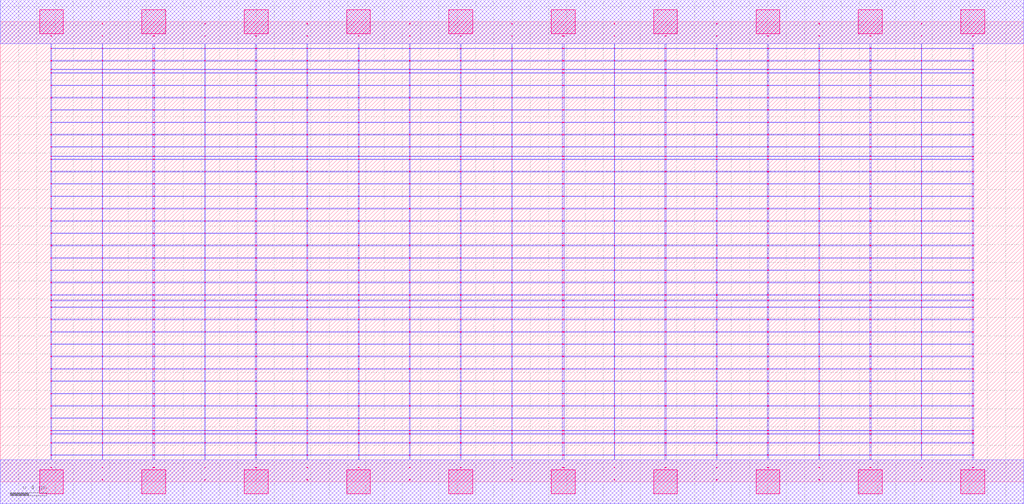
<source format=lef>
MACRO OAAOAAOI21212_DEBUG
 CLASS CORE ;
 FOREIGN OAAOAAOI21212_DEBUG 0 0 ;
 SIZE 11.200000000000001 BY 5.04 ;
 ORIGIN 0 0 ;
 SYMMETRY X Y R90 ;
 SITE unit ;

 OBS
    LAYER polycont ;
     RECT 5.59600000 2.58300000 5.60400000 2.59100000 ;
     RECT 5.59600000 2.71800000 5.60400000 2.72600000 ;
     RECT 5.59600000 2.85300000 5.60400000 2.86100000 ;
     RECT 5.59600000 2.98800000 5.60400000 2.99600000 ;
     RECT 7.83600000 2.58300000 7.84400000 2.59100000 ;
     RECT 8.39100000 2.58300000 8.40900000 2.59100000 ;
     RECT 8.95600000 2.58300000 8.96400000 2.59100000 ;
     RECT 9.51100000 2.58300000 9.52900000 2.59100000 ;
     RECT 10.07600000 2.58300000 10.08400000 2.59100000 ;
     RECT 10.63600000 2.58300000 10.64900000 2.59100000 ;
     RECT 6.15100000 2.58300000 6.16900000 2.59100000 ;
     RECT 6.15100000 2.71800000 6.16900000 2.72600000 ;
     RECT 6.71600000 2.71800000 6.72400000 2.72600000 ;
     RECT 7.27100000 2.71800000 7.28900000 2.72600000 ;
     RECT 7.83600000 2.71800000 7.84400000 2.72600000 ;
     RECT 8.39100000 2.71800000 8.40900000 2.72600000 ;
     RECT 8.95600000 2.71800000 8.96400000 2.72600000 ;
     RECT 9.51100000 2.71800000 9.52900000 2.72600000 ;
     RECT 10.07600000 2.71800000 10.08400000 2.72600000 ;
     RECT 10.63600000 2.71800000 10.64900000 2.72600000 ;
     RECT 6.71600000 2.58300000 6.72400000 2.59100000 ;
     RECT 6.15100000 2.85300000 6.16900000 2.86100000 ;
     RECT 6.71600000 2.85300000 6.72400000 2.86100000 ;
     RECT 7.27100000 2.85300000 7.28900000 2.86100000 ;
     RECT 7.83600000 2.85300000 7.84400000 2.86100000 ;
     RECT 8.39100000 2.85300000 8.40900000 2.86100000 ;
     RECT 8.95600000 2.85300000 8.96400000 2.86100000 ;
     RECT 9.51100000 2.85300000 9.52900000 2.86100000 ;
     RECT 10.07600000 2.85300000 10.08400000 2.86100000 ;
     RECT 10.63600000 2.85300000 10.64900000 2.86100000 ;
     RECT 7.27100000 2.58300000 7.28900000 2.59100000 ;
     RECT 6.15100000 2.98800000 6.16900000 2.99600000 ;
     RECT 6.71600000 2.98800000 6.72400000 2.99600000 ;
     RECT 7.27100000 2.98800000 7.28900000 2.99600000 ;
     RECT 7.83600000 2.98800000 7.84400000 2.99600000 ;
     RECT 8.39100000 2.98800000 8.40900000 2.99600000 ;
     RECT 8.95600000 2.98800000 8.96400000 2.99600000 ;
     RECT 9.51100000 2.98800000 9.52900000 2.99600000 ;
     RECT 10.07600000 2.98800000 10.08400000 2.99600000 ;
     RECT 10.63600000 2.98800000 10.64900000 2.99600000 ;
     RECT 1.67100000 2.85300000 1.68900000 2.86100000 ;
     RECT 2.23600000 2.85300000 2.24400000 2.86100000 ;
     RECT 2.79100000 2.85300000 2.80900000 2.86100000 ;
     RECT 3.35600000 2.85300000 3.36400000 2.86100000 ;
     RECT 3.91600000 2.85300000 3.92900000 2.86100000 ;
     RECT 4.47600000 2.85300000 4.48400000 2.86100000 ;
     RECT 5.03100000 2.85300000 5.04400000 2.86100000 ;
     RECT 1.11600000 2.71800000 1.12400000 2.72600000 ;
     RECT 1.67100000 2.71800000 1.68900000 2.72600000 ;
     RECT 2.23600000 2.71800000 2.24400000 2.72600000 ;
     RECT 2.79100000 2.71800000 2.80900000 2.72600000 ;
     RECT 3.35600000 2.71800000 3.36400000 2.72600000 ;
     RECT 3.91600000 2.71800000 3.92900000 2.72600000 ;
     RECT 4.47600000 2.71800000 4.48400000 2.72600000 ;
     RECT 5.03100000 2.71800000 5.04400000 2.72600000 ;
     RECT 1.11600000 2.58300000 1.12400000 2.59100000 ;
     RECT 1.67100000 2.58300000 1.68900000 2.59100000 ;
     RECT 0.55100000 2.98800000 0.56400000 2.99600000 ;
     RECT 1.11600000 2.98800000 1.12400000 2.99600000 ;
     RECT 1.67100000 2.98800000 1.68900000 2.99600000 ;
     RECT 2.23600000 2.98800000 2.24400000 2.99600000 ;
     RECT 2.79100000 2.98800000 2.80900000 2.99600000 ;
     RECT 3.35600000 2.98800000 3.36400000 2.99600000 ;
     RECT 3.91600000 2.98800000 3.92900000 2.99600000 ;
     RECT 4.47600000 2.98800000 4.48400000 2.99600000 ;
     RECT 5.03100000 2.98800000 5.04400000 2.99600000 ;
     RECT 2.23600000 2.58300000 2.24400000 2.59100000 ;
     RECT 2.79100000 2.58300000 2.80900000 2.59100000 ;
     RECT 3.35600000 2.58300000 3.36400000 2.59100000 ;
     RECT 3.91600000 2.58300000 3.92900000 2.59100000 ;
     RECT 4.47600000 2.58300000 4.48400000 2.59100000 ;
     RECT 5.03100000 2.58300000 5.04400000 2.59100000 ;
     RECT 0.55100000 2.58300000 0.56400000 2.59100000 ;
     RECT 0.55100000 2.71800000 0.56400000 2.72600000 ;
     RECT 0.55100000 2.85300000 0.56400000 2.86100000 ;
     RECT 1.11600000 2.85300000 1.12400000 2.86100000 ;
     RECT 4.47600000 3.12300000 4.48400000 3.13100000 ;
     RECT 4.47600000 3.25800000 4.48400000 3.26600000 ;
     RECT 4.47600000 3.39300000 4.48400000 3.40100000 ;
     RECT 4.47600000 3.52800000 4.48400000 3.53600000 ;
     RECT 4.47600000 3.56100000 4.48400000 3.56900000 ;
     RECT 4.47600000 3.66300000 4.48400000 3.67100000 ;
     RECT 4.47600000 3.79800000 4.48400000 3.80600000 ;
     RECT 4.47600000 3.93300000 4.48400000 3.94100000 ;
     RECT 4.47600000 4.06800000 4.48400000 4.07600000 ;
     RECT 4.47600000 4.20300000 4.48400000 4.21100000 ;
     RECT 4.47600000 4.33800000 4.48400000 4.34600000 ;
     RECT 4.47600000 4.47300000 4.48400000 4.48100000 ;
     RECT 4.47600000 4.51100000 4.48400000 4.51900000 ;
     RECT 4.47600000 4.60800000 4.48400000 4.61600000 ;
     RECT 4.47600000 4.74300000 4.48400000 4.75100000 ;
     RECT 4.47600000 4.87800000 4.48400000 4.88600000 ;
     RECT 6.71600000 1.63800000 6.72400000 1.64600000 ;
     RECT 6.71600000 1.77300000 6.72400000 1.78100000 ;
     RECT 6.71600000 1.90800000 6.72400000 1.91600000 ;
     RECT 6.71600000 1.98100000 6.72400000 1.98900000 ;
     RECT 6.71600000 2.04300000 6.72400000 2.05100000 ;
     RECT 6.71600000 2.17800000 6.72400000 2.18600000 ;
     RECT 6.71600000 2.31300000 6.72400000 2.32100000 ;
     RECT 6.71600000 2.44800000 6.72400000 2.45600000 ;
     RECT 6.71600000 0.15300000 6.72400000 0.16100000 ;
     RECT 6.71600000 0.28800000 6.72400000 0.29600000 ;
     RECT 6.71600000 0.42300000 6.72400000 0.43100000 ;
     RECT 6.71600000 0.52100000 6.72400000 0.52900000 ;
     RECT 6.71600000 0.55800000 6.72400000 0.56600000 ;
     RECT 6.71600000 0.69300000 6.72400000 0.70100000 ;
     RECT 6.71600000 0.82800000 6.72400000 0.83600000 ;
     RECT 6.71600000 0.96300000 6.72400000 0.97100000 ;
     RECT 6.71600000 1.09800000 6.72400000 1.10600000 ;
     RECT 6.71600000 1.23300000 6.72400000 1.24100000 ;
     RECT 6.71600000 1.36800000 6.72400000 1.37600000 ;
     RECT 6.71600000 1.50300000 6.72400000 1.51100000 ;

    LAYER pdiffc ;
     RECT 0.55100000 3.39300000 0.55900000 3.40100000 ;
     RECT 3.92100000 3.39300000 3.92900000 3.40100000 ;
     RECT 5.03100000 3.39300000 5.03900000 3.40100000 ;
     RECT 10.64100000 3.39300000 10.64900000 3.40100000 ;
     RECT 0.55100000 3.52800000 0.55900000 3.53600000 ;
     RECT 3.92100000 3.52800000 3.92900000 3.53600000 ;
     RECT 5.03100000 3.52800000 5.03900000 3.53600000 ;
     RECT 10.64100000 3.52800000 10.64900000 3.53600000 ;
     RECT 0.55100000 3.56100000 0.55900000 3.56900000 ;
     RECT 3.92100000 3.56100000 3.92900000 3.56900000 ;
     RECT 5.03100000 3.56100000 5.03900000 3.56900000 ;
     RECT 10.64100000 3.56100000 10.64900000 3.56900000 ;
     RECT 0.55100000 3.66300000 0.55900000 3.67100000 ;
     RECT 3.92100000 3.66300000 3.92900000 3.67100000 ;
     RECT 5.03100000 3.66300000 5.03900000 3.67100000 ;
     RECT 10.64100000 3.66300000 10.64900000 3.67100000 ;
     RECT 0.55100000 3.79800000 0.55900000 3.80600000 ;
     RECT 3.92100000 3.79800000 3.92900000 3.80600000 ;
     RECT 5.03100000 3.79800000 5.03900000 3.80600000 ;
     RECT 10.64100000 3.79800000 10.64900000 3.80600000 ;
     RECT 0.55100000 3.93300000 0.55900000 3.94100000 ;
     RECT 3.92100000 3.93300000 3.92900000 3.94100000 ;
     RECT 5.03100000 3.93300000 5.03900000 3.94100000 ;
     RECT 10.64100000 3.93300000 10.64900000 3.94100000 ;
     RECT 0.55100000 4.06800000 0.55900000 4.07600000 ;
     RECT 3.92100000 4.06800000 3.92900000 4.07600000 ;
     RECT 5.03100000 4.06800000 5.03900000 4.07600000 ;
     RECT 10.64100000 4.06800000 10.64900000 4.07600000 ;
     RECT 0.55100000 4.20300000 0.55900000 4.21100000 ;
     RECT 3.92100000 4.20300000 3.92900000 4.21100000 ;
     RECT 5.03100000 4.20300000 5.03900000 4.21100000 ;
     RECT 10.64100000 4.20300000 10.64900000 4.21100000 ;
     RECT 0.55100000 4.33800000 0.55900000 4.34600000 ;
     RECT 3.92100000 4.33800000 3.92900000 4.34600000 ;
     RECT 5.03100000 4.33800000 5.03900000 4.34600000 ;
     RECT 10.64100000 4.33800000 10.64900000 4.34600000 ;
     RECT 0.55100000 4.47300000 0.55900000 4.48100000 ;
     RECT 3.92100000 4.47300000 3.92900000 4.48100000 ;
     RECT 5.03100000 4.47300000 5.03900000 4.48100000 ;
     RECT 10.64100000 4.47300000 10.64900000 4.48100000 ;
     RECT 0.55100000 4.51100000 0.55900000 4.51900000 ;
     RECT 3.92100000 4.51100000 3.92900000 4.51900000 ;
     RECT 5.03100000 4.51100000 5.03900000 4.51900000 ;
     RECT 10.64100000 4.51100000 10.64900000 4.51900000 ;
     RECT 0.55100000 4.60800000 0.55900000 4.61600000 ;
     RECT 3.92100000 4.60800000 3.92900000 4.61600000 ;
     RECT 5.03100000 4.60800000 5.03900000 4.61600000 ;
     RECT 10.64100000 4.60800000 10.64900000 4.61600000 ;

    LAYER ndiffc ;
     RECT 6.15100000 0.42300000 6.16900000 0.43100000 ;
     RECT 7.27100000 0.42300000 7.28900000 0.43100000 ;
     RECT 8.39100000 0.42300000 8.40900000 0.43100000 ;
     RECT 9.51100000 0.42300000 9.52900000 0.43100000 ;
     RECT 10.63600000 0.42300000 10.64900000 0.43100000 ;
     RECT 6.15100000 0.52100000 6.16900000 0.52900000 ;
     RECT 7.27100000 0.52100000 7.28900000 0.52900000 ;
     RECT 8.39100000 0.52100000 8.40900000 0.52900000 ;
     RECT 9.51100000 0.52100000 9.52900000 0.52900000 ;
     RECT 10.63600000 0.52100000 10.64900000 0.52900000 ;
     RECT 6.15100000 0.55800000 6.16900000 0.56600000 ;
     RECT 7.27100000 0.55800000 7.28900000 0.56600000 ;
     RECT 8.39100000 0.55800000 8.40900000 0.56600000 ;
     RECT 9.51100000 0.55800000 9.52900000 0.56600000 ;
     RECT 10.63600000 0.55800000 10.64900000 0.56600000 ;
     RECT 6.15100000 0.69300000 6.16900000 0.70100000 ;
     RECT 7.27100000 0.69300000 7.28900000 0.70100000 ;
     RECT 8.39100000 0.69300000 8.40900000 0.70100000 ;
     RECT 9.51100000 0.69300000 9.52900000 0.70100000 ;
     RECT 10.63600000 0.69300000 10.64900000 0.70100000 ;
     RECT 6.15100000 0.82800000 6.16900000 0.83600000 ;
     RECT 7.27100000 0.82800000 7.28900000 0.83600000 ;
     RECT 8.39100000 0.82800000 8.40900000 0.83600000 ;
     RECT 9.51100000 0.82800000 9.52900000 0.83600000 ;
     RECT 10.63600000 0.82800000 10.64900000 0.83600000 ;
     RECT 6.15100000 0.96300000 6.16900000 0.97100000 ;
     RECT 7.27100000 0.96300000 7.28900000 0.97100000 ;
     RECT 8.39100000 0.96300000 8.40900000 0.97100000 ;
     RECT 9.51100000 0.96300000 9.52900000 0.97100000 ;
     RECT 10.63600000 0.96300000 10.64900000 0.97100000 ;
     RECT 6.15100000 1.09800000 6.16900000 1.10600000 ;
     RECT 7.27100000 1.09800000 7.28900000 1.10600000 ;
     RECT 8.39100000 1.09800000 8.40900000 1.10600000 ;
     RECT 9.51100000 1.09800000 9.52900000 1.10600000 ;
     RECT 10.63600000 1.09800000 10.64900000 1.10600000 ;
     RECT 6.15100000 1.23300000 6.16900000 1.24100000 ;
     RECT 7.27100000 1.23300000 7.28900000 1.24100000 ;
     RECT 8.39100000 1.23300000 8.40900000 1.24100000 ;
     RECT 9.51100000 1.23300000 9.52900000 1.24100000 ;
     RECT 10.63600000 1.23300000 10.64900000 1.24100000 ;
     RECT 6.15100000 1.36800000 6.16900000 1.37600000 ;
     RECT 7.27100000 1.36800000 7.28900000 1.37600000 ;
     RECT 8.39100000 1.36800000 8.40900000 1.37600000 ;
     RECT 9.51100000 1.36800000 9.52900000 1.37600000 ;
     RECT 10.63600000 1.36800000 10.64900000 1.37600000 ;
     RECT 6.15100000 1.50300000 6.16900000 1.51100000 ;
     RECT 7.27100000 1.50300000 7.28900000 1.51100000 ;
     RECT 8.39100000 1.50300000 8.40900000 1.51100000 ;
     RECT 9.51100000 1.50300000 9.52900000 1.51100000 ;
     RECT 10.63600000 1.50300000 10.64900000 1.51100000 ;
     RECT 6.15100000 1.63800000 6.16900000 1.64600000 ;
     RECT 7.27100000 1.63800000 7.28900000 1.64600000 ;
     RECT 8.39100000 1.63800000 8.40900000 1.64600000 ;
     RECT 9.51100000 1.63800000 9.52900000 1.64600000 ;
     RECT 10.63600000 1.63800000 10.64900000 1.64600000 ;
     RECT 6.15100000 1.77300000 6.16900000 1.78100000 ;
     RECT 7.27100000 1.77300000 7.28900000 1.78100000 ;
     RECT 8.39100000 1.77300000 8.40900000 1.78100000 ;
     RECT 9.51100000 1.77300000 9.52900000 1.78100000 ;
     RECT 10.63600000 1.77300000 10.64900000 1.78100000 ;
     RECT 6.15100000 1.90800000 6.16900000 1.91600000 ;
     RECT 7.27100000 1.90800000 7.28900000 1.91600000 ;
     RECT 8.39100000 1.90800000 8.40900000 1.91600000 ;
     RECT 9.51100000 1.90800000 9.52900000 1.91600000 ;
     RECT 10.63600000 1.90800000 10.64900000 1.91600000 ;
     RECT 6.15100000 1.98100000 6.16900000 1.98900000 ;
     RECT 7.27100000 1.98100000 7.28900000 1.98900000 ;
     RECT 8.39100000 1.98100000 8.40900000 1.98900000 ;
     RECT 9.51100000 1.98100000 9.52900000 1.98900000 ;
     RECT 10.63600000 1.98100000 10.64900000 1.98900000 ;
     RECT 6.15100000 2.04300000 6.16900000 2.05100000 ;
     RECT 7.27100000 2.04300000 7.28900000 2.05100000 ;
     RECT 8.39100000 2.04300000 8.40900000 2.05100000 ;
     RECT 9.51100000 2.04300000 9.52900000 2.05100000 ;
     RECT 10.63600000 2.04300000 10.64900000 2.05100000 ;
     RECT 0.55100000 0.42300000 0.56400000 0.43100000 ;
     RECT 1.67100000 0.42300000 1.68900000 0.43100000 ;
     RECT 2.79100000 0.42300000 2.80900000 0.43100000 ;
     RECT 3.91600000 0.42300000 3.92900000 0.43100000 ;
     RECT 5.03100000 0.42300000 5.04400000 0.43100000 ;
     RECT 0.55100000 1.36800000 0.56400000 1.37600000 ;
     RECT 1.67100000 1.36800000 1.68900000 1.37600000 ;
     RECT 2.79100000 1.36800000 2.80900000 1.37600000 ;
     RECT 3.91600000 1.36800000 3.92900000 1.37600000 ;
     RECT 5.03100000 1.36800000 5.04400000 1.37600000 ;
     RECT 0.55100000 0.82800000 0.56400000 0.83600000 ;
     RECT 1.67100000 0.82800000 1.68900000 0.83600000 ;
     RECT 2.79100000 0.82800000 2.80900000 0.83600000 ;
     RECT 3.91600000 0.82800000 3.92900000 0.83600000 ;
     RECT 5.03100000 0.82800000 5.04400000 0.83600000 ;
     RECT 0.55100000 1.50300000 0.56400000 1.51100000 ;
     RECT 1.67100000 1.50300000 1.68900000 1.51100000 ;
     RECT 2.79100000 1.50300000 2.80900000 1.51100000 ;
     RECT 3.91600000 1.50300000 3.92900000 1.51100000 ;
     RECT 5.03100000 1.50300000 5.04400000 1.51100000 ;
     RECT 0.55100000 0.55800000 0.56400000 0.56600000 ;
     RECT 1.67100000 0.55800000 1.68900000 0.56600000 ;
     RECT 2.79100000 0.55800000 2.80900000 0.56600000 ;
     RECT 3.91600000 0.55800000 3.92900000 0.56600000 ;
     RECT 5.03100000 0.55800000 5.04400000 0.56600000 ;
     RECT 0.55100000 1.63800000 0.56400000 1.64600000 ;
     RECT 1.67100000 1.63800000 1.68900000 1.64600000 ;
     RECT 2.79100000 1.63800000 2.80900000 1.64600000 ;
     RECT 3.91600000 1.63800000 3.92900000 1.64600000 ;
     RECT 5.03100000 1.63800000 5.04400000 1.64600000 ;
     RECT 0.55100000 0.96300000 0.56400000 0.97100000 ;
     RECT 1.67100000 0.96300000 1.68900000 0.97100000 ;
     RECT 2.79100000 0.96300000 2.80900000 0.97100000 ;
     RECT 3.91600000 0.96300000 3.92900000 0.97100000 ;
     RECT 5.03100000 0.96300000 5.04400000 0.97100000 ;
     RECT 0.55100000 1.77300000 0.56400000 1.78100000 ;
     RECT 1.67100000 1.77300000 1.68900000 1.78100000 ;
     RECT 2.79100000 1.77300000 2.80900000 1.78100000 ;
     RECT 3.91600000 1.77300000 3.92900000 1.78100000 ;
     RECT 5.03100000 1.77300000 5.04400000 1.78100000 ;
     RECT 0.55100000 0.52100000 0.56400000 0.52900000 ;
     RECT 1.67100000 0.52100000 1.68900000 0.52900000 ;
     RECT 2.79100000 0.52100000 2.80900000 0.52900000 ;
     RECT 3.91600000 0.52100000 3.92900000 0.52900000 ;
     RECT 5.03100000 0.52100000 5.04400000 0.52900000 ;
     RECT 0.55100000 1.90800000 0.56400000 1.91600000 ;
     RECT 1.67100000 1.90800000 1.68900000 1.91600000 ;
     RECT 2.79100000 1.90800000 2.80900000 1.91600000 ;
     RECT 3.91600000 1.90800000 3.92900000 1.91600000 ;
     RECT 5.03100000 1.90800000 5.04400000 1.91600000 ;
     RECT 0.55100000 1.09800000 0.56400000 1.10600000 ;
     RECT 1.67100000 1.09800000 1.68900000 1.10600000 ;
     RECT 2.79100000 1.09800000 2.80900000 1.10600000 ;
     RECT 3.91600000 1.09800000 3.92900000 1.10600000 ;
     RECT 5.03100000 1.09800000 5.04400000 1.10600000 ;
     RECT 0.55100000 1.98100000 0.56400000 1.98900000 ;
     RECT 1.67100000 1.98100000 1.68900000 1.98900000 ;
     RECT 2.79100000 1.98100000 2.80900000 1.98900000 ;
     RECT 3.91600000 1.98100000 3.92900000 1.98900000 ;
     RECT 5.03100000 1.98100000 5.04400000 1.98900000 ;
     RECT 0.55100000 0.69300000 0.56400000 0.70100000 ;
     RECT 1.67100000 0.69300000 1.68900000 0.70100000 ;
     RECT 2.79100000 0.69300000 2.80900000 0.70100000 ;
     RECT 3.91600000 0.69300000 3.92900000 0.70100000 ;
     RECT 5.03100000 0.69300000 5.04400000 0.70100000 ;
     RECT 0.55100000 2.04300000 0.56400000 2.05100000 ;
     RECT 1.67100000 2.04300000 1.68900000 2.05100000 ;
     RECT 2.79100000 2.04300000 2.80900000 2.05100000 ;
     RECT 3.91600000 2.04300000 3.92900000 2.05100000 ;
     RECT 5.03100000 2.04300000 5.04400000 2.05100000 ;
     RECT 0.55100000 1.23300000 0.56400000 1.24100000 ;
     RECT 1.67100000 1.23300000 1.68900000 1.24100000 ;
     RECT 2.79100000 1.23300000 2.80900000 1.24100000 ;
     RECT 3.91600000 1.23300000 3.92900000 1.24100000 ;
     RECT 5.03100000 1.23300000 5.04400000 1.24100000 ;

    LAYER met1 ;
     RECT 0.00000000 -0.24000000 11.20000000 0.24000000 ;
     RECT 5.59600000 0.24000000 5.60400000 0.28800000 ;
     RECT 0.55100000 0.28800000 10.64900000 0.29600000 ;
     RECT 5.59600000 0.29600000 5.60400000 0.42300000 ;
     RECT 0.55100000 0.42300000 10.64900000 0.43100000 ;
     RECT 5.59600000 0.43100000 5.60400000 0.52100000 ;
     RECT 0.55100000 0.52100000 10.64900000 0.52900000 ;
     RECT 5.59600000 0.52900000 5.60400000 0.55800000 ;
     RECT 0.55100000 0.55800000 10.64900000 0.56600000 ;
     RECT 5.59600000 0.56600000 5.60400000 0.69300000 ;
     RECT 0.55100000 0.69300000 10.64900000 0.70100000 ;
     RECT 5.59600000 0.70100000 5.60400000 0.82800000 ;
     RECT 0.55100000 0.82800000 10.64900000 0.83600000 ;
     RECT 5.59600000 0.83600000 5.60400000 0.96300000 ;
     RECT 0.55100000 0.96300000 10.64900000 0.97100000 ;
     RECT 5.59600000 0.97100000 5.60400000 1.09800000 ;
     RECT 0.55100000 1.09800000 10.64900000 1.10600000 ;
     RECT 5.59600000 1.10600000 5.60400000 1.23300000 ;
     RECT 0.55100000 1.23300000 10.64900000 1.24100000 ;
     RECT 5.59600000 1.24100000 5.60400000 1.36800000 ;
     RECT 0.55100000 1.36800000 10.64900000 1.37600000 ;
     RECT 5.59600000 1.37600000 5.60400000 1.50300000 ;
     RECT 0.55100000 1.50300000 10.64900000 1.51100000 ;
     RECT 5.59600000 1.51100000 5.60400000 1.63800000 ;
     RECT 0.55100000 1.63800000 10.64900000 1.64600000 ;
     RECT 5.59600000 1.64600000 5.60400000 1.77300000 ;
     RECT 0.55100000 1.77300000 10.64900000 1.78100000 ;
     RECT 5.59600000 1.78100000 5.60400000 1.90800000 ;
     RECT 0.55100000 1.90800000 10.64900000 1.91600000 ;
     RECT 5.59600000 1.91600000 5.60400000 1.98100000 ;
     RECT 0.55100000 1.98100000 10.64900000 1.98900000 ;
     RECT 5.59600000 1.98900000 5.60400000 2.04300000 ;
     RECT 0.55100000 2.04300000 10.64900000 2.05100000 ;
     RECT 5.59600000 2.05100000 5.60400000 2.17800000 ;
     RECT 0.55100000 2.17800000 10.64900000 2.18600000 ;
     RECT 5.59600000 2.18600000 5.60400000 2.31300000 ;
     RECT 0.55100000 2.31300000 10.64900000 2.32100000 ;
     RECT 5.59600000 2.32100000 5.60400000 2.44800000 ;
     RECT 0.55100000 2.44800000 10.64900000 2.45600000 ;
     RECT 0.55100000 2.45600000 0.56400000 2.58300000 ;
     RECT 1.11600000 2.45600000 1.12400000 2.58300000 ;
     RECT 1.67100000 2.45600000 1.68900000 2.58300000 ;
     RECT 2.23600000 2.45600000 2.24400000 2.58300000 ;
     RECT 2.79100000 2.45600000 2.80900000 2.58300000 ;
     RECT 3.35600000 2.45600000 3.36400000 2.58300000 ;
     RECT 3.91600000 2.45600000 3.92900000 2.58300000 ;
     RECT 4.47600000 2.45600000 4.48400000 2.58300000 ;
     RECT 5.03100000 2.45600000 5.04400000 2.58300000 ;
     RECT 5.59600000 2.45600000 5.60400000 2.58300000 ;
     RECT 6.15100000 2.45600000 6.16900000 2.58300000 ;
     RECT 6.71600000 2.45600000 6.72400000 2.58300000 ;
     RECT 7.27100000 2.45600000 7.28900000 2.58300000 ;
     RECT 7.83600000 2.45600000 7.84400000 2.58300000 ;
     RECT 8.39100000 2.45600000 8.40900000 2.58300000 ;
     RECT 8.95600000 2.45600000 8.96400000 2.58300000 ;
     RECT 9.51100000 2.45600000 9.52900000 2.58300000 ;
     RECT 10.07600000 2.45600000 10.08400000 2.58300000 ;
     RECT 10.63600000 2.45600000 10.64900000 2.58300000 ;
     RECT 0.55100000 2.58300000 10.64900000 2.59100000 ;
     RECT 5.59600000 2.59100000 5.60400000 2.71800000 ;
     RECT 0.55100000 2.71800000 10.64900000 2.72600000 ;
     RECT 5.59600000 2.72600000 5.60400000 2.85300000 ;
     RECT 0.55100000 2.85300000 10.64900000 2.86100000 ;
     RECT 5.59600000 2.86100000 5.60400000 2.98800000 ;
     RECT 0.55100000 2.98800000 10.64900000 2.99600000 ;
     RECT 5.59600000 2.99600000 5.60400000 3.12300000 ;
     RECT 0.55100000 3.12300000 10.64900000 3.13100000 ;
     RECT 5.59600000 3.13100000 5.60400000 3.25800000 ;
     RECT 0.55100000 3.25800000 10.64900000 3.26600000 ;
     RECT 5.59600000 3.26600000 5.60400000 3.39300000 ;
     RECT 0.55100000 3.39300000 10.64900000 3.40100000 ;
     RECT 5.59600000 3.40100000 5.60400000 3.52800000 ;
     RECT 0.55100000 3.52800000 10.64900000 3.53600000 ;
     RECT 5.59600000 3.53600000 5.60400000 3.56100000 ;
     RECT 0.55100000 3.56100000 10.64900000 3.56900000 ;
     RECT 5.59600000 3.56900000 5.60400000 3.66300000 ;
     RECT 0.55100000 3.66300000 10.64900000 3.67100000 ;
     RECT 5.59600000 3.67100000 5.60400000 3.79800000 ;
     RECT 0.55100000 3.79800000 10.64900000 3.80600000 ;
     RECT 5.59600000 3.80600000 5.60400000 3.93300000 ;
     RECT 0.55100000 3.93300000 10.64900000 3.94100000 ;
     RECT 5.59600000 3.94100000 5.60400000 4.06800000 ;
     RECT 0.55100000 4.06800000 10.64900000 4.07600000 ;
     RECT 5.59600000 4.07600000 5.60400000 4.20300000 ;
     RECT 0.55100000 4.20300000 10.64900000 4.21100000 ;
     RECT 5.59600000 4.21100000 5.60400000 4.33800000 ;
     RECT 0.55100000 4.33800000 10.64900000 4.34600000 ;
     RECT 5.59600000 4.34600000 5.60400000 4.47300000 ;
     RECT 0.55100000 4.47300000 10.64900000 4.48100000 ;
     RECT 5.59600000 4.48100000 5.60400000 4.51100000 ;
     RECT 0.55100000 4.51100000 10.64900000 4.51900000 ;
     RECT 5.59600000 4.51900000 5.60400000 4.60800000 ;
     RECT 0.55100000 4.60800000 10.64900000 4.61600000 ;
     RECT 5.59600000 4.61600000 5.60400000 4.74300000 ;
     RECT 0.55100000 4.74300000 10.64900000 4.75100000 ;
     RECT 5.59600000 4.75100000 5.60400000 4.80000000 ;
     RECT 0.00000000 4.80000000 11.20000000 5.28000000 ;
     RECT 8.39100000 2.99600000 8.40900000 3.12300000 ;
     RECT 8.39100000 3.13100000 8.40900000 3.25800000 ;
     RECT 8.39100000 3.26600000 8.40900000 3.39300000 ;
     RECT 8.39100000 3.40100000 8.40900000 3.52800000 ;
     RECT 8.39100000 3.53600000 8.40900000 3.56100000 ;
     RECT 8.39100000 2.72600000 8.40900000 2.85300000 ;
     RECT 8.39100000 3.56900000 8.40900000 3.66300000 ;
     RECT 8.39100000 3.67100000 8.40900000 3.79800000 ;
     RECT 6.15100000 3.80600000 6.16900000 3.93300000 ;
     RECT 6.71600000 3.80600000 6.72400000 3.93300000 ;
     RECT 7.27100000 3.80600000 7.28900000 3.93300000 ;
     RECT 7.83600000 3.80600000 7.84400000 3.93300000 ;
     RECT 8.39100000 3.80600000 8.40900000 3.93300000 ;
     RECT 8.95600000 3.80600000 8.96400000 3.93300000 ;
     RECT 9.51100000 3.80600000 9.52900000 3.93300000 ;
     RECT 10.07600000 3.80600000 10.08400000 3.93300000 ;
     RECT 10.63600000 3.80600000 10.64900000 3.93300000 ;
     RECT 8.39100000 3.94100000 8.40900000 4.06800000 ;
     RECT 8.39100000 4.07600000 8.40900000 4.20300000 ;
     RECT 8.39100000 4.21100000 8.40900000 4.33800000 ;
     RECT 8.39100000 2.86100000 8.40900000 2.98800000 ;
     RECT 8.39100000 4.34600000 8.40900000 4.47300000 ;
     RECT 8.39100000 4.48100000 8.40900000 4.51100000 ;
     RECT 8.39100000 2.59100000 8.40900000 2.71800000 ;
     RECT 8.39100000 4.51900000 8.40900000 4.60800000 ;
     RECT 8.39100000 4.61600000 8.40900000 4.74300000 ;
     RECT 8.39100000 4.75100000 8.40900000 4.80000000 ;
     RECT 9.51100000 3.94100000 9.52900000 4.06800000 ;
     RECT 8.95600000 4.21100000 8.96400000 4.33800000 ;
     RECT 9.51100000 4.21100000 9.52900000 4.33800000 ;
     RECT 10.07600000 4.21100000 10.08400000 4.33800000 ;
     RECT 10.63600000 4.21100000 10.64900000 4.33800000 ;
     RECT 10.07600000 3.94100000 10.08400000 4.06800000 ;
     RECT 10.63600000 3.94100000 10.64900000 4.06800000 ;
     RECT 8.95600000 4.34600000 8.96400000 4.47300000 ;
     RECT 9.51100000 4.34600000 9.52900000 4.47300000 ;
     RECT 10.07600000 4.34600000 10.08400000 4.47300000 ;
     RECT 10.63600000 4.34600000 10.64900000 4.47300000 ;
     RECT 8.95600000 3.94100000 8.96400000 4.06800000 ;
     RECT 8.95600000 4.48100000 8.96400000 4.51100000 ;
     RECT 9.51100000 4.48100000 9.52900000 4.51100000 ;
     RECT 10.07600000 4.48100000 10.08400000 4.51100000 ;
     RECT 10.63600000 4.48100000 10.64900000 4.51100000 ;
     RECT 8.95600000 4.07600000 8.96400000 4.20300000 ;
     RECT 9.51100000 4.07600000 9.52900000 4.20300000 ;
     RECT 8.95600000 4.51900000 8.96400000 4.60800000 ;
     RECT 9.51100000 4.51900000 9.52900000 4.60800000 ;
     RECT 10.07600000 4.51900000 10.08400000 4.60800000 ;
     RECT 10.63600000 4.51900000 10.64900000 4.60800000 ;
     RECT 10.07600000 4.07600000 10.08400000 4.20300000 ;
     RECT 8.95600000 4.61600000 8.96400000 4.74300000 ;
     RECT 9.51100000 4.61600000 9.52900000 4.74300000 ;
     RECT 10.07600000 4.61600000 10.08400000 4.74300000 ;
     RECT 10.63600000 4.61600000 10.64900000 4.74300000 ;
     RECT 10.63600000 4.07600000 10.64900000 4.20300000 ;
     RECT 8.95600000 4.75100000 8.96400000 4.80000000 ;
     RECT 9.51100000 4.75100000 9.52900000 4.80000000 ;
     RECT 10.07600000 4.75100000 10.08400000 4.80000000 ;
     RECT 10.63600000 4.75100000 10.64900000 4.80000000 ;
     RECT 6.71600000 4.07600000 6.72400000 4.20300000 ;
     RECT 7.27100000 4.07600000 7.28900000 4.20300000 ;
     RECT 7.83600000 4.07600000 7.84400000 4.20300000 ;
     RECT 6.71600000 3.94100000 6.72400000 4.06800000 ;
     RECT 7.27100000 3.94100000 7.28900000 4.06800000 ;
     RECT 6.15100000 4.51900000 6.16900000 4.60800000 ;
     RECT 6.71600000 4.51900000 6.72400000 4.60800000 ;
     RECT 7.27100000 4.51900000 7.28900000 4.60800000 ;
     RECT 7.83600000 4.51900000 7.84400000 4.60800000 ;
     RECT 7.83600000 3.94100000 7.84400000 4.06800000 ;
     RECT 6.15100000 4.34600000 6.16900000 4.47300000 ;
     RECT 6.71600000 4.34600000 6.72400000 4.47300000 ;
     RECT 7.27100000 4.34600000 7.28900000 4.47300000 ;
     RECT 7.83600000 4.34600000 7.84400000 4.47300000 ;
     RECT 6.15100000 4.61600000 6.16900000 4.74300000 ;
     RECT 6.71600000 4.61600000 6.72400000 4.74300000 ;
     RECT 7.27100000 4.61600000 7.28900000 4.74300000 ;
     RECT 7.83600000 4.61600000 7.84400000 4.74300000 ;
     RECT 6.15100000 3.94100000 6.16900000 4.06800000 ;
     RECT 6.15100000 4.07600000 6.16900000 4.20300000 ;
     RECT 6.15100000 4.21100000 6.16900000 4.33800000 ;
     RECT 6.71600000 4.21100000 6.72400000 4.33800000 ;
     RECT 7.27100000 4.21100000 7.28900000 4.33800000 ;
     RECT 6.15100000 4.75100000 6.16900000 4.80000000 ;
     RECT 6.71600000 4.75100000 6.72400000 4.80000000 ;
     RECT 7.27100000 4.75100000 7.28900000 4.80000000 ;
     RECT 7.83600000 4.75100000 7.84400000 4.80000000 ;
     RECT 6.15100000 4.48100000 6.16900000 4.51100000 ;
     RECT 6.71600000 4.48100000 6.72400000 4.51100000 ;
     RECT 7.27100000 4.48100000 7.28900000 4.51100000 ;
     RECT 7.83600000 4.48100000 7.84400000 4.51100000 ;
     RECT 7.83600000 4.21100000 7.84400000 4.33800000 ;
     RECT 7.27100000 3.53600000 7.28900000 3.56100000 ;
     RECT 7.83600000 3.53600000 7.84400000 3.56100000 ;
     RECT 7.83600000 3.13100000 7.84400000 3.25800000 ;
     RECT 6.15100000 2.86100000 6.16900000 2.98800000 ;
     RECT 6.71600000 2.86100000 6.72400000 2.98800000 ;
     RECT 7.83600000 2.72600000 7.84400000 2.85300000 ;
     RECT 6.15100000 3.13100000 6.16900000 3.25800000 ;
     RECT 6.15100000 3.56900000 6.16900000 3.66300000 ;
     RECT 6.71600000 3.56900000 6.72400000 3.66300000 ;
     RECT 7.27100000 3.56900000 7.28900000 3.66300000 ;
     RECT 7.83600000 3.56900000 7.84400000 3.66300000 ;
     RECT 6.15100000 2.59100000 6.16900000 2.71800000 ;
     RECT 6.15100000 3.67100000 6.16900000 3.79800000 ;
     RECT 6.71600000 3.67100000 6.72400000 3.79800000 ;
     RECT 7.27100000 2.86100000 7.28900000 2.98800000 ;
     RECT 7.83600000 2.86100000 7.84400000 2.98800000 ;
     RECT 7.27100000 3.67100000 7.28900000 3.79800000 ;
     RECT 7.83600000 3.67100000 7.84400000 3.79800000 ;
     RECT 6.15100000 2.99600000 6.16900000 3.12300000 ;
     RECT 6.15100000 3.26600000 6.16900000 3.39300000 ;
     RECT 6.71600000 3.26600000 6.72400000 3.39300000 ;
     RECT 7.27100000 3.26600000 7.28900000 3.39300000 ;
     RECT 7.83600000 3.26600000 7.84400000 3.39300000 ;
     RECT 6.71600000 3.13100000 6.72400000 3.25800000 ;
     RECT 6.71600000 2.59100000 6.72400000 2.71800000 ;
     RECT 6.15100000 2.72600000 6.16900000 2.85300000 ;
     RECT 6.15100000 3.40100000 6.16900000 3.52800000 ;
     RECT 6.71600000 3.40100000 6.72400000 3.52800000 ;
     RECT 6.71600000 2.99600000 6.72400000 3.12300000 ;
     RECT 7.27100000 2.99600000 7.28900000 3.12300000 ;
     RECT 7.27100000 3.40100000 7.28900000 3.52800000 ;
     RECT 7.27100000 2.59100000 7.28900000 2.71800000 ;
     RECT 7.83600000 2.59100000 7.84400000 2.71800000 ;
     RECT 7.83600000 3.40100000 7.84400000 3.52800000 ;
     RECT 7.27100000 3.13100000 7.28900000 3.25800000 ;
     RECT 6.71600000 2.72600000 6.72400000 2.85300000 ;
     RECT 7.27100000 2.72600000 7.28900000 2.85300000 ;
     RECT 6.15100000 3.53600000 6.16900000 3.56100000 ;
     RECT 6.71600000 3.53600000 6.72400000 3.56100000 ;
     RECT 7.83600000 2.99600000 7.84400000 3.12300000 ;
     RECT 10.07600000 3.56900000 10.08400000 3.66300000 ;
     RECT 10.63600000 3.56900000 10.64900000 3.66300000 ;
     RECT 8.95600000 2.72600000 8.96400000 2.85300000 ;
     RECT 9.51100000 2.72600000 9.52900000 2.85300000 ;
     RECT 8.95600000 2.99600000 8.96400000 3.12300000 ;
     RECT 8.95600000 3.40100000 8.96400000 3.52800000 ;
     RECT 10.63600000 2.86100000 10.64900000 2.98800000 ;
     RECT 9.51100000 3.40100000 9.52900000 3.52800000 ;
     RECT 10.07600000 3.40100000 10.08400000 3.52800000 ;
     RECT 10.63600000 3.40100000 10.64900000 3.52800000 ;
     RECT 8.95600000 3.67100000 8.96400000 3.79800000 ;
     RECT 9.51100000 3.67100000 9.52900000 3.79800000 ;
     RECT 10.07600000 3.67100000 10.08400000 3.79800000 ;
     RECT 10.63600000 3.67100000 10.64900000 3.79800000 ;
     RECT 10.07600000 2.72600000 10.08400000 2.85300000 ;
     RECT 10.63600000 2.72600000 10.64900000 2.85300000 ;
     RECT 9.51100000 2.99600000 9.52900000 3.12300000 ;
     RECT 8.95600000 2.59100000 8.96400000 2.71800000 ;
     RECT 10.07600000 2.99600000 10.08400000 3.12300000 ;
     RECT 10.63600000 2.99600000 10.64900000 3.12300000 ;
     RECT 9.51100000 2.59100000 9.52900000 2.71800000 ;
     RECT 8.95600000 3.26600000 8.96400000 3.39300000 ;
     RECT 9.51100000 3.26600000 9.52900000 3.39300000 ;
     RECT 10.07600000 3.26600000 10.08400000 3.39300000 ;
     RECT 8.95600000 3.53600000 8.96400000 3.56100000 ;
     RECT 8.95600000 2.86100000 8.96400000 2.98800000 ;
     RECT 9.51100000 3.53600000 9.52900000 3.56100000 ;
     RECT 10.07600000 3.53600000 10.08400000 3.56100000 ;
     RECT 10.63600000 3.53600000 10.64900000 3.56100000 ;
     RECT 10.63600000 3.26600000 10.64900000 3.39300000 ;
     RECT 8.95600000 3.13100000 8.96400000 3.25800000 ;
     RECT 9.51100000 3.13100000 9.52900000 3.25800000 ;
     RECT 10.07600000 3.13100000 10.08400000 3.25800000 ;
     RECT 10.63600000 3.13100000 10.64900000 3.25800000 ;
     RECT 10.63600000 2.59100000 10.64900000 2.71800000 ;
     RECT 9.51100000 2.86100000 9.52900000 2.98800000 ;
     RECT 10.07600000 2.86100000 10.08400000 2.98800000 ;
     RECT 10.07600000 2.59100000 10.08400000 2.71800000 ;
     RECT 8.95600000 3.56900000 8.96400000 3.66300000 ;
     RECT 9.51100000 3.56900000 9.52900000 3.66300000 ;
     RECT 2.79100000 2.59100000 2.80900000 2.71800000 ;
     RECT 2.79100000 2.99600000 2.80900000 3.12300000 ;
     RECT 2.79100000 3.94100000 2.80900000 4.06800000 ;
     RECT 2.79100000 3.40100000 2.80900000 3.52800000 ;
     RECT 2.79100000 4.07600000 2.80900000 4.20300000 ;
     RECT 2.79100000 4.21100000 2.80900000 4.33800000 ;
     RECT 2.79100000 3.53600000 2.80900000 3.56100000 ;
     RECT 2.79100000 4.34600000 2.80900000 4.47300000 ;
     RECT 2.79100000 3.13100000 2.80900000 3.25800000 ;
     RECT 2.79100000 3.56900000 2.80900000 3.66300000 ;
     RECT 2.79100000 4.48100000 2.80900000 4.51100000 ;
     RECT 2.79100000 2.86100000 2.80900000 2.98800000 ;
     RECT 2.79100000 4.51900000 2.80900000 4.60800000 ;
     RECT 2.79100000 2.72600000 2.80900000 2.85300000 ;
     RECT 2.79100000 3.67100000 2.80900000 3.79800000 ;
     RECT 2.79100000 4.61600000 2.80900000 4.74300000 ;
     RECT 2.79100000 3.26600000 2.80900000 3.39300000 ;
     RECT 2.79100000 4.75100000 2.80900000 4.80000000 ;
     RECT 0.55100000 3.80600000 0.56400000 3.93300000 ;
     RECT 1.11600000 3.80600000 1.12400000 3.93300000 ;
     RECT 1.67100000 3.80600000 1.68900000 3.93300000 ;
     RECT 2.23600000 3.80600000 2.24400000 3.93300000 ;
     RECT 2.79100000 3.80600000 2.80900000 3.93300000 ;
     RECT 3.35600000 3.80600000 3.36400000 3.93300000 ;
     RECT 3.91600000 3.80600000 3.92900000 3.93300000 ;
     RECT 4.47600000 3.80600000 4.48400000 3.93300000 ;
     RECT 5.03100000 3.80600000 5.04400000 3.93300000 ;
     RECT 3.35600000 4.48100000 3.36400000 4.51100000 ;
     RECT 3.91600000 4.48100000 3.92900000 4.51100000 ;
     RECT 4.47600000 4.48100000 4.48400000 4.51100000 ;
     RECT 5.03100000 4.48100000 5.04400000 4.51100000 ;
     RECT 4.47600000 4.07600000 4.48400000 4.20300000 ;
     RECT 5.03100000 4.07600000 5.04400000 4.20300000 ;
     RECT 3.35600000 4.51900000 3.36400000 4.60800000 ;
     RECT 3.91600000 4.51900000 3.92900000 4.60800000 ;
     RECT 4.47600000 4.51900000 4.48400000 4.60800000 ;
     RECT 5.03100000 4.51900000 5.04400000 4.60800000 ;
     RECT 4.47600000 3.94100000 4.48400000 4.06800000 ;
     RECT 3.35600000 4.21100000 3.36400000 4.33800000 ;
     RECT 3.91600000 4.21100000 3.92900000 4.33800000 ;
     RECT 3.35600000 4.61600000 3.36400000 4.74300000 ;
     RECT 3.91600000 4.61600000 3.92900000 4.74300000 ;
     RECT 4.47600000 4.61600000 4.48400000 4.74300000 ;
     RECT 5.03100000 4.61600000 5.04400000 4.74300000 ;
     RECT 4.47600000 4.21100000 4.48400000 4.33800000 ;
     RECT 5.03100000 4.21100000 5.04400000 4.33800000 ;
     RECT 3.35600000 4.75100000 3.36400000 4.80000000 ;
     RECT 3.91600000 4.75100000 3.92900000 4.80000000 ;
     RECT 4.47600000 4.75100000 4.48400000 4.80000000 ;
     RECT 5.03100000 4.75100000 5.04400000 4.80000000 ;
     RECT 5.03100000 3.94100000 5.04400000 4.06800000 ;
     RECT 3.35600000 3.94100000 3.36400000 4.06800000 ;
     RECT 3.35600000 4.34600000 3.36400000 4.47300000 ;
     RECT 3.91600000 4.34600000 3.92900000 4.47300000 ;
     RECT 4.47600000 4.34600000 4.48400000 4.47300000 ;
     RECT 5.03100000 4.34600000 5.04400000 4.47300000 ;
     RECT 3.91600000 3.94100000 3.92900000 4.06800000 ;
     RECT 3.35600000 4.07600000 3.36400000 4.20300000 ;
     RECT 3.91600000 4.07600000 3.92900000 4.20300000 ;
     RECT 1.11600000 3.94100000 1.12400000 4.06800000 ;
     RECT 0.55100000 4.07600000 0.56400000 4.20300000 ;
     RECT 0.55100000 4.21100000 0.56400000 4.33800000 ;
     RECT 1.11600000 4.21100000 1.12400000 4.33800000 ;
     RECT 0.55100000 4.61600000 0.56400000 4.74300000 ;
     RECT 1.11600000 4.61600000 1.12400000 4.74300000 ;
     RECT 1.67100000 4.61600000 1.68900000 4.74300000 ;
     RECT 2.23600000 4.61600000 2.24400000 4.74300000 ;
     RECT 1.67100000 4.21100000 1.68900000 4.33800000 ;
     RECT 2.23600000 4.21100000 2.24400000 4.33800000 ;
     RECT 1.11600000 4.07600000 1.12400000 4.20300000 ;
     RECT 0.55100000 4.48100000 0.56400000 4.51100000 ;
     RECT 1.11600000 4.48100000 1.12400000 4.51100000 ;
     RECT 1.67100000 4.48100000 1.68900000 4.51100000 ;
     RECT 0.55100000 4.75100000 0.56400000 4.80000000 ;
     RECT 1.11600000 4.75100000 1.12400000 4.80000000 ;
     RECT 1.67100000 4.75100000 1.68900000 4.80000000 ;
     RECT 2.23600000 4.75100000 2.24400000 4.80000000 ;
     RECT 2.23600000 4.48100000 2.24400000 4.51100000 ;
     RECT 1.67100000 4.07600000 1.68900000 4.20300000 ;
     RECT 2.23600000 4.07600000 2.24400000 4.20300000 ;
     RECT 1.67100000 3.94100000 1.68900000 4.06800000 ;
     RECT 2.23600000 3.94100000 2.24400000 4.06800000 ;
     RECT 0.55100000 3.94100000 0.56400000 4.06800000 ;
     RECT 0.55100000 4.34600000 0.56400000 4.47300000 ;
     RECT 0.55100000 4.51900000 0.56400000 4.60800000 ;
     RECT 1.11600000 4.51900000 1.12400000 4.60800000 ;
     RECT 1.67100000 4.51900000 1.68900000 4.60800000 ;
     RECT 2.23600000 4.51900000 2.24400000 4.60800000 ;
     RECT 1.11600000 4.34600000 1.12400000 4.47300000 ;
     RECT 1.67100000 4.34600000 1.68900000 4.47300000 ;
     RECT 2.23600000 4.34600000 2.24400000 4.47300000 ;
     RECT 0.55100000 3.53600000 0.56400000 3.56100000 ;
     RECT 2.23600000 2.72600000 2.24400000 2.85300000 ;
     RECT 1.11600000 3.53600000 1.12400000 3.56100000 ;
     RECT 0.55100000 3.67100000 0.56400000 3.79800000 ;
     RECT 1.11600000 3.67100000 1.12400000 3.79800000 ;
     RECT 1.67100000 3.67100000 1.68900000 3.79800000 ;
     RECT 2.23600000 3.67100000 2.24400000 3.79800000 ;
     RECT 1.67100000 3.53600000 1.68900000 3.56100000 ;
     RECT 1.11600000 2.99600000 1.12400000 3.12300000 ;
     RECT 1.67100000 3.13100000 1.68900000 3.25800000 ;
     RECT 2.23600000 3.13100000 2.24400000 3.25800000 ;
     RECT 1.67100000 2.99600000 1.68900000 3.12300000 ;
     RECT 0.55100000 3.56900000 0.56400000 3.66300000 ;
     RECT 1.11600000 3.56900000 1.12400000 3.66300000 ;
     RECT 1.67100000 3.56900000 1.68900000 3.66300000 ;
     RECT 2.23600000 3.56900000 2.24400000 3.66300000 ;
     RECT 2.23600000 2.99600000 2.24400000 3.12300000 ;
     RECT 0.55100000 3.26600000 0.56400000 3.39300000 ;
     RECT 1.11600000 3.26600000 1.12400000 3.39300000 ;
     RECT 1.67100000 3.26600000 1.68900000 3.39300000 ;
     RECT 2.23600000 3.26600000 2.24400000 3.39300000 ;
     RECT 2.23600000 2.59100000 2.24400000 2.71800000 ;
     RECT 0.55100000 3.40100000 0.56400000 3.52800000 ;
     RECT 1.67100000 2.59100000 1.68900000 2.71800000 ;
     RECT 0.55100000 2.99600000 0.56400000 3.12300000 ;
     RECT 1.11600000 3.40100000 1.12400000 3.52800000 ;
     RECT 1.67100000 3.40100000 1.68900000 3.52800000 ;
     RECT 2.23600000 3.53600000 2.24400000 3.56100000 ;
     RECT 2.23600000 3.40100000 2.24400000 3.52800000 ;
     RECT 1.11600000 2.86100000 1.12400000 2.98800000 ;
     RECT 1.67100000 2.86100000 1.68900000 2.98800000 ;
     RECT 1.67100000 2.72600000 1.68900000 2.85300000 ;
     RECT 2.23600000 2.86100000 2.24400000 2.98800000 ;
     RECT 0.55100000 3.13100000 0.56400000 3.25800000 ;
     RECT 1.11600000 3.13100000 1.12400000 3.25800000 ;
     RECT 0.55100000 2.59100000 0.56400000 2.71800000 ;
     RECT 1.11600000 2.59100000 1.12400000 2.71800000 ;
     RECT 0.55100000 2.72600000 0.56400000 2.85300000 ;
     RECT 1.11600000 2.72600000 1.12400000 2.85300000 ;
     RECT 0.55100000 2.86100000 0.56400000 2.98800000 ;
     RECT 4.47600000 3.53600000 4.48400000 3.56100000 ;
     RECT 3.35600000 3.56900000 3.36400000 3.66300000 ;
     RECT 3.91600000 3.56900000 3.92900000 3.66300000 ;
     RECT 4.47600000 3.56900000 4.48400000 3.66300000 ;
     RECT 5.03100000 3.56900000 5.04400000 3.66300000 ;
     RECT 5.03100000 3.13100000 5.04400000 3.25800000 ;
     RECT 5.03100000 3.53600000 5.04400000 3.56100000 ;
     RECT 3.35600000 2.86100000 3.36400000 2.98800000 ;
     RECT 3.91600000 2.86100000 3.92900000 2.98800000 ;
     RECT 4.47600000 3.67100000 4.48400000 3.79800000 ;
     RECT 5.03100000 3.67100000 5.04400000 3.79800000 ;
     RECT 4.47600000 2.72600000 4.48400000 2.85300000 ;
     RECT 4.47600000 2.86100000 4.48400000 2.98800000 ;
     RECT 5.03100000 2.86100000 5.04400000 2.98800000 ;
     RECT 4.47600000 2.99600000 4.48400000 3.12300000 ;
     RECT 3.35600000 3.13100000 3.36400000 3.25800000 ;
     RECT 3.91600000 3.13100000 3.92900000 3.25800000 ;
     RECT 3.35600000 3.26600000 3.36400000 3.39300000 ;
     RECT 3.91600000 3.26600000 3.92900000 3.39300000 ;
     RECT 4.47600000 3.26600000 4.48400000 3.39300000 ;
     RECT 4.47600000 3.13100000 4.48400000 3.25800000 ;
     RECT 5.03100000 2.99600000 5.04400000 3.12300000 ;
     RECT 3.91600000 2.59100000 3.92900000 2.71800000 ;
     RECT 4.47600000 2.59100000 4.48400000 2.71800000 ;
     RECT 5.03100000 2.59100000 5.04400000 2.71800000 ;
     RECT 3.35600000 2.59100000 3.36400000 2.71800000 ;
     RECT 3.35600000 2.99600000 3.36400000 3.12300000 ;
     RECT 3.35600000 3.40100000 3.36400000 3.52800000 ;
     RECT 3.91600000 3.40100000 3.92900000 3.52800000 ;
     RECT 5.03100000 3.26600000 5.04400000 3.39300000 ;
     RECT 5.03100000 2.72600000 5.04400000 2.85300000 ;
     RECT 3.35600000 2.72600000 3.36400000 2.85300000 ;
     RECT 3.91600000 2.72600000 3.92900000 2.85300000 ;
     RECT 4.47600000 3.40100000 4.48400000 3.52800000 ;
     RECT 5.03100000 3.40100000 5.04400000 3.52800000 ;
     RECT 3.91600000 2.99600000 3.92900000 3.12300000 ;
     RECT 3.35600000 3.53600000 3.36400000 3.56100000 ;
     RECT 3.91600000 3.53600000 3.92900000 3.56100000 ;
     RECT 3.35600000 3.67100000 3.36400000 3.79800000 ;
     RECT 3.91600000 3.67100000 3.92900000 3.79800000 ;
     RECT 5.03100000 1.10600000 5.04400000 1.23300000 ;
     RECT 2.79100000 1.24100000 2.80900000 1.36800000 ;
     RECT 2.79100000 1.37600000 2.80900000 1.50300000 ;
     RECT 2.79100000 1.51100000 2.80900000 1.63800000 ;
     RECT 2.79100000 1.64600000 2.80900000 1.77300000 ;
     RECT 2.79100000 1.78100000 2.80900000 1.90800000 ;
     RECT 2.79100000 0.43100000 2.80900000 0.52100000 ;
     RECT 2.79100000 1.91600000 2.80900000 1.98100000 ;
     RECT 2.79100000 1.98900000 2.80900000 2.04300000 ;
     RECT 2.79100000 0.24000000 2.80900000 0.28800000 ;
     RECT 2.79100000 2.05100000 2.80900000 2.17800000 ;
     RECT 2.79100000 2.18600000 2.80900000 2.31300000 ;
     RECT 2.79100000 2.32100000 2.80900000 2.44800000 ;
     RECT 2.79100000 0.52900000 2.80900000 0.55800000 ;
     RECT 2.79100000 0.56600000 2.80900000 0.69300000 ;
     RECT 2.79100000 0.70100000 2.80900000 0.82800000 ;
     RECT 2.79100000 0.83600000 2.80900000 0.96300000 ;
     RECT 2.79100000 0.97100000 2.80900000 1.09800000 ;
     RECT 2.79100000 0.29600000 2.80900000 0.42300000 ;
     RECT 0.55100000 1.10600000 0.56400000 1.23300000 ;
     RECT 1.11600000 1.10600000 1.12400000 1.23300000 ;
     RECT 1.67100000 1.10600000 1.68900000 1.23300000 ;
     RECT 2.23600000 1.10600000 2.24400000 1.23300000 ;
     RECT 2.79100000 1.10600000 2.80900000 1.23300000 ;
     RECT 3.35600000 1.10600000 3.36400000 1.23300000 ;
     RECT 3.91600000 1.10600000 3.92900000 1.23300000 ;
     RECT 4.47600000 1.10600000 4.48400000 1.23300000 ;
     RECT 3.35600000 1.37600000 3.36400000 1.50300000 ;
     RECT 3.35600000 1.91600000 3.36400000 1.98100000 ;
     RECT 3.91600000 1.91600000 3.92900000 1.98100000 ;
     RECT 4.47600000 1.91600000 4.48400000 1.98100000 ;
     RECT 5.03100000 1.91600000 5.04400000 1.98100000 ;
     RECT 3.91600000 1.37600000 3.92900000 1.50300000 ;
     RECT 3.35600000 1.98900000 3.36400000 2.04300000 ;
     RECT 3.91600000 1.98900000 3.92900000 2.04300000 ;
     RECT 4.47600000 1.98900000 4.48400000 2.04300000 ;
     RECT 5.03100000 1.98900000 5.04400000 2.04300000 ;
     RECT 4.47600000 1.37600000 4.48400000 1.50300000 ;
     RECT 5.03100000 1.37600000 5.04400000 1.50300000 ;
     RECT 3.35600000 2.05100000 3.36400000 2.17800000 ;
     RECT 3.91600000 2.05100000 3.92900000 2.17800000 ;
     RECT 4.47600000 2.05100000 4.48400000 2.17800000 ;
     RECT 5.03100000 2.05100000 5.04400000 2.17800000 ;
     RECT 3.91600000 1.24100000 3.92900000 1.36800000 ;
     RECT 3.35600000 2.18600000 3.36400000 2.31300000 ;
     RECT 3.91600000 2.18600000 3.92900000 2.31300000 ;
     RECT 4.47600000 2.18600000 4.48400000 2.31300000 ;
     RECT 5.03100000 2.18600000 5.04400000 2.31300000 ;
     RECT 3.35600000 1.51100000 3.36400000 1.63800000 ;
     RECT 3.35600000 2.32100000 3.36400000 2.44800000 ;
     RECT 3.91600000 2.32100000 3.92900000 2.44800000 ;
     RECT 4.47600000 2.32100000 4.48400000 2.44800000 ;
     RECT 5.03100000 2.32100000 5.04400000 2.44800000 ;
     RECT 3.91600000 1.51100000 3.92900000 1.63800000 ;
     RECT 4.47600000 1.51100000 4.48400000 1.63800000 ;
     RECT 5.03100000 1.51100000 5.04400000 1.63800000 ;
     RECT 4.47600000 1.24100000 4.48400000 1.36800000 ;
     RECT 3.35600000 1.64600000 3.36400000 1.77300000 ;
     RECT 3.91600000 1.64600000 3.92900000 1.77300000 ;
     RECT 4.47600000 1.64600000 4.48400000 1.77300000 ;
     RECT 5.03100000 1.64600000 5.04400000 1.77300000 ;
     RECT 5.03100000 1.24100000 5.04400000 1.36800000 ;
     RECT 3.35600000 1.78100000 3.36400000 1.90800000 ;
     RECT 3.91600000 1.78100000 3.92900000 1.90800000 ;
     RECT 4.47600000 1.78100000 4.48400000 1.90800000 ;
     RECT 5.03100000 1.78100000 5.04400000 1.90800000 ;
     RECT 3.35600000 1.24100000 3.36400000 1.36800000 ;
     RECT 1.11600000 2.05100000 1.12400000 2.17800000 ;
     RECT 1.67100000 2.05100000 1.68900000 2.17800000 ;
     RECT 2.23600000 2.05100000 2.24400000 2.17800000 ;
     RECT 1.11600000 1.78100000 1.12400000 1.90800000 ;
     RECT 1.67100000 1.78100000 1.68900000 1.90800000 ;
     RECT 2.23600000 1.78100000 2.24400000 1.90800000 ;
     RECT 1.67100000 1.51100000 1.68900000 1.63800000 ;
     RECT 2.23600000 1.51100000 2.24400000 1.63800000 ;
     RECT 0.55100000 2.18600000 0.56400000 2.31300000 ;
     RECT 1.11600000 2.18600000 1.12400000 2.31300000 ;
     RECT 1.67100000 2.18600000 1.68900000 2.31300000 ;
     RECT 2.23600000 2.18600000 2.24400000 2.31300000 ;
     RECT 1.11600000 1.37600000 1.12400000 1.50300000 ;
     RECT 1.67100000 1.37600000 1.68900000 1.50300000 ;
     RECT 2.23600000 1.37600000 2.24400000 1.50300000 ;
     RECT 1.11600000 1.24100000 1.12400000 1.36800000 ;
     RECT 0.55100000 1.91600000 0.56400000 1.98100000 ;
     RECT 0.55100000 2.32100000 0.56400000 2.44800000 ;
     RECT 1.11600000 2.32100000 1.12400000 2.44800000 ;
     RECT 1.67100000 2.32100000 1.68900000 2.44800000 ;
     RECT 2.23600000 2.32100000 2.24400000 2.44800000 ;
     RECT 1.11600000 1.91600000 1.12400000 1.98100000 ;
     RECT 1.67100000 1.91600000 1.68900000 1.98100000 ;
     RECT 2.23600000 1.91600000 2.24400000 1.98100000 ;
     RECT 1.67100000 1.24100000 1.68900000 1.36800000 ;
     RECT 0.55100000 1.64600000 0.56400000 1.77300000 ;
     RECT 1.11600000 1.64600000 1.12400000 1.77300000 ;
     RECT 1.67100000 1.64600000 1.68900000 1.77300000 ;
     RECT 2.23600000 1.64600000 2.24400000 1.77300000 ;
     RECT 0.55100000 1.98900000 0.56400000 2.04300000 ;
     RECT 1.11600000 1.98900000 1.12400000 2.04300000 ;
     RECT 1.67100000 1.98900000 1.68900000 2.04300000 ;
     RECT 2.23600000 1.98900000 2.24400000 2.04300000 ;
     RECT 2.23600000 1.24100000 2.24400000 1.36800000 ;
     RECT 0.55100000 1.24100000 0.56400000 1.36800000 ;
     RECT 0.55100000 1.37600000 0.56400000 1.50300000 ;
     RECT 0.55100000 1.51100000 0.56400000 1.63800000 ;
     RECT 1.11600000 1.51100000 1.12400000 1.63800000 ;
     RECT 0.55100000 1.78100000 0.56400000 1.90800000 ;
     RECT 0.55100000 2.05100000 0.56400000 2.17800000 ;
     RECT 2.23600000 0.56600000 2.24400000 0.69300000 ;
     RECT 2.23600000 0.43100000 2.24400000 0.52100000 ;
     RECT 0.55100000 0.24000000 0.56400000 0.28800000 ;
     RECT 0.55100000 0.70100000 0.56400000 0.82800000 ;
     RECT 1.11600000 0.70100000 1.12400000 0.82800000 ;
     RECT 1.67100000 0.70100000 1.68900000 0.82800000 ;
     RECT 2.23600000 0.70100000 2.24400000 0.82800000 ;
     RECT 1.67100000 0.24000000 1.68900000 0.28800000 ;
     RECT 1.11600000 0.24000000 1.12400000 0.28800000 ;
     RECT 0.55100000 0.29600000 0.56400000 0.42300000 ;
     RECT 0.55100000 0.83600000 0.56400000 0.96300000 ;
     RECT 1.11600000 0.83600000 1.12400000 0.96300000 ;
     RECT 1.67100000 0.83600000 1.68900000 0.96300000 ;
     RECT 2.23600000 0.83600000 2.24400000 0.96300000 ;
     RECT 0.55100000 0.43100000 0.56400000 0.52100000 ;
     RECT 1.11600000 0.29600000 1.12400000 0.42300000 ;
     RECT 1.67100000 0.29600000 1.68900000 0.42300000 ;
     RECT 0.55100000 0.97100000 0.56400000 1.09800000 ;
     RECT 1.11600000 0.97100000 1.12400000 1.09800000 ;
     RECT 1.67100000 0.97100000 1.68900000 1.09800000 ;
     RECT 2.23600000 0.97100000 2.24400000 1.09800000 ;
     RECT 0.55100000 0.52900000 0.56400000 0.55800000 ;
     RECT 2.23600000 0.29600000 2.24400000 0.42300000 ;
     RECT 1.11600000 0.43100000 1.12400000 0.52100000 ;
     RECT 2.23600000 0.24000000 2.24400000 0.28800000 ;
     RECT 1.11600000 0.52900000 1.12400000 0.55800000 ;
     RECT 1.67100000 0.52900000 1.68900000 0.55800000 ;
     RECT 2.23600000 0.52900000 2.24400000 0.55800000 ;
     RECT 1.67100000 0.43100000 1.68900000 0.52100000 ;
     RECT 0.55100000 0.56600000 0.56400000 0.69300000 ;
     RECT 1.11600000 0.56600000 1.12400000 0.69300000 ;
     RECT 1.67100000 0.56600000 1.68900000 0.69300000 ;
     RECT 4.47600000 0.52900000 4.48400000 0.55800000 ;
     RECT 5.03100000 0.52900000 5.04400000 0.55800000 ;
     RECT 3.91600000 0.24000000 3.92900000 0.28800000 ;
     RECT 4.47600000 0.24000000 4.48400000 0.28800000 ;
     RECT 5.03100000 0.43100000 5.04400000 0.52100000 ;
     RECT 3.91600000 0.29600000 3.92900000 0.42300000 ;
     RECT 3.35600000 0.29600000 3.36400000 0.42300000 ;
     RECT 3.35600000 0.83600000 3.36400000 0.96300000 ;
     RECT 3.91600000 0.83600000 3.92900000 0.96300000 ;
     RECT 4.47600000 0.83600000 4.48400000 0.96300000 ;
     RECT 5.03100000 0.83600000 5.04400000 0.96300000 ;
     RECT 3.35600000 0.24000000 3.36400000 0.28800000 ;
     RECT 4.47600000 0.29600000 4.48400000 0.42300000 ;
     RECT 3.35600000 0.56600000 3.36400000 0.69300000 ;
     RECT 3.91600000 0.56600000 3.92900000 0.69300000 ;
     RECT 4.47600000 0.56600000 4.48400000 0.69300000 ;
     RECT 5.03100000 0.56600000 5.04400000 0.69300000 ;
     RECT 5.03100000 0.24000000 5.04400000 0.28800000 ;
     RECT 3.35600000 0.97100000 3.36400000 1.09800000 ;
     RECT 3.91600000 0.97100000 3.92900000 1.09800000 ;
     RECT 4.47600000 0.97100000 4.48400000 1.09800000 ;
     RECT 5.03100000 0.97100000 5.04400000 1.09800000 ;
     RECT 3.91600000 0.43100000 3.92900000 0.52100000 ;
     RECT 4.47600000 0.43100000 4.48400000 0.52100000 ;
     RECT 3.35600000 0.43100000 3.36400000 0.52100000 ;
     RECT 5.03100000 0.29600000 5.04400000 0.42300000 ;
     RECT 3.35600000 0.52900000 3.36400000 0.55800000 ;
     RECT 3.91600000 0.52900000 3.92900000 0.55800000 ;
     RECT 3.35600000 0.70100000 3.36400000 0.82800000 ;
     RECT 3.91600000 0.70100000 3.92900000 0.82800000 ;
     RECT 4.47600000 0.70100000 4.48400000 0.82800000 ;
     RECT 5.03100000 0.70100000 5.04400000 0.82800000 ;
     RECT 8.39100000 1.78100000 8.40900000 1.90800000 ;
     RECT 8.39100000 0.97100000 8.40900000 1.09800000 ;
     RECT 8.39100000 1.91600000 8.40900000 1.98100000 ;
     RECT 8.39100000 0.56600000 8.40900000 0.69300000 ;
     RECT 6.15100000 1.10600000 6.16900000 1.23300000 ;
     RECT 6.71600000 1.10600000 6.72400000 1.23300000 ;
     RECT 7.27100000 1.10600000 7.28900000 1.23300000 ;
     RECT 7.83600000 1.10600000 7.84400000 1.23300000 ;
     RECT 8.39100000 1.10600000 8.40900000 1.23300000 ;
     RECT 8.39100000 1.98900000 8.40900000 2.04300000 ;
     RECT 8.95600000 1.10600000 8.96400000 1.23300000 ;
     RECT 9.51100000 1.10600000 9.52900000 1.23300000 ;
     RECT 10.07600000 1.10600000 10.08400000 1.23300000 ;
     RECT 10.63600000 1.10600000 10.64900000 1.23300000 ;
     RECT 8.39100000 0.43100000 8.40900000 0.52100000 ;
     RECT 8.39100000 2.05100000 8.40900000 2.17800000 ;
     RECT 8.39100000 0.29600000 8.40900000 0.42300000 ;
     RECT 8.39100000 1.24100000 8.40900000 1.36800000 ;
     RECT 8.39100000 2.18600000 8.40900000 2.31300000 ;
     RECT 8.39100000 0.70100000 8.40900000 0.82800000 ;
     RECT 8.39100000 2.32100000 8.40900000 2.44800000 ;
     RECT 8.39100000 1.37600000 8.40900000 1.50300000 ;
     RECT 8.39100000 0.24000000 8.40900000 0.28800000 ;
     RECT 8.39100000 0.52900000 8.40900000 0.55800000 ;
     RECT 8.39100000 1.51100000 8.40900000 1.63800000 ;
     RECT 8.39100000 0.83600000 8.40900000 0.96300000 ;
     RECT 8.39100000 1.64600000 8.40900000 1.77300000 ;
     RECT 8.95600000 1.91600000 8.96400000 1.98100000 ;
     RECT 8.95600000 2.05100000 8.96400000 2.17800000 ;
     RECT 9.51100000 2.05100000 9.52900000 2.17800000 ;
     RECT 10.07600000 2.05100000 10.08400000 2.17800000 ;
     RECT 10.63600000 2.05100000 10.64900000 2.17800000 ;
     RECT 9.51100000 1.91600000 9.52900000 1.98100000 ;
     RECT 10.07600000 1.91600000 10.08400000 1.98100000 ;
     RECT 8.95600000 1.24100000 8.96400000 1.36800000 ;
     RECT 9.51100000 1.24100000 9.52900000 1.36800000 ;
     RECT 8.95600000 1.98900000 8.96400000 2.04300000 ;
     RECT 8.95600000 2.18600000 8.96400000 2.31300000 ;
     RECT 9.51100000 2.18600000 9.52900000 2.31300000 ;
     RECT 10.07600000 2.18600000 10.08400000 2.31300000 ;
     RECT 10.63600000 2.18600000 10.64900000 2.31300000 ;
     RECT 10.07600000 1.24100000 10.08400000 1.36800000 ;
     RECT 10.63600000 1.24100000 10.64900000 1.36800000 ;
     RECT 9.51100000 1.98900000 9.52900000 2.04300000 ;
     RECT 10.07600000 1.98900000 10.08400000 2.04300000 ;
     RECT 8.95600000 2.32100000 8.96400000 2.44800000 ;
     RECT 9.51100000 2.32100000 9.52900000 2.44800000 ;
     RECT 10.07600000 2.32100000 10.08400000 2.44800000 ;
     RECT 10.63600000 2.32100000 10.64900000 2.44800000 ;
     RECT 10.63600000 1.98900000 10.64900000 2.04300000 ;
     RECT 8.95600000 1.37600000 8.96400000 1.50300000 ;
     RECT 9.51100000 1.37600000 9.52900000 1.50300000 ;
     RECT 10.07600000 1.37600000 10.08400000 1.50300000 ;
     RECT 10.63600000 1.37600000 10.64900000 1.50300000 ;
     RECT 10.63600000 1.91600000 10.64900000 1.98100000 ;
     RECT 10.07600000 1.78100000 10.08400000 1.90800000 ;
     RECT 10.63600000 1.78100000 10.64900000 1.90800000 ;
     RECT 8.95600000 1.51100000 8.96400000 1.63800000 ;
     RECT 9.51100000 1.51100000 9.52900000 1.63800000 ;
     RECT 10.07600000 1.51100000 10.08400000 1.63800000 ;
     RECT 10.63600000 1.51100000 10.64900000 1.63800000 ;
     RECT 8.95600000 1.78100000 8.96400000 1.90800000 ;
     RECT 9.51100000 1.78100000 9.52900000 1.90800000 ;
     RECT 8.95600000 1.64600000 8.96400000 1.77300000 ;
     RECT 9.51100000 1.64600000 9.52900000 1.77300000 ;
     RECT 10.07600000 1.64600000 10.08400000 1.77300000 ;
     RECT 10.63600000 1.64600000 10.64900000 1.77300000 ;
     RECT 7.27100000 1.98900000 7.28900000 2.04300000 ;
     RECT 6.15100000 2.32100000 6.16900000 2.44800000 ;
     RECT 6.71600000 2.32100000 6.72400000 2.44800000 ;
     RECT 7.27100000 2.32100000 7.28900000 2.44800000 ;
     RECT 7.83600000 2.32100000 7.84400000 2.44800000 ;
     RECT 7.83600000 1.98900000 7.84400000 2.04300000 ;
     RECT 6.71600000 1.78100000 6.72400000 1.90800000 ;
     RECT 6.15100000 1.91600000 6.16900000 1.98100000 ;
     RECT 6.71600000 1.91600000 6.72400000 1.98100000 ;
     RECT 7.27100000 1.91600000 7.28900000 1.98100000 ;
     RECT 6.15100000 1.37600000 6.16900000 1.50300000 ;
     RECT 6.71600000 1.37600000 6.72400000 1.50300000 ;
     RECT 7.27100000 1.37600000 7.28900000 1.50300000 ;
     RECT 7.83600000 1.37600000 7.84400000 1.50300000 ;
     RECT 6.15100000 1.24100000 6.16900000 1.36800000 ;
     RECT 6.71600000 1.24100000 6.72400000 1.36800000 ;
     RECT 7.27100000 1.24100000 7.28900000 1.36800000 ;
     RECT 7.83600000 1.24100000 7.84400000 1.36800000 ;
     RECT 7.83600000 1.91600000 7.84400000 1.98100000 ;
     RECT 7.27100000 1.78100000 7.28900000 1.90800000 ;
     RECT 7.83600000 1.78100000 7.84400000 1.90800000 ;
     RECT 6.15100000 1.51100000 6.16900000 1.63800000 ;
     RECT 6.71600000 1.51100000 6.72400000 1.63800000 ;
     RECT 7.27100000 1.51100000 7.28900000 1.63800000 ;
     RECT 7.83600000 1.51100000 7.84400000 1.63800000 ;
     RECT 6.15100000 2.18600000 6.16900000 2.31300000 ;
     RECT 6.71600000 2.18600000 6.72400000 2.31300000 ;
     RECT 7.27100000 2.18600000 7.28900000 2.31300000 ;
     RECT 7.83600000 2.18600000 7.84400000 2.31300000 ;
     RECT 6.15100000 1.78100000 6.16900000 1.90800000 ;
     RECT 6.15100000 1.98900000 6.16900000 2.04300000 ;
     RECT 6.15100000 1.64600000 6.16900000 1.77300000 ;
     RECT 6.71600000 1.64600000 6.72400000 1.77300000 ;
     RECT 7.27100000 1.64600000 7.28900000 1.77300000 ;
     RECT 7.83600000 1.64600000 7.84400000 1.77300000 ;
     RECT 6.71600000 1.98900000 6.72400000 2.04300000 ;
     RECT 6.15100000 2.05100000 6.16900000 2.17800000 ;
     RECT 6.71600000 2.05100000 6.72400000 2.17800000 ;
     RECT 7.27100000 2.05100000 7.28900000 2.17800000 ;
     RECT 7.83600000 2.05100000 7.84400000 2.17800000 ;
     RECT 6.71600000 0.52900000 6.72400000 0.55800000 ;
     RECT 7.27100000 0.52900000 7.28900000 0.55800000 ;
     RECT 7.83600000 0.52900000 7.84400000 0.55800000 ;
     RECT 6.71600000 0.43100000 6.72400000 0.52100000 ;
     RECT 6.15100000 0.83600000 6.16900000 0.96300000 ;
     RECT 7.27100000 0.43100000 7.28900000 0.52100000 ;
     RECT 7.83600000 0.43100000 7.84400000 0.52100000 ;
     RECT 7.83600000 0.29600000 7.84400000 0.42300000 ;
     RECT 6.15100000 0.56600000 6.16900000 0.69300000 ;
     RECT 6.71600000 0.56600000 6.72400000 0.69300000 ;
     RECT 7.27100000 0.29600000 7.28900000 0.42300000 ;
     RECT 7.27100000 0.56600000 7.28900000 0.69300000 ;
     RECT 7.83600000 0.56600000 7.84400000 0.69300000 ;
     RECT 6.71600000 0.97100000 6.72400000 1.09800000 ;
     RECT 6.71600000 0.83600000 6.72400000 0.96300000 ;
     RECT 7.27100000 0.83600000 7.28900000 0.96300000 ;
     RECT 7.83600000 0.83600000 7.84400000 0.96300000 ;
     RECT 6.15100000 0.70100000 6.16900000 0.82800000 ;
     RECT 6.71600000 0.70100000 6.72400000 0.82800000 ;
     RECT 7.27100000 0.70100000 7.28900000 0.82800000 ;
     RECT 7.83600000 0.70100000 7.84400000 0.82800000 ;
     RECT 7.27100000 0.97100000 7.28900000 1.09800000 ;
     RECT 7.83600000 0.97100000 7.84400000 1.09800000 ;
     RECT 7.27100000 0.24000000 7.28900000 0.28800000 ;
     RECT 7.83600000 0.24000000 7.84400000 0.28800000 ;
     RECT 6.15100000 0.97100000 6.16900000 1.09800000 ;
     RECT 6.15100000 0.52900000 6.16900000 0.55800000 ;
     RECT 6.15100000 0.24000000 6.16900000 0.28800000 ;
     RECT 6.71600000 0.24000000 6.72400000 0.28800000 ;
     RECT 6.15100000 0.29600000 6.16900000 0.42300000 ;
     RECT 6.71600000 0.29600000 6.72400000 0.42300000 ;
     RECT 6.15100000 0.43100000 6.16900000 0.52100000 ;
     RECT 10.63600000 0.56600000 10.64900000 0.69300000 ;
     RECT 8.95600000 0.56600000 8.96400000 0.69300000 ;
     RECT 8.95600000 0.43100000 8.96400000 0.52100000 ;
     RECT 8.95600000 0.70100000 8.96400000 0.82800000 ;
     RECT 9.51100000 0.70100000 9.52900000 0.82800000 ;
     RECT 10.07600000 0.70100000 10.08400000 0.82800000 ;
     RECT 9.51100000 0.43100000 9.52900000 0.52100000 ;
     RECT 10.07600000 0.43100000 10.08400000 0.52100000 ;
     RECT 8.95600000 0.83600000 8.96400000 0.96300000 ;
     RECT 9.51100000 0.83600000 9.52900000 0.96300000 ;
     RECT 10.07600000 0.83600000 10.08400000 0.96300000 ;
     RECT 10.63600000 0.83600000 10.64900000 0.96300000 ;
     RECT 9.51100000 0.52900000 9.52900000 0.55800000 ;
     RECT 10.07600000 0.52900000 10.08400000 0.55800000 ;
     RECT 10.63600000 0.52900000 10.64900000 0.55800000 ;
     RECT 10.63600000 0.43100000 10.64900000 0.52100000 ;
     RECT 8.95600000 0.24000000 8.96400000 0.28800000 ;
     RECT 8.95600000 0.29600000 8.96400000 0.42300000 ;
     RECT 9.51100000 0.29600000 9.52900000 0.42300000 ;
     RECT 9.51100000 0.56600000 9.52900000 0.69300000 ;
     RECT 10.07600000 0.56600000 10.08400000 0.69300000 ;
     RECT 9.51100000 0.97100000 9.52900000 1.09800000 ;
     RECT 8.95600000 0.52900000 8.96400000 0.55800000 ;
     RECT 10.07600000 0.97100000 10.08400000 1.09800000 ;
     RECT 9.51100000 0.24000000 9.52900000 0.28800000 ;
     RECT 10.07600000 0.24000000 10.08400000 0.28800000 ;
     RECT 10.63600000 0.24000000 10.64900000 0.28800000 ;
     RECT 10.63600000 0.70100000 10.64900000 0.82800000 ;
     RECT 10.63600000 0.29600000 10.64900000 0.42300000 ;
     RECT 10.07600000 0.29600000 10.08400000 0.42300000 ;
     RECT 10.63600000 0.97100000 10.64900000 1.09800000 ;
     RECT 8.95600000 0.97100000 8.96400000 1.09800000 ;

    LAYER via1 ;
     RECT 5.59600000 0.01800000 5.60400000 0.02600000 ;
     RECT 5.59600000 0.15300000 5.60400000 0.16100000 ;
     RECT 5.59600000 0.28800000 5.60400000 0.29600000 ;
     RECT 5.59600000 0.42300000 5.60400000 0.43100000 ;
     RECT 5.59600000 0.52100000 5.60400000 0.52900000 ;
     RECT 5.59600000 0.55800000 5.60400000 0.56600000 ;
     RECT 5.59600000 0.69300000 5.60400000 0.70100000 ;
     RECT 5.59600000 0.82800000 5.60400000 0.83600000 ;
     RECT 5.59600000 0.96300000 5.60400000 0.97100000 ;
     RECT 5.59600000 1.09800000 5.60400000 1.10600000 ;
     RECT 5.59600000 1.23300000 5.60400000 1.24100000 ;
     RECT 5.59600000 1.36800000 5.60400000 1.37600000 ;
     RECT 5.59600000 1.50300000 5.60400000 1.51100000 ;
     RECT 5.59600000 1.63800000 5.60400000 1.64600000 ;
     RECT 5.59600000 1.77300000 5.60400000 1.78100000 ;
     RECT 5.59600000 1.90800000 5.60400000 1.91600000 ;
     RECT 5.59600000 1.98100000 5.60400000 1.98900000 ;
     RECT 5.59600000 2.04300000 5.60400000 2.05100000 ;
     RECT 5.59600000 2.17800000 5.60400000 2.18600000 ;
     RECT 5.59600000 2.31300000 5.60400000 2.32100000 ;
     RECT 5.59600000 2.44800000 5.60400000 2.45600000 ;
     RECT 5.59600000 2.58300000 5.60400000 2.59100000 ;
     RECT 5.59600000 2.71800000 5.60400000 2.72600000 ;
     RECT 5.59600000 2.85300000 5.60400000 2.86100000 ;
     RECT 5.59600000 2.98800000 5.60400000 2.99600000 ;
     RECT 5.59600000 3.12300000 5.60400000 3.13100000 ;
     RECT 5.59600000 3.25800000 5.60400000 3.26600000 ;
     RECT 5.59600000 3.39300000 5.60400000 3.40100000 ;
     RECT 5.59600000 3.52800000 5.60400000 3.53600000 ;
     RECT 5.59600000 3.56100000 5.60400000 3.56900000 ;
     RECT 5.59600000 3.66300000 5.60400000 3.67100000 ;
     RECT 5.59600000 3.79800000 5.60400000 3.80600000 ;
     RECT 5.59600000 3.93300000 5.60400000 3.94100000 ;
     RECT 5.59600000 4.06800000 5.60400000 4.07600000 ;
     RECT 5.59600000 4.20300000 5.60400000 4.21100000 ;
     RECT 5.59600000 4.33800000 5.60400000 4.34600000 ;
     RECT 5.59600000 4.47300000 5.60400000 4.48100000 ;
     RECT 5.59600000 4.51100000 5.60400000 4.51900000 ;
     RECT 5.59600000 4.60800000 5.60400000 4.61600000 ;
     RECT 5.59600000 4.74300000 5.60400000 4.75100000 ;
     RECT 5.59600000 4.87800000 5.60400000 4.88600000 ;
     RECT 5.59600000 5.01300000 5.60400000 5.02100000 ;
     RECT 8.39100000 3.93300000 8.40900000 3.94100000 ;
     RECT 8.95600000 3.93300000 8.96400000 3.94100000 ;
     RECT 9.51100000 3.93300000 9.52900000 3.94100000 ;
     RECT 10.07600000 3.93300000 10.08400000 3.94100000 ;
     RECT 10.63600000 3.93300000 10.64900000 3.94100000 ;
     RECT 8.39100000 4.06800000 8.40900000 4.07600000 ;
     RECT 8.95600000 4.06800000 8.96400000 4.07600000 ;
     RECT 9.51100000 4.06800000 9.52900000 4.07600000 ;
     RECT 10.07600000 4.06800000 10.08400000 4.07600000 ;
     RECT 10.63600000 4.06800000 10.64900000 4.07600000 ;
     RECT 8.39100000 4.20300000 8.40900000 4.21100000 ;
     RECT 8.95600000 4.20300000 8.96400000 4.21100000 ;
     RECT 9.51100000 4.20300000 9.52900000 4.21100000 ;
     RECT 10.07600000 4.20300000 10.08400000 4.21100000 ;
     RECT 10.63600000 4.20300000 10.64900000 4.21100000 ;
     RECT 8.39100000 4.33800000 8.40900000 4.34600000 ;
     RECT 8.95600000 4.33800000 8.96400000 4.34600000 ;
     RECT 9.51100000 4.33800000 9.52900000 4.34600000 ;
     RECT 10.07600000 4.33800000 10.08400000 4.34600000 ;
     RECT 10.63600000 4.33800000 10.64900000 4.34600000 ;
     RECT 8.39100000 4.47300000 8.40900000 4.48100000 ;
     RECT 8.95600000 4.47300000 8.96400000 4.48100000 ;
     RECT 9.51100000 4.47300000 9.52900000 4.48100000 ;
     RECT 10.07600000 4.47300000 10.08400000 4.48100000 ;
     RECT 10.63600000 4.47300000 10.64900000 4.48100000 ;
     RECT 8.39100000 4.51100000 8.40900000 4.51900000 ;
     RECT 8.95600000 4.51100000 8.96400000 4.51900000 ;
     RECT 9.51100000 4.51100000 9.52900000 4.51900000 ;
     RECT 10.07600000 4.51100000 10.08400000 4.51900000 ;
     RECT 10.63600000 4.51100000 10.64900000 4.51900000 ;
     RECT 8.39100000 4.60800000 8.40900000 4.61600000 ;
     RECT 8.95600000 4.60800000 8.96400000 4.61600000 ;
     RECT 9.51100000 4.60800000 9.52900000 4.61600000 ;
     RECT 10.07600000 4.60800000 10.08400000 4.61600000 ;
     RECT 10.63600000 4.60800000 10.64900000 4.61600000 ;
     RECT 8.39100000 4.74300000 8.40900000 4.75100000 ;
     RECT 8.95600000 4.74300000 8.96400000 4.75100000 ;
     RECT 9.51100000 4.74300000 9.52900000 4.75100000 ;
     RECT 10.07600000 4.74300000 10.08400000 4.75100000 ;
     RECT 10.63600000 4.74300000 10.64900000 4.75100000 ;
     RECT 8.39100000 4.87800000 8.40900000 4.88600000 ;
     RECT 8.95600000 4.87800000 8.96400000 4.88600000 ;
     RECT 9.51100000 4.87800000 9.52900000 4.88600000 ;
     RECT 10.07600000 4.87800000 10.08400000 4.88600000 ;
     RECT 10.63600000 4.87800000 10.64900000 4.88600000 ;
     RECT 8.95600000 5.01300000 8.96400000 5.02100000 ;
     RECT 10.07600000 5.01300000 10.08400000 5.02100000 ;
     RECT 8.27000000 4.91000000 8.53000000 5.17000000 ;
     RECT 9.39000000 4.91000000 9.65000000 5.17000000 ;
     RECT 10.51000000 4.91000000 10.77000000 5.17000000 ;
     RECT 7.27100000 3.93300000 7.28900000 3.94100000 ;
     RECT 6.15100000 4.33800000 6.16900000 4.34600000 ;
     RECT 6.71600000 4.33800000 6.72400000 4.34600000 ;
     RECT 7.27100000 4.33800000 7.28900000 4.34600000 ;
     RECT 6.15100000 4.60800000 6.16900000 4.61600000 ;
     RECT 6.71600000 4.60800000 6.72400000 4.61600000 ;
     RECT 7.27100000 4.60800000 7.28900000 4.61600000 ;
     RECT 7.83600000 4.60800000 7.84400000 4.61600000 ;
     RECT 7.83600000 4.33800000 7.84400000 4.34600000 ;
     RECT 7.83600000 3.93300000 7.84400000 3.94100000 ;
     RECT 6.15100000 3.93300000 6.16900000 3.94100000 ;
     RECT 6.15100000 4.06800000 6.16900000 4.07600000 ;
     RECT 6.15100000 4.20300000 6.16900000 4.21100000 ;
     RECT 6.15100000 4.74300000 6.16900000 4.75100000 ;
     RECT 6.71600000 4.74300000 6.72400000 4.75100000 ;
     RECT 7.27100000 4.74300000 7.28900000 4.75100000 ;
     RECT 7.83600000 4.74300000 7.84400000 4.75100000 ;
     RECT 6.71600000 4.20300000 6.72400000 4.21100000 ;
     RECT 6.15100000 4.47300000 6.16900000 4.48100000 ;
     RECT 6.71600000 4.47300000 6.72400000 4.48100000 ;
     RECT 7.27100000 4.47300000 7.28900000 4.48100000 ;
     RECT 7.83600000 4.47300000 7.84400000 4.48100000 ;
     RECT 6.15100000 4.87800000 6.16900000 4.88600000 ;
     RECT 6.71600000 4.87800000 6.72400000 4.88600000 ;
     RECT 7.27100000 4.87800000 7.28900000 4.88600000 ;
     RECT 7.83600000 4.87800000 7.84400000 4.88600000 ;
     RECT 7.27100000 4.20300000 7.28900000 4.21100000 ;
     RECT 7.83600000 4.20300000 7.84400000 4.21100000 ;
     RECT 6.71600000 4.06800000 6.72400000 4.07600000 ;
     RECT 7.27100000 4.06800000 7.28900000 4.07600000 ;
     RECT 7.83600000 4.06800000 7.84400000 4.07600000 ;
     RECT 6.71600000 5.01300000 6.72400000 5.02100000 ;
     RECT 7.83600000 5.01300000 7.84400000 5.02100000 ;
     RECT 6.15100000 4.51100000 6.16900000 4.51900000 ;
     RECT 6.71600000 4.51100000 6.72400000 4.51900000 ;
     RECT 6.03000000 4.91000000 6.29000000 5.17000000 ;
     RECT 7.15000000 4.91000000 7.41000000 5.17000000 ;
     RECT 7.27100000 4.51100000 7.28900000 4.51900000 ;
     RECT 7.83600000 4.51100000 7.84400000 4.51900000 ;
     RECT 6.71600000 3.93300000 6.72400000 3.94100000 ;
     RECT 7.27100000 2.98800000 7.28900000 2.99600000 ;
     RECT 7.83600000 2.98800000 7.84400000 2.99600000 ;
     RECT 6.71600000 2.71800000 6.72400000 2.72600000 ;
     RECT 7.83600000 2.58300000 7.84400000 2.59100000 ;
     RECT 6.15100000 3.12300000 6.16900000 3.13100000 ;
     RECT 6.71600000 3.12300000 6.72400000 3.13100000 ;
     RECT 7.27100000 3.12300000 7.28900000 3.13100000 ;
     RECT 7.83600000 3.12300000 7.84400000 3.13100000 ;
     RECT 6.15100000 3.25800000 6.16900000 3.26600000 ;
     RECT 6.71600000 3.25800000 6.72400000 3.26600000 ;
     RECT 7.27100000 3.25800000 7.28900000 3.26600000 ;
     RECT 7.83600000 3.25800000 7.84400000 3.26600000 ;
     RECT 7.27100000 2.71800000 7.28900000 2.72600000 ;
     RECT 6.15100000 3.39300000 6.16900000 3.40100000 ;
     RECT 6.71600000 3.39300000 6.72400000 3.40100000 ;
     RECT 7.27100000 3.39300000 7.28900000 3.40100000 ;
     RECT 7.83600000 3.39300000 7.84400000 3.40100000 ;
     RECT 6.15100000 3.52800000 6.16900000 3.53600000 ;
     RECT 6.71600000 3.52800000 6.72400000 3.53600000 ;
     RECT 7.27100000 3.52800000 7.28900000 3.53600000 ;
     RECT 7.83600000 3.52800000 7.84400000 3.53600000 ;
     RECT 6.15100000 3.56100000 6.16900000 3.56900000 ;
     RECT 7.83600000 2.71800000 7.84400000 2.72600000 ;
     RECT 6.71600000 3.56100000 6.72400000 3.56900000 ;
     RECT 7.27100000 3.56100000 7.28900000 3.56900000 ;
     RECT 7.83600000 3.56100000 7.84400000 3.56900000 ;
     RECT 6.15100000 3.66300000 6.16900000 3.67100000 ;
     RECT 6.71600000 3.66300000 6.72400000 3.67100000 ;
     RECT 7.27100000 3.66300000 7.28900000 3.67100000 ;
     RECT 7.83600000 3.66300000 7.84400000 3.67100000 ;
     RECT 6.15100000 2.58300000 6.16900000 2.59100000 ;
     RECT 6.15100000 3.79800000 6.16900000 3.80600000 ;
     RECT 6.71600000 3.79800000 6.72400000 3.80600000 ;
     RECT 7.27100000 3.79800000 7.28900000 3.80600000 ;
     RECT 6.71600000 2.58300000 6.72400000 2.59100000 ;
     RECT 7.83600000 3.79800000 7.84400000 3.80600000 ;
     RECT 6.15100000 2.71800000 6.16900000 2.72600000 ;
     RECT 6.15100000 2.85300000 6.16900000 2.86100000 ;
     RECT 6.71600000 2.85300000 6.72400000 2.86100000 ;
     RECT 7.27100000 2.85300000 7.28900000 2.86100000 ;
     RECT 7.83600000 2.85300000 7.84400000 2.86100000 ;
     RECT 7.27100000 2.58300000 7.28900000 2.59100000 ;
     RECT 6.15100000 2.98800000 6.16900000 2.99600000 ;
     RECT 6.71600000 2.98800000 6.72400000 2.99600000 ;
     RECT 10.63600000 3.25800000 10.64900000 3.26600000 ;
     RECT 8.39100000 3.79800000 8.40900000 3.80600000 ;
     RECT 8.95600000 3.79800000 8.96400000 3.80600000 ;
     RECT 9.51100000 3.79800000 9.52900000 3.80600000 ;
     RECT 10.07600000 3.79800000 10.08400000 3.80600000 ;
     RECT 8.95600000 2.71800000 8.96400000 2.72600000 ;
     RECT 10.63600000 3.79800000 10.64900000 3.80600000 ;
     RECT 8.95600000 2.58300000 8.96400000 2.59100000 ;
     RECT 10.63600000 2.98800000 10.64900000 2.99600000 ;
     RECT 8.39100000 2.85300000 8.40900000 2.86100000 ;
     RECT 8.95600000 2.85300000 8.96400000 2.86100000 ;
     RECT 9.51100000 2.85300000 9.52900000 2.86100000 ;
     RECT 8.39100000 3.39300000 8.40900000 3.40100000 ;
     RECT 8.95600000 3.39300000 8.96400000 3.40100000 ;
     RECT 9.51100000 3.39300000 9.52900000 3.40100000 ;
     RECT 9.51100000 2.71800000 9.52900000 2.72600000 ;
     RECT 10.07600000 3.39300000 10.08400000 3.40100000 ;
     RECT 10.63600000 3.39300000 10.64900000 3.40100000 ;
     RECT 9.51100000 2.58300000 9.52900000 2.59100000 ;
     RECT 10.07600000 2.85300000 10.08400000 2.86100000 ;
     RECT 10.63600000 2.85300000 10.64900000 2.86100000 ;
     RECT 8.39100000 3.12300000 8.40900000 3.13100000 ;
     RECT 8.95600000 3.12300000 8.96400000 3.13100000 ;
     RECT 8.39100000 3.52800000 8.40900000 3.53600000 ;
     RECT 8.95600000 3.52800000 8.96400000 3.53600000 ;
     RECT 10.07600000 2.71800000 10.08400000 2.72600000 ;
     RECT 9.51100000 3.52800000 9.52900000 3.53600000 ;
     RECT 10.07600000 3.52800000 10.08400000 3.53600000 ;
     RECT 10.63600000 3.52800000 10.64900000 3.53600000 ;
     RECT 10.07600000 2.58300000 10.08400000 2.59100000 ;
     RECT 9.51100000 3.12300000 9.52900000 3.13100000 ;
     RECT 10.07600000 3.12300000 10.08400000 3.13100000 ;
     RECT 10.63600000 3.12300000 10.64900000 3.13100000 ;
     RECT 8.39100000 2.58300000 8.40900000 2.59100000 ;
     RECT 8.39100000 3.56100000 8.40900000 3.56900000 ;
     RECT 10.63600000 2.71800000 10.64900000 2.72600000 ;
     RECT 8.95600000 3.56100000 8.96400000 3.56900000 ;
     RECT 9.51100000 3.56100000 9.52900000 3.56900000 ;
     RECT 10.07600000 3.56100000 10.08400000 3.56900000 ;
     RECT 10.63600000 3.56100000 10.64900000 3.56900000 ;
     RECT 10.63600000 2.58300000 10.64900000 2.59100000 ;
     RECT 8.39100000 2.98800000 8.40900000 2.99600000 ;
     RECT 8.95600000 2.98800000 8.96400000 2.99600000 ;
     RECT 9.51100000 2.98800000 9.52900000 2.99600000 ;
     RECT 10.07600000 2.98800000 10.08400000 2.99600000 ;
     RECT 8.39100000 3.66300000 8.40900000 3.67100000 ;
     RECT 8.95600000 3.66300000 8.96400000 3.67100000 ;
     RECT 9.51100000 3.66300000 9.52900000 3.67100000 ;
     RECT 10.07600000 3.66300000 10.08400000 3.67100000 ;
     RECT 10.63600000 3.66300000 10.64900000 3.67100000 ;
     RECT 8.39100000 2.71800000 8.40900000 2.72600000 ;
     RECT 8.39100000 3.25800000 8.40900000 3.26600000 ;
     RECT 8.95600000 3.25800000 8.96400000 3.26600000 ;
     RECT 9.51100000 3.25800000 9.52900000 3.26600000 ;
     RECT 10.07600000 3.25800000 10.08400000 3.26600000 ;
     RECT 3.35600000 3.93300000 3.36400000 3.94100000 ;
     RECT 3.91600000 3.93300000 3.92900000 3.94100000 ;
     RECT 4.47600000 3.93300000 4.48400000 3.94100000 ;
     RECT 5.03100000 3.93300000 5.04400000 3.94100000 ;
     RECT 3.35600000 4.06800000 3.36400000 4.07600000 ;
     RECT 3.91600000 4.06800000 3.92900000 4.07600000 ;
     RECT 4.47600000 4.06800000 4.48400000 4.07600000 ;
     RECT 5.03100000 4.06800000 5.04400000 4.07600000 ;
     RECT 3.35600000 4.20300000 3.36400000 4.21100000 ;
     RECT 3.91600000 4.20300000 3.92900000 4.21100000 ;
     RECT 4.47600000 4.20300000 4.48400000 4.21100000 ;
     RECT 5.03100000 4.20300000 5.04400000 4.21100000 ;
     RECT 3.35600000 4.33800000 3.36400000 4.34600000 ;
     RECT 3.91600000 4.33800000 3.92900000 4.34600000 ;
     RECT 4.47600000 4.33800000 4.48400000 4.34600000 ;
     RECT 5.03100000 4.33800000 5.04400000 4.34600000 ;
     RECT 3.35600000 4.47300000 3.36400000 4.48100000 ;
     RECT 3.91600000 4.47300000 3.92900000 4.48100000 ;
     RECT 4.47600000 4.47300000 4.48400000 4.48100000 ;
     RECT 5.03100000 4.47300000 5.04400000 4.48100000 ;
     RECT 3.35600000 4.51100000 3.36400000 4.51900000 ;
     RECT 3.91600000 4.51100000 3.92900000 4.51900000 ;
     RECT 4.47600000 4.51100000 4.48400000 4.51900000 ;
     RECT 5.03100000 4.51100000 5.04400000 4.51900000 ;
     RECT 3.35600000 4.60800000 3.36400000 4.61600000 ;
     RECT 3.91600000 4.60800000 3.92900000 4.61600000 ;
     RECT 4.47600000 4.60800000 4.48400000 4.61600000 ;
     RECT 5.03100000 4.60800000 5.04400000 4.61600000 ;
     RECT 3.35600000 4.74300000 3.36400000 4.75100000 ;
     RECT 3.91600000 4.74300000 3.92900000 4.75100000 ;
     RECT 4.47600000 4.74300000 4.48400000 4.75100000 ;
     RECT 5.03100000 4.74300000 5.04400000 4.75100000 ;
     RECT 3.35600000 4.87800000 3.36400000 4.88600000 ;
     RECT 3.91600000 4.87800000 3.92900000 4.88600000 ;
     RECT 4.47600000 4.87800000 4.48400000 4.88600000 ;
     RECT 5.03100000 4.87800000 5.04400000 4.88600000 ;
     RECT 3.35600000 5.01300000 3.36400000 5.02100000 ;
     RECT 4.47600000 5.01300000 4.48400000 5.02100000 ;
     RECT 3.79000000 4.91000000 4.05000000 5.17000000 ;
     RECT 4.91000000 4.91000000 5.17000000 5.17000000 ;
     RECT 2.79100000 3.93300000 2.80900000 3.94100000 ;
     RECT 0.55100000 4.20300000 0.56400000 4.21100000 ;
     RECT 1.11600000 4.20300000 1.12400000 4.21100000 ;
     RECT 1.67100000 4.20300000 1.68900000 4.21100000 ;
     RECT 0.55100000 4.51100000 0.56400000 4.51900000 ;
     RECT 1.11600000 4.51100000 1.12400000 4.51900000 ;
     RECT 1.67100000 4.51100000 1.68900000 4.51900000 ;
     RECT 2.23600000 4.51100000 2.24400000 4.51900000 ;
     RECT 2.79100000 4.51100000 2.80900000 4.51900000 ;
     RECT 2.23600000 4.20300000 2.24400000 4.21100000 ;
     RECT 2.79100000 4.20300000 2.80900000 4.21100000 ;
     RECT 0.55100000 4.06800000 0.56400000 4.07600000 ;
     RECT 1.11600000 4.06800000 1.12400000 4.07600000 ;
     RECT 0.55100000 4.60800000 0.56400000 4.61600000 ;
     RECT 1.11600000 4.60800000 1.12400000 4.61600000 ;
     RECT 1.67100000 4.60800000 1.68900000 4.61600000 ;
     RECT 2.23600000 4.60800000 2.24400000 4.61600000 ;
     RECT 2.79100000 4.60800000 2.80900000 4.61600000 ;
     RECT 1.67100000 4.06800000 1.68900000 4.07600000 ;
     RECT 2.23600000 4.06800000 2.24400000 4.07600000 ;
     RECT 0.55100000 4.33800000 0.56400000 4.34600000 ;
     RECT 1.11600000 4.33800000 1.12400000 4.34600000 ;
     RECT 0.55100000 4.74300000 0.56400000 4.75100000 ;
     RECT 1.11600000 4.74300000 1.12400000 4.75100000 ;
     RECT 1.67100000 4.74300000 1.68900000 4.75100000 ;
     RECT 2.23600000 4.74300000 2.24400000 4.75100000 ;
     RECT 2.79100000 4.74300000 2.80900000 4.75100000 ;
     RECT 1.67100000 4.33800000 1.68900000 4.34600000 ;
     RECT 2.23600000 4.33800000 2.24400000 4.34600000 ;
     RECT 2.79100000 4.33800000 2.80900000 4.34600000 ;
     RECT 2.79100000 4.06800000 2.80900000 4.07600000 ;
     RECT 0.55100000 4.87800000 0.56400000 4.88600000 ;
     RECT 1.11600000 4.87800000 1.12400000 4.88600000 ;
     RECT 1.67100000 4.87800000 1.68900000 4.88600000 ;
     RECT 2.23600000 4.87800000 2.24400000 4.88600000 ;
     RECT 2.79100000 4.87800000 2.80900000 4.88600000 ;
     RECT 1.11600000 3.93300000 1.12400000 3.94100000 ;
     RECT 1.67100000 3.93300000 1.68900000 3.94100000 ;
     RECT 2.23600000 3.93300000 2.24400000 3.94100000 ;
     RECT 0.55100000 4.47300000 0.56400000 4.48100000 ;
     RECT 1.11600000 5.01300000 1.12400000 5.02100000 ;
     RECT 2.23600000 5.01300000 2.24400000 5.02100000 ;
     RECT 1.11600000 4.47300000 1.12400000 4.48100000 ;
     RECT 1.67100000 4.47300000 1.68900000 4.48100000 ;
     RECT 0.43000000 4.91000000 0.69000000 5.17000000 ;
     RECT 1.55000000 4.91000000 1.81000000 5.17000000 ;
     RECT 2.67000000 4.91000000 2.93000000 5.17000000 ;
     RECT 2.23600000 4.47300000 2.24400000 4.48100000 ;
     RECT 2.79100000 4.47300000 2.80900000 4.48100000 ;
     RECT 0.55100000 3.93300000 0.56400000 3.94100000 ;
     RECT 0.55100000 2.85300000 0.56400000 2.86100000 ;
     RECT 1.11600000 2.85300000 1.12400000 2.86100000 ;
     RECT 0.55100000 3.12300000 0.56400000 3.13100000 ;
     RECT 1.11600000 3.12300000 1.12400000 3.13100000 ;
     RECT 1.67100000 3.39300000 1.68900000 3.40100000 ;
     RECT 2.23600000 3.39300000 2.24400000 3.40100000 ;
     RECT 2.79100000 3.39300000 2.80900000 3.40100000 ;
     RECT 0.55100000 3.66300000 0.56400000 3.67100000 ;
     RECT 1.11600000 3.66300000 1.12400000 3.67100000 ;
     RECT 1.67100000 3.66300000 1.68900000 3.67100000 ;
     RECT 2.23600000 3.66300000 2.24400000 3.67100000 ;
     RECT 2.79100000 3.66300000 2.80900000 3.67100000 ;
     RECT 2.79100000 2.58300000 2.80900000 2.59100000 ;
     RECT 0.55100000 3.52800000 0.56400000 3.53600000 ;
     RECT 1.11600000 3.52800000 1.12400000 3.53600000 ;
     RECT 1.67100000 3.52800000 1.68900000 3.53600000 ;
     RECT 2.23600000 3.52800000 2.24400000 3.53600000 ;
     RECT 2.79100000 3.52800000 2.80900000 3.53600000 ;
     RECT 1.67100000 3.12300000 1.68900000 3.13100000 ;
     RECT 2.23600000 3.12300000 2.24400000 3.13100000 ;
     RECT 0.55100000 3.56100000 0.56400000 3.56900000 ;
     RECT 1.11600000 2.71800000 1.12400000 2.72600000 ;
     RECT 1.67100000 2.71800000 1.68900000 2.72600000 ;
     RECT 2.23600000 2.71800000 2.24400000 2.72600000 ;
     RECT 0.55100000 3.25800000 0.56400000 3.26600000 ;
     RECT 1.11600000 3.25800000 1.12400000 3.26600000 ;
     RECT 1.67100000 3.25800000 1.68900000 3.26600000 ;
     RECT 2.23600000 3.25800000 2.24400000 3.26600000 ;
     RECT 2.79100000 3.25800000 2.80900000 3.26600000 ;
     RECT 1.11600000 3.56100000 1.12400000 3.56900000 ;
     RECT 1.67100000 3.56100000 1.68900000 3.56900000 ;
     RECT 2.23600000 3.56100000 2.24400000 3.56900000 ;
     RECT 2.79100000 3.56100000 2.80900000 3.56900000 ;
     RECT 2.23600000 2.98800000 2.24400000 2.99600000 ;
     RECT 2.79100000 2.98800000 2.80900000 2.99600000 ;
     RECT 2.23600000 2.58300000 2.24400000 2.59100000 ;
     RECT 1.67100000 2.58300000 1.68900000 2.59100000 ;
     RECT 0.55100000 2.98800000 0.56400000 2.99600000 ;
     RECT 0.55100000 3.79800000 0.56400000 3.80600000 ;
     RECT 1.11600000 3.79800000 1.12400000 3.80600000 ;
     RECT 1.67100000 3.79800000 1.68900000 3.80600000 ;
     RECT 2.23600000 3.79800000 2.24400000 3.80600000 ;
     RECT 2.79100000 3.79800000 2.80900000 3.80600000 ;
     RECT 1.11600000 2.98800000 1.12400000 2.99600000 ;
     RECT 1.67100000 2.98800000 1.68900000 2.99600000 ;
     RECT 0.55100000 3.39300000 0.56400000 3.40100000 ;
     RECT 1.11600000 3.39300000 1.12400000 3.40100000 ;
     RECT 2.79100000 2.71800000 2.80900000 2.72600000 ;
     RECT 2.79100000 3.12300000 2.80900000 3.13100000 ;
     RECT 1.67100000 2.85300000 1.68900000 2.86100000 ;
     RECT 2.23600000 2.85300000 2.24400000 2.86100000 ;
     RECT 2.79100000 2.85300000 2.80900000 2.86100000 ;
     RECT 0.55100000 2.58300000 0.56400000 2.59100000 ;
     RECT 1.11600000 2.58300000 1.12400000 2.59100000 ;
     RECT 0.55100000 2.71800000 0.56400000 2.72600000 ;
     RECT 4.47600000 3.39300000 4.48400000 3.40100000 ;
     RECT 5.03100000 3.39300000 5.04400000 3.40100000 ;
     RECT 3.35600000 3.39300000 3.36400000 3.40100000 ;
     RECT 3.35600000 3.56100000 3.36400000 3.56900000 ;
     RECT 3.91600000 3.56100000 3.92900000 3.56900000 ;
     RECT 4.47600000 3.56100000 4.48400000 3.56900000 ;
     RECT 3.35600000 2.58300000 3.36400000 2.59100000 ;
     RECT 3.91600000 2.58300000 3.92900000 2.59100000 ;
     RECT 3.91600000 3.39300000 3.92900000 3.40100000 ;
     RECT 3.91600000 2.85300000 3.92900000 2.86100000 ;
     RECT 3.35600000 2.98800000 3.36400000 2.99600000 ;
     RECT 3.91600000 2.98800000 3.92900000 2.99600000 ;
     RECT 4.47600000 2.98800000 4.48400000 2.99600000 ;
     RECT 4.47600000 3.52800000 4.48400000 3.53600000 ;
     RECT 5.03100000 3.52800000 5.04400000 3.53600000 ;
     RECT 3.35600000 3.66300000 3.36400000 3.67100000 ;
     RECT 3.91600000 3.66300000 3.92900000 3.67100000 ;
     RECT 4.47600000 3.66300000 4.48400000 3.67100000 ;
     RECT 5.03100000 3.66300000 5.04400000 3.67100000 ;
     RECT 4.47600000 2.58300000 4.48400000 2.59100000 ;
     RECT 3.35600000 3.79800000 3.36400000 3.80600000 ;
     RECT 3.91600000 3.79800000 3.92900000 3.80600000 ;
     RECT 4.47600000 3.79800000 4.48400000 3.80600000 ;
     RECT 5.03100000 3.79800000 5.04400000 3.80600000 ;
     RECT 3.35600000 3.25800000 3.36400000 3.26600000 ;
     RECT 5.03100000 3.56100000 5.04400000 3.56900000 ;
     RECT 5.03100000 2.58300000 5.04400000 2.59100000 ;
     RECT 3.35600000 3.12300000 3.36400000 3.13100000 ;
     RECT 3.91600000 3.12300000 3.92900000 3.13100000 ;
     RECT 3.91600000 3.25800000 3.92900000 3.26600000 ;
     RECT 4.47600000 3.25800000 4.48400000 3.26600000 ;
     RECT 5.03100000 3.25800000 5.04400000 3.26600000 ;
     RECT 4.47600000 3.12300000 4.48400000 3.13100000 ;
     RECT 3.35600000 2.71800000 3.36400000 2.72600000 ;
     RECT 5.03100000 3.12300000 5.04400000 3.13100000 ;
     RECT 5.03100000 2.98800000 5.04400000 2.99600000 ;
     RECT 3.35600000 3.52800000 3.36400000 3.53600000 ;
     RECT 4.47600000 2.85300000 4.48400000 2.86100000 ;
     RECT 5.03100000 2.85300000 5.04400000 2.86100000 ;
     RECT 3.91600000 2.71800000 3.92900000 2.72600000 ;
     RECT 4.47600000 2.71800000 4.48400000 2.72600000 ;
     RECT 5.03100000 2.71800000 5.04400000 2.72600000 ;
     RECT 3.91600000 3.52800000 3.92900000 3.53600000 ;
     RECT 3.35600000 2.85300000 3.36400000 2.86100000 ;
     RECT 3.35600000 1.23300000 3.36400000 1.24100000 ;
     RECT 3.91600000 1.23300000 3.92900000 1.24100000 ;
     RECT 4.47600000 1.23300000 4.48400000 1.24100000 ;
     RECT 5.03100000 1.23300000 5.04400000 1.24100000 ;
     RECT 3.35600000 1.36800000 3.36400000 1.37600000 ;
     RECT 3.91600000 1.36800000 3.92900000 1.37600000 ;
     RECT 4.47600000 1.36800000 4.48400000 1.37600000 ;
     RECT 5.03100000 1.36800000 5.04400000 1.37600000 ;
     RECT 3.35600000 1.50300000 3.36400000 1.51100000 ;
     RECT 3.91600000 1.50300000 3.92900000 1.51100000 ;
     RECT 4.47600000 1.50300000 4.48400000 1.51100000 ;
     RECT 5.03100000 1.50300000 5.04400000 1.51100000 ;
     RECT 3.35600000 1.63800000 3.36400000 1.64600000 ;
     RECT 3.91600000 1.63800000 3.92900000 1.64600000 ;
     RECT 4.47600000 1.63800000 4.48400000 1.64600000 ;
     RECT 5.03100000 1.63800000 5.04400000 1.64600000 ;
     RECT 3.35600000 1.77300000 3.36400000 1.78100000 ;
     RECT 3.91600000 1.77300000 3.92900000 1.78100000 ;
     RECT 4.47600000 1.77300000 4.48400000 1.78100000 ;
     RECT 5.03100000 1.77300000 5.04400000 1.78100000 ;
     RECT 3.35600000 1.90800000 3.36400000 1.91600000 ;
     RECT 3.91600000 1.90800000 3.92900000 1.91600000 ;
     RECT 4.47600000 1.90800000 4.48400000 1.91600000 ;
     RECT 5.03100000 1.90800000 5.04400000 1.91600000 ;
     RECT 3.35600000 1.98100000 3.36400000 1.98900000 ;
     RECT 3.91600000 1.98100000 3.92900000 1.98900000 ;
     RECT 4.47600000 1.98100000 4.48400000 1.98900000 ;
     RECT 5.03100000 1.98100000 5.04400000 1.98900000 ;
     RECT 3.35600000 2.04300000 3.36400000 2.05100000 ;
     RECT 3.91600000 2.04300000 3.92900000 2.05100000 ;
     RECT 4.47600000 2.04300000 4.48400000 2.05100000 ;
     RECT 5.03100000 2.04300000 5.04400000 2.05100000 ;
     RECT 3.35600000 2.17800000 3.36400000 2.18600000 ;
     RECT 3.91600000 2.17800000 3.92900000 2.18600000 ;
     RECT 4.47600000 2.17800000 4.48400000 2.18600000 ;
     RECT 5.03100000 2.17800000 5.04400000 2.18600000 ;
     RECT 3.35600000 2.31300000 3.36400000 2.32100000 ;
     RECT 3.91600000 2.31300000 3.92900000 2.32100000 ;
     RECT 4.47600000 2.31300000 4.48400000 2.32100000 ;
     RECT 5.03100000 2.31300000 5.04400000 2.32100000 ;
     RECT 3.35600000 2.44800000 3.36400000 2.45600000 ;
     RECT 3.91600000 2.44800000 3.92900000 2.45600000 ;
     RECT 4.47600000 2.44800000 4.48400000 2.45600000 ;
     RECT 5.03100000 2.44800000 5.04400000 2.45600000 ;
     RECT 1.11600000 1.50300000 1.12400000 1.51100000 ;
     RECT 0.55100000 1.90800000 0.56400000 1.91600000 ;
     RECT 1.11600000 1.90800000 1.12400000 1.91600000 ;
     RECT 1.67100000 1.90800000 1.68900000 1.91600000 ;
     RECT 2.23600000 1.90800000 2.24400000 1.91600000 ;
     RECT 2.79100000 1.90800000 2.80900000 1.91600000 ;
     RECT 1.67100000 1.50300000 1.68900000 1.51100000 ;
     RECT 2.23600000 1.50300000 2.24400000 1.51100000 ;
     RECT 2.79100000 1.50300000 2.80900000 1.51100000 ;
     RECT 2.23600000 1.23300000 2.24400000 1.24100000 ;
     RECT 0.55100000 1.98100000 0.56400000 1.98900000 ;
     RECT 1.11600000 1.98100000 1.12400000 1.98900000 ;
     RECT 1.67100000 1.98100000 1.68900000 1.98900000 ;
     RECT 2.23600000 1.98100000 2.24400000 1.98900000 ;
     RECT 2.79100000 1.98100000 2.80900000 1.98900000 ;
     RECT 0.55100000 1.36800000 0.56400000 1.37600000 ;
     RECT 1.11600000 1.36800000 1.12400000 1.37600000 ;
     RECT 1.67100000 1.36800000 1.68900000 1.37600000 ;
     RECT 0.55100000 1.63800000 0.56400000 1.64600000 ;
     RECT 0.55100000 2.04300000 0.56400000 2.05100000 ;
     RECT 1.11600000 2.04300000 1.12400000 2.05100000 ;
     RECT 1.67100000 2.04300000 1.68900000 2.05100000 ;
     RECT 2.23600000 2.04300000 2.24400000 2.05100000 ;
     RECT 2.79100000 2.04300000 2.80900000 2.05100000 ;
     RECT 1.11600000 1.63800000 1.12400000 1.64600000 ;
     RECT 1.67100000 1.63800000 1.68900000 1.64600000 ;
     RECT 2.23600000 1.63800000 2.24400000 1.64600000 ;
     RECT 2.79100000 1.63800000 2.80900000 1.64600000 ;
     RECT 0.55100000 2.17800000 0.56400000 2.18600000 ;
     RECT 1.11600000 2.17800000 1.12400000 2.18600000 ;
     RECT 1.67100000 2.17800000 1.68900000 2.18600000 ;
     RECT 2.23600000 2.17800000 2.24400000 2.18600000 ;
     RECT 2.79100000 2.17800000 2.80900000 2.18600000 ;
     RECT 2.23600000 1.36800000 2.24400000 1.37600000 ;
     RECT 2.79100000 1.36800000 2.80900000 1.37600000 ;
     RECT 2.79100000 1.23300000 2.80900000 1.24100000 ;
     RECT 0.55100000 1.23300000 0.56400000 1.24100000 ;
     RECT 0.55100000 2.31300000 0.56400000 2.32100000 ;
     RECT 1.11600000 2.31300000 1.12400000 2.32100000 ;
     RECT 1.67100000 2.31300000 1.68900000 2.32100000 ;
     RECT 2.23600000 2.31300000 2.24400000 2.32100000 ;
     RECT 2.79100000 2.31300000 2.80900000 2.32100000 ;
     RECT 0.55100000 1.77300000 0.56400000 1.78100000 ;
     RECT 1.11600000 1.77300000 1.12400000 1.78100000 ;
     RECT 1.67100000 1.77300000 1.68900000 1.78100000 ;
     RECT 2.23600000 1.77300000 2.24400000 1.78100000 ;
     RECT 0.55100000 2.44800000 0.56400000 2.45600000 ;
     RECT 1.11600000 2.44800000 1.12400000 2.45600000 ;
     RECT 1.67100000 2.44800000 1.68900000 2.45600000 ;
     RECT 2.23600000 2.44800000 2.24400000 2.45600000 ;
     RECT 2.79100000 2.44800000 2.80900000 2.45600000 ;
     RECT 2.79100000 1.77300000 2.80900000 1.78100000 ;
     RECT 1.11600000 1.23300000 1.12400000 1.24100000 ;
     RECT 1.67100000 1.23300000 1.68900000 1.24100000 ;
     RECT 0.55100000 1.50300000 0.56400000 1.51100000 ;
     RECT 0.55100000 1.09800000 0.56400000 1.10600000 ;
     RECT 1.11600000 1.09800000 1.12400000 1.10600000 ;
     RECT 1.67100000 1.09800000 1.68900000 1.10600000 ;
     RECT 2.23600000 1.09800000 2.24400000 1.10600000 ;
     RECT 2.79100000 1.09800000 2.80900000 1.10600000 ;
     RECT 1.67100000 0.52100000 1.68900000 0.52900000 ;
     RECT 2.23600000 0.52100000 2.24400000 0.52900000 ;
     RECT 2.79100000 0.52100000 2.80900000 0.52900000 ;
     RECT 1.11600000 0.01800000 1.12400000 0.02600000 ;
     RECT 2.23600000 0.15300000 2.24400000 0.16100000 ;
     RECT 0.55100000 0.55800000 0.56400000 0.56600000 ;
     RECT 1.11600000 0.55800000 1.12400000 0.56600000 ;
     RECT 1.67100000 0.55800000 1.68900000 0.56600000 ;
     RECT 2.23600000 0.55800000 2.24400000 0.56600000 ;
     RECT 2.79100000 0.55800000 2.80900000 0.56600000 ;
     RECT 0.55100000 0.15300000 0.56400000 0.16100000 ;
     RECT 0.43000000 -0.13000000 0.69000000 0.13000000 ;
     RECT 0.55100000 0.69300000 0.56400000 0.70100000 ;
     RECT 1.11600000 0.69300000 1.12400000 0.70100000 ;
     RECT 2.79100000 0.15300000 2.80900000 0.16100000 ;
     RECT 1.67100000 0.69300000 1.68900000 0.70100000 ;
     RECT 2.23600000 0.69300000 2.24400000 0.70100000 ;
     RECT 2.79100000 0.69300000 2.80900000 0.70100000 ;
     RECT 1.55000000 -0.13000000 1.81000000 0.13000000 ;
     RECT 0.55100000 0.82800000 0.56400000 0.83600000 ;
     RECT 1.11600000 0.82800000 1.12400000 0.83600000 ;
     RECT 1.11600000 0.15300000 1.12400000 0.16100000 ;
     RECT 1.67100000 0.82800000 1.68900000 0.83600000 ;
     RECT 2.23600000 0.01800000 2.24400000 0.02600000 ;
     RECT 2.23600000 0.82800000 2.24400000 0.83600000 ;
     RECT 2.79100000 0.82800000 2.80900000 0.83600000 ;
     RECT 2.67000000 -0.13000000 2.93000000 0.13000000 ;
     RECT 0.55100000 0.96300000 0.56400000 0.97100000 ;
     RECT 1.11600000 0.96300000 1.12400000 0.97100000 ;
     RECT 1.67100000 0.96300000 1.68900000 0.97100000 ;
     RECT 2.23600000 0.96300000 2.24400000 0.97100000 ;
     RECT 2.79100000 0.96300000 2.80900000 0.97100000 ;
     RECT 1.67100000 0.15300000 1.68900000 0.16100000 ;
     RECT 0.55100000 0.28800000 0.56400000 0.29600000 ;
     RECT 1.11600000 0.28800000 1.12400000 0.29600000 ;
     RECT 1.67100000 0.28800000 1.68900000 0.29600000 ;
     RECT 2.23600000 0.28800000 2.24400000 0.29600000 ;
     RECT 2.79100000 0.28800000 2.80900000 0.29600000 ;
     RECT 0.55100000 0.42300000 0.56400000 0.43100000 ;
     RECT 1.11600000 0.42300000 1.12400000 0.43100000 ;
     RECT 1.67100000 0.42300000 1.68900000 0.43100000 ;
     RECT 2.23600000 0.42300000 2.24400000 0.43100000 ;
     RECT 2.79100000 0.42300000 2.80900000 0.43100000 ;
     RECT 0.55100000 0.52100000 0.56400000 0.52900000 ;
     RECT 1.11600000 0.52100000 1.12400000 0.52900000 ;
     RECT 3.91600000 0.69300000 3.92900000 0.70100000 ;
     RECT 4.47600000 0.69300000 4.48400000 0.70100000 ;
     RECT 5.03100000 0.69300000 5.04400000 0.70100000 ;
     RECT 3.35600000 0.96300000 3.36400000 0.97100000 ;
     RECT 3.91600000 0.96300000 3.92900000 0.97100000 ;
     RECT 4.47600000 0.96300000 4.48400000 0.97100000 ;
     RECT 5.03100000 0.96300000 5.04400000 0.97100000 ;
     RECT 3.79000000 -0.13000000 4.05000000 0.13000000 ;
     RECT 3.91600000 0.15300000 3.92900000 0.16100000 ;
     RECT 4.47600000 0.55800000 4.48400000 0.56600000 ;
     RECT 5.03100000 0.55800000 5.04400000 0.56600000 ;
     RECT 4.47600000 0.52100000 4.48400000 0.52900000 ;
     RECT 5.03100000 0.52100000 5.04400000 0.52900000 ;
     RECT 3.35600000 0.52100000 3.36400000 0.52900000 ;
     RECT 3.35600000 1.09800000 3.36400000 1.10600000 ;
     RECT 3.91600000 1.09800000 3.92900000 1.10600000 ;
     RECT 4.47600000 1.09800000 4.48400000 1.10600000 ;
     RECT 5.03100000 1.09800000 5.04400000 1.10600000 ;
     RECT 4.47600000 0.15300000 4.48400000 0.16100000 ;
     RECT 4.91000000 -0.13000000 5.17000000 0.13000000 ;
     RECT 3.91600000 0.52100000 3.92900000 0.52900000 ;
     RECT 3.35600000 0.82800000 3.36400000 0.83600000 ;
     RECT 3.91600000 0.82800000 3.92900000 0.83600000 ;
     RECT 3.35600000 0.28800000 3.36400000 0.29600000 ;
     RECT 3.91600000 0.28800000 3.92900000 0.29600000 ;
     RECT 4.47600000 0.28800000 4.48400000 0.29600000 ;
     RECT 5.03100000 0.28800000 5.04400000 0.29600000 ;
     RECT 3.35600000 0.01800000 3.36400000 0.02600000 ;
     RECT 4.47600000 0.82800000 4.48400000 0.83600000 ;
     RECT 5.03100000 0.82800000 5.04400000 0.83600000 ;
     RECT 3.35600000 0.55800000 3.36400000 0.56600000 ;
     RECT 3.91600000 0.55800000 3.92900000 0.56600000 ;
     RECT 3.35600000 0.15300000 3.36400000 0.16100000 ;
     RECT 3.35600000 0.42300000 3.36400000 0.43100000 ;
     RECT 3.91600000 0.42300000 3.92900000 0.43100000 ;
     RECT 4.47600000 0.42300000 4.48400000 0.43100000 ;
     RECT 5.03100000 0.42300000 5.04400000 0.43100000 ;
     RECT 4.47600000 0.01800000 4.48400000 0.02600000 ;
     RECT 5.03100000 0.15300000 5.04400000 0.16100000 ;
     RECT 3.35600000 0.69300000 3.36400000 0.70100000 ;
     RECT 8.39100000 1.50300000 8.40900000 1.51100000 ;
     RECT 8.95600000 1.50300000 8.96400000 1.51100000 ;
     RECT 9.51100000 1.50300000 9.52900000 1.51100000 ;
     RECT 10.07600000 1.50300000 10.08400000 1.51100000 ;
     RECT 10.63600000 1.50300000 10.64900000 1.51100000 ;
     RECT 8.39100000 1.63800000 8.40900000 1.64600000 ;
     RECT 8.95600000 1.63800000 8.96400000 1.64600000 ;
     RECT 9.51100000 1.63800000 9.52900000 1.64600000 ;
     RECT 10.07600000 1.63800000 10.08400000 1.64600000 ;
     RECT 10.63600000 1.63800000 10.64900000 1.64600000 ;
     RECT 8.39100000 1.77300000 8.40900000 1.78100000 ;
     RECT 8.95600000 1.77300000 8.96400000 1.78100000 ;
     RECT 9.51100000 1.77300000 9.52900000 1.78100000 ;
     RECT 10.07600000 1.77300000 10.08400000 1.78100000 ;
     RECT 10.63600000 1.77300000 10.64900000 1.78100000 ;
     RECT 8.39100000 1.90800000 8.40900000 1.91600000 ;
     RECT 8.95600000 1.90800000 8.96400000 1.91600000 ;
     RECT 9.51100000 1.90800000 9.52900000 1.91600000 ;
     RECT 10.07600000 1.90800000 10.08400000 1.91600000 ;
     RECT 10.63600000 1.90800000 10.64900000 1.91600000 ;
     RECT 8.39100000 1.98100000 8.40900000 1.98900000 ;
     RECT 8.95600000 1.98100000 8.96400000 1.98900000 ;
     RECT 9.51100000 1.98100000 9.52900000 1.98900000 ;
     RECT 10.07600000 1.98100000 10.08400000 1.98900000 ;
     RECT 10.63600000 1.98100000 10.64900000 1.98900000 ;
     RECT 8.39100000 2.04300000 8.40900000 2.05100000 ;
     RECT 8.95600000 2.04300000 8.96400000 2.05100000 ;
     RECT 9.51100000 2.04300000 9.52900000 2.05100000 ;
     RECT 10.07600000 2.04300000 10.08400000 2.05100000 ;
     RECT 10.63600000 2.04300000 10.64900000 2.05100000 ;
     RECT 8.39100000 2.17800000 8.40900000 2.18600000 ;
     RECT 8.95600000 2.17800000 8.96400000 2.18600000 ;
     RECT 9.51100000 2.17800000 9.52900000 2.18600000 ;
     RECT 10.07600000 2.17800000 10.08400000 2.18600000 ;
     RECT 10.63600000 2.17800000 10.64900000 2.18600000 ;
     RECT 8.39100000 2.31300000 8.40900000 2.32100000 ;
     RECT 8.95600000 2.31300000 8.96400000 2.32100000 ;
     RECT 9.51100000 2.31300000 9.52900000 2.32100000 ;
     RECT 10.07600000 2.31300000 10.08400000 2.32100000 ;
     RECT 10.63600000 2.31300000 10.64900000 2.32100000 ;
     RECT 8.39100000 1.23300000 8.40900000 1.24100000 ;
     RECT 8.95600000 1.23300000 8.96400000 1.24100000 ;
     RECT 9.51100000 1.23300000 9.52900000 1.24100000 ;
     RECT 10.07600000 1.23300000 10.08400000 1.24100000 ;
     RECT 10.63600000 1.23300000 10.64900000 1.24100000 ;
     RECT 8.39100000 2.44800000 8.40900000 2.45600000 ;
     RECT 8.95600000 2.44800000 8.96400000 2.45600000 ;
     RECT 9.51100000 2.44800000 9.52900000 2.45600000 ;
     RECT 10.07600000 2.44800000 10.08400000 2.45600000 ;
     RECT 10.63600000 2.44800000 10.64900000 2.45600000 ;
     RECT 8.39100000 1.36800000 8.40900000 1.37600000 ;
     RECT 8.95600000 1.36800000 8.96400000 1.37600000 ;
     RECT 9.51100000 1.36800000 9.52900000 1.37600000 ;
     RECT 10.07600000 1.36800000 10.08400000 1.37600000 ;
     RECT 10.63600000 1.36800000 10.64900000 1.37600000 ;
     RECT 6.71600000 2.17800000 6.72400000 2.18600000 ;
     RECT 7.27100000 2.17800000 7.28900000 2.18600000 ;
     RECT 7.83600000 2.17800000 7.84400000 2.18600000 ;
     RECT 7.83600000 1.90800000 7.84400000 1.91600000 ;
     RECT 7.83600000 1.50300000 7.84400000 1.51100000 ;
     RECT 6.15100000 1.50300000 6.16900000 1.51100000 ;
     RECT 6.15100000 1.63800000 6.16900000 1.64600000 ;
     RECT 6.15100000 1.77300000 6.16900000 1.78100000 ;
     RECT 6.15100000 2.31300000 6.16900000 2.32100000 ;
     RECT 6.71600000 2.31300000 6.72400000 2.32100000 ;
     RECT 7.27100000 2.31300000 7.28900000 2.32100000 ;
     RECT 7.83600000 2.31300000 7.84400000 2.32100000 ;
     RECT 6.71600000 1.77300000 6.72400000 1.78100000 ;
     RECT 6.15100000 1.98100000 6.16900000 1.98900000 ;
     RECT 6.71600000 1.98100000 6.72400000 1.98900000 ;
     RECT 7.27100000 1.98100000 7.28900000 1.98900000 ;
     RECT 7.83600000 1.98100000 7.84400000 1.98900000 ;
     RECT 6.15100000 1.23300000 6.16900000 1.24100000 ;
     RECT 6.71600000 1.23300000 6.72400000 1.24100000 ;
     RECT 7.27100000 1.23300000 7.28900000 1.24100000 ;
     RECT 7.83600000 1.23300000 7.84400000 1.24100000 ;
     RECT 7.27100000 1.77300000 7.28900000 1.78100000 ;
     RECT 7.83600000 1.77300000 7.84400000 1.78100000 ;
     RECT 6.71600000 1.63800000 6.72400000 1.64600000 ;
     RECT 7.27100000 1.63800000 7.28900000 1.64600000 ;
     RECT 7.83600000 1.63800000 7.84400000 1.64600000 ;
     RECT 6.15100000 2.44800000 6.16900000 2.45600000 ;
     RECT 6.71600000 2.44800000 6.72400000 2.45600000 ;
     RECT 7.27100000 2.44800000 7.28900000 2.45600000 ;
     RECT 7.83600000 2.44800000 7.84400000 2.45600000 ;
     RECT 6.15100000 2.04300000 6.16900000 2.05100000 ;
     RECT 6.71600000 2.04300000 6.72400000 2.05100000 ;
     RECT 7.27100000 2.04300000 7.28900000 2.05100000 ;
     RECT 7.83600000 2.04300000 7.84400000 2.05100000 ;
     RECT 6.71600000 1.50300000 6.72400000 1.51100000 ;
     RECT 6.15100000 1.36800000 6.16900000 1.37600000 ;
     RECT 6.71600000 1.36800000 6.72400000 1.37600000 ;
     RECT 7.27100000 1.36800000 7.28900000 1.37600000 ;
     RECT 7.83600000 1.36800000 7.84400000 1.37600000 ;
     RECT 7.27100000 1.50300000 7.28900000 1.51100000 ;
     RECT 6.15100000 1.90800000 6.16900000 1.91600000 ;
     RECT 6.71600000 1.90800000 6.72400000 1.91600000 ;
     RECT 7.27100000 1.90800000 7.28900000 1.91600000 ;
     RECT 6.15100000 2.17800000 6.16900000 2.18600000 ;
     RECT 7.27100000 0.55800000 7.28900000 0.56600000 ;
     RECT 7.83600000 0.55800000 7.84400000 0.56600000 ;
     RECT 6.03000000 -0.13000000 6.29000000 0.13000000 ;
     RECT 7.15000000 -0.13000000 7.41000000 0.13000000 ;
     RECT 7.83600000 0.01800000 7.84400000 0.02600000 ;
     RECT 6.15100000 0.15300000 6.16900000 0.16100000 ;
     RECT 6.15100000 0.28800000 6.16900000 0.29600000 ;
     RECT 6.71600000 0.28800000 6.72400000 0.29600000 ;
     RECT 6.15100000 0.52100000 6.16900000 0.52900000 ;
     RECT 7.27100000 0.28800000 7.28900000 0.29600000 ;
     RECT 7.83600000 0.28800000 7.84400000 0.29600000 ;
     RECT 6.71600000 0.52100000 6.72400000 0.52900000 ;
     RECT 6.15100000 0.82800000 6.16900000 0.83600000 ;
     RECT 6.71600000 0.82800000 6.72400000 0.83600000 ;
     RECT 7.27100000 0.82800000 7.28900000 0.83600000 ;
     RECT 7.83600000 0.82800000 7.84400000 0.83600000 ;
     RECT 6.15100000 0.69300000 6.16900000 0.70100000 ;
     RECT 6.71600000 0.69300000 6.72400000 0.70100000 ;
     RECT 7.27100000 0.69300000 7.28900000 0.70100000 ;
     RECT 7.83600000 0.42300000 7.84400000 0.43100000 ;
     RECT 6.15100000 1.09800000 6.16900000 1.10600000 ;
     RECT 6.71600000 1.09800000 6.72400000 1.10600000 ;
     RECT 7.27100000 1.09800000 7.28900000 1.10600000 ;
     RECT 7.83600000 1.09800000 7.84400000 1.10600000 ;
     RECT 6.71600000 0.01800000 6.72400000 0.02600000 ;
     RECT 7.27100000 0.52100000 7.28900000 0.52900000 ;
     RECT 7.83600000 0.52100000 7.84400000 0.52900000 ;
     RECT 6.15100000 0.96300000 6.16900000 0.97100000 ;
     RECT 6.71600000 0.96300000 6.72400000 0.97100000 ;
     RECT 7.27100000 0.96300000 7.28900000 0.97100000 ;
     RECT 7.83600000 0.96300000 7.84400000 0.97100000 ;
     RECT 7.83600000 0.69300000 7.84400000 0.70100000 ;
     RECT 7.27100000 0.42300000 7.28900000 0.43100000 ;
     RECT 6.71600000 0.15300000 6.72400000 0.16100000 ;
     RECT 7.27100000 0.15300000 7.28900000 0.16100000 ;
     RECT 7.83600000 0.15300000 7.84400000 0.16100000 ;
     RECT 6.15100000 0.55800000 6.16900000 0.56600000 ;
     RECT 6.71600000 0.55800000 6.72400000 0.56600000 ;
     RECT 6.15100000 0.42300000 6.16900000 0.43100000 ;
     RECT 6.71600000 0.42300000 6.72400000 0.43100000 ;
     RECT 8.39100000 0.55800000 8.40900000 0.56600000 ;
     RECT 8.95600000 0.28800000 8.96400000 0.29600000 ;
     RECT 10.07600000 0.82800000 10.08400000 0.83600000 ;
     RECT 10.63600000 0.82800000 10.64900000 0.83600000 ;
     RECT 9.39000000 -0.13000000 9.65000000 0.13000000 ;
     RECT 10.51000000 -0.13000000 10.77000000 0.13000000 ;
     RECT 8.95600000 0.69300000 8.96400000 0.70100000 ;
     RECT 8.39100000 0.42300000 8.40900000 0.43100000 ;
     RECT 8.39100000 0.82800000 8.40900000 0.83600000 ;
     RECT 8.39100000 0.96300000 8.40900000 0.97100000 ;
     RECT 8.95600000 0.96300000 8.96400000 0.97100000 ;
     RECT 9.51100000 0.28800000 9.52900000 0.29600000 ;
     RECT 9.51100000 0.96300000 9.52900000 0.97100000 ;
     RECT 10.07600000 0.96300000 10.08400000 0.97100000 ;
     RECT 8.95600000 0.82800000 8.96400000 0.83600000 ;
     RECT 9.51100000 0.82800000 9.52900000 0.83600000 ;
     RECT 8.39100000 1.09800000 8.40900000 1.10600000 ;
     RECT 8.95600000 1.09800000 8.96400000 1.10600000 ;
     RECT 9.51100000 1.09800000 9.52900000 1.10600000 ;
     RECT 8.95600000 0.55800000 8.96400000 0.56600000 ;
     RECT 10.07600000 1.09800000 10.08400000 1.10600000 ;
     RECT 10.63600000 1.09800000 10.64900000 1.10600000 ;
     RECT 8.95600000 0.42300000 8.96400000 0.43100000 ;
     RECT 9.51100000 0.42300000 9.52900000 0.43100000 ;
     RECT 10.07600000 0.42300000 10.08400000 0.43100000 ;
     RECT 10.63600000 0.42300000 10.64900000 0.43100000 ;
     RECT 8.39100000 0.69300000 8.40900000 0.70100000 ;
     RECT 9.51100000 0.69300000 9.52900000 0.70100000 ;
     RECT 8.27000000 -0.13000000 8.53000000 0.13000000 ;
     RECT 9.51100000 0.55800000 9.52900000 0.56600000 ;
     RECT 10.07600000 0.55800000 10.08400000 0.56600000 ;
     RECT 10.63600000 0.55800000 10.64900000 0.56600000 ;
     RECT 8.39100000 0.15300000 8.40900000 0.16100000 ;
     RECT 8.95600000 0.15300000 8.96400000 0.16100000 ;
     RECT 9.51100000 0.15300000 9.52900000 0.16100000 ;
     RECT 10.07600000 0.15300000 10.08400000 0.16100000 ;
     RECT 10.63600000 0.15300000 10.64900000 0.16100000 ;
     RECT 8.95600000 0.01800000 8.96400000 0.02600000 ;
     RECT 10.63600000 0.96300000 10.64900000 0.97100000 ;
     RECT 8.39100000 0.52100000 8.40900000 0.52900000 ;
     RECT 10.07600000 0.28800000 10.08400000 0.29600000 ;
     RECT 10.63600000 0.28800000 10.64900000 0.29600000 ;
     RECT 8.95600000 0.52100000 8.96400000 0.52900000 ;
     RECT 9.51100000 0.52100000 9.52900000 0.52900000 ;
     RECT 10.07600000 0.52100000 10.08400000 0.52900000 ;
     RECT 10.63600000 0.52100000 10.64900000 0.52900000 ;
     RECT 10.07600000 0.69300000 10.08400000 0.70100000 ;
     RECT 10.07600000 0.01800000 10.08400000 0.02600000 ;
     RECT 10.63600000 0.69300000 10.64900000 0.70100000 ;
     RECT 8.39100000 0.28800000 8.40900000 0.29600000 ;

    LAYER met2 ;
     RECT 0.00000000 -0.24000000 11.20000000 0.24000000 ;
     RECT 5.59600000 0.24000000 5.60400000 0.28800000 ;
     RECT 0.55100000 0.28800000 10.64900000 0.29600000 ;
     RECT 5.59600000 0.29600000 5.60400000 0.42300000 ;
     RECT 0.55100000 0.42300000 10.64900000 0.43100000 ;
     RECT 5.59600000 0.43100000 5.60400000 0.52100000 ;
     RECT 0.55100000 0.52100000 10.64900000 0.52900000 ;
     RECT 5.59600000 0.52900000 5.60400000 0.55800000 ;
     RECT 0.55100000 0.55800000 10.64900000 0.56600000 ;
     RECT 5.59600000 0.56600000 5.60400000 0.69300000 ;
     RECT 0.55100000 0.69300000 10.64900000 0.70100000 ;
     RECT 5.59600000 0.70100000 5.60400000 0.82800000 ;
     RECT 0.55100000 0.82800000 10.64900000 0.83600000 ;
     RECT 5.59600000 0.83600000 5.60400000 0.96300000 ;
     RECT 0.55100000 0.96300000 10.64900000 0.97100000 ;
     RECT 5.59600000 0.97100000 5.60400000 1.09800000 ;
     RECT 0.55100000 1.09800000 10.64900000 1.10600000 ;
     RECT 5.59600000 1.10600000 5.60400000 1.23300000 ;
     RECT 0.55100000 1.23300000 10.64900000 1.24100000 ;
     RECT 5.59600000 1.24100000 5.60400000 1.36800000 ;
     RECT 0.55100000 1.36800000 10.64900000 1.37600000 ;
     RECT 5.59600000 1.37600000 5.60400000 1.50300000 ;
     RECT 0.55100000 1.50300000 10.64900000 1.51100000 ;
     RECT 5.59600000 1.51100000 5.60400000 1.63800000 ;
     RECT 0.55100000 1.63800000 10.64900000 1.64600000 ;
     RECT 5.59600000 1.64600000 5.60400000 1.77300000 ;
     RECT 0.55100000 1.77300000 10.64900000 1.78100000 ;
     RECT 5.59600000 1.78100000 5.60400000 1.90800000 ;
     RECT 0.55100000 1.90800000 10.64900000 1.91600000 ;
     RECT 5.59600000 1.91600000 5.60400000 1.98100000 ;
     RECT 0.55100000 1.98100000 10.64900000 1.98900000 ;
     RECT 5.59600000 1.98900000 5.60400000 2.04300000 ;
     RECT 0.55100000 2.04300000 10.64900000 2.05100000 ;
     RECT 5.59600000 2.05100000 5.60400000 2.17800000 ;
     RECT 0.55100000 2.17800000 10.64900000 2.18600000 ;
     RECT 5.59600000 2.18600000 5.60400000 2.31300000 ;
     RECT 0.55100000 2.31300000 10.64900000 2.32100000 ;
     RECT 5.59600000 2.32100000 5.60400000 2.44800000 ;
     RECT 0.55100000 2.44800000 10.64900000 2.45600000 ;
     RECT 0.55100000 2.45600000 0.56400000 2.58300000 ;
     RECT 1.11600000 2.45600000 1.12400000 2.58300000 ;
     RECT 1.67100000 2.45600000 1.68900000 2.58300000 ;
     RECT 2.23600000 2.45600000 2.24400000 2.58300000 ;
     RECT 2.79100000 2.45600000 2.80900000 2.58300000 ;
     RECT 3.35600000 2.45600000 3.36400000 2.58300000 ;
     RECT 3.91600000 2.45600000 3.92900000 2.58300000 ;
     RECT 4.47600000 2.45600000 4.48400000 2.58300000 ;
     RECT 5.03100000 2.45600000 5.04400000 2.58300000 ;
     RECT 5.59600000 2.45600000 5.60400000 2.58300000 ;
     RECT 6.15100000 2.45600000 6.16900000 2.58300000 ;
     RECT 6.71600000 2.45600000 6.72400000 2.58300000 ;
     RECT 7.27100000 2.45600000 7.28900000 2.58300000 ;
     RECT 7.83600000 2.45600000 7.84400000 2.58300000 ;
     RECT 8.39100000 2.45600000 8.40900000 2.58300000 ;
     RECT 8.95600000 2.45600000 8.96400000 2.58300000 ;
     RECT 9.51100000 2.45600000 9.52900000 2.58300000 ;
     RECT 10.07600000 2.45600000 10.08400000 2.58300000 ;
     RECT 10.63600000 2.45600000 10.64900000 2.58300000 ;
     RECT 0.55100000 2.58300000 10.64900000 2.59100000 ;
     RECT 5.59600000 2.59100000 5.60400000 2.71800000 ;
     RECT 0.55100000 2.71800000 10.64900000 2.72600000 ;
     RECT 5.59600000 2.72600000 5.60400000 2.85300000 ;
     RECT 0.55100000 2.85300000 10.64900000 2.86100000 ;
     RECT 5.59600000 2.86100000 5.60400000 2.98800000 ;
     RECT 0.55100000 2.98800000 10.64900000 2.99600000 ;
     RECT 5.59600000 2.99600000 5.60400000 3.12300000 ;
     RECT 0.55100000 3.12300000 10.64900000 3.13100000 ;
     RECT 5.59600000 3.13100000 5.60400000 3.25800000 ;
     RECT 0.55100000 3.25800000 10.64900000 3.26600000 ;
     RECT 5.59600000 3.26600000 5.60400000 3.39300000 ;
     RECT 0.55100000 3.39300000 10.64900000 3.40100000 ;
     RECT 5.59600000 3.40100000 5.60400000 3.52800000 ;
     RECT 0.55100000 3.52800000 10.64900000 3.53600000 ;
     RECT 5.59600000 3.53600000 5.60400000 3.56100000 ;
     RECT 0.55100000 3.56100000 10.64900000 3.56900000 ;
     RECT 5.59600000 3.56900000 5.60400000 3.66300000 ;
     RECT 0.55100000 3.66300000 10.64900000 3.67100000 ;
     RECT 5.59600000 3.67100000 5.60400000 3.79800000 ;
     RECT 0.55100000 3.79800000 10.64900000 3.80600000 ;
     RECT 5.59600000 3.80600000 5.60400000 3.93300000 ;
     RECT 0.55100000 3.93300000 10.64900000 3.94100000 ;
     RECT 5.59600000 3.94100000 5.60400000 4.06800000 ;
     RECT 0.55100000 4.06800000 10.64900000 4.07600000 ;
     RECT 5.59600000 4.07600000 5.60400000 4.20300000 ;
     RECT 0.55100000 4.20300000 10.64900000 4.21100000 ;
     RECT 5.59600000 4.21100000 5.60400000 4.33800000 ;
     RECT 0.55100000 4.33800000 10.64900000 4.34600000 ;
     RECT 5.59600000 4.34600000 5.60400000 4.47300000 ;
     RECT 0.55100000 4.47300000 10.64900000 4.48100000 ;
     RECT 5.59600000 4.48100000 5.60400000 4.51100000 ;
     RECT 0.55100000 4.51100000 10.64900000 4.51900000 ;
     RECT 5.59600000 4.51900000 5.60400000 4.60800000 ;
     RECT 0.55100000 4.60800000 10.64900000 4.61600000 ;
     RECT 5.59600000 4.61600000 5.60400000 4.74300000 ;
     RECT 0.55100000 4.74300000 10.64900000 4.75100000 ;
     RECT 5.59600000 4.75100000 5.60400000 4.80000000 ;
     RECT 0.00000000 4.80000000 11.20000000 5.28000000 ;
     RECT 8.39100000 2.99600000 8.40900000 3.12300000 ;
     RECT 8.39100000 3.13100000 8.40900000 3.25800000 ;
     RECT 8.39100000 3.26600000 8.40900000 3.39300000 ;
     RECT 8.39100000 3.40100000 8.40900000 3.52800000 ;
     RECT 8.39100000 3.53600000 8.40900000 3.56100000 ;
     RECT 8.39100000 2.72600000 8.40900000 2.85300000 ;
     RECT 8.39100000 3.56900000 8.40900000 3.66300000 ;
     RECT 8.39100000 3.67100000 8.40900000 3.79800000 ;
     RECT 6.15100000 3.80600000 6.16900000 3.93300000 ;
     RECT 6.71600000 3.80600000 6.72400000 3.93300000 ;
     RECT 7.27100000 3.80600000 7.28900000 3.93300000 ;
     RECT 7.83600000 3.80600000 7.84400000 3.93300000 ;
     RECT 8.39100000 3.80600000 8.40900000 3.93300000 ;
     RECT 8.95600000 3.80600000 8.96400000 3.93300000 ;
     RECT 9.51100000 3.80600000 9.52900000 3.93300000 ;
     RECT 10.07600000 3.80600000 10.08400000 3.93300000 ;
     RECT 10.63600000 3.80600000 10.64900000 3.93300000 ;
     RECT 8.39100000 3.94100000 8.40900000 4.06800000 ;
     RECT 8.39100000 4.07600000 8.40900000 4.20300000 ;
     RECT 8.39100000 4.21100000 8.40900000 4.33800000 ;
     RECT 8.39100000 2.86100000 8.40900000 2.98800000 ;
     RECT 8.39100000 4.34600000 8.40900000 4.47300000 ;
     RECT 8.39100000 4.48100000 8.40900000 4.51100000 ;
     RECT 8.39100000 2.59100000 8.40900000 2.71800000 ;
     RECT 8.39100000 4.51900000 8.40900000 4.60800000 ;
     RECT 8.39100000 4.61600000 8.40900000 4.74300000 ;
     RECT 8.39100000 4.75100000 8.40900000 4.80000000 ;
     RECT 9.51100000 3.94100000 9.52900000 4.06800000 ;
     RECT 8.95600000 4.21100000 8.96400000 4.33800000 ;
     RECT 9.51100000 4.21100000 9.52900000 4.33800000 ;
     RECT 10.07600000 4.21100000 10.08400000 4.33800000 ;
     RECT 10.63600000 4.21100000 10.64900000 4.33800000 ;
     RECT 10.07600000 3.94100000 10.08400000 4.06800000 ;
     RECT 10.63600000 3.94100000 10.64900000 4.06800000 ;
     RECT 8.95600000 4.34600000 8.96400000 4.47300000 ;
     RECT 9.51100000 4.34600000 9.52900000 4.47300000 ;
     RECT 10.07600000 4.34600000 10.08400000 4.47300000 ;
     RECT 10.63600000 4.34600000 10.64900000 4.47300000 ;
     RECT 8.95600000 3.94100000 8.96400000 4.06800000 ;
     RECT 8.95600000 4.48100000 8.96400000 4.51100000 ;
     RECT 9.51100000 4.48100000 9.52900000 4.51100000 ;
     RECT 10.07600000 4.48100000 10.08400000 4.51100000 ;
     RECT 10.63600000 4.48100000 10.64900000 4.51100000 ;
     RECT 8.95600000 4.07600000 8.96400000 4.20300000 ;
     RECT 9.51100000 4.07600000 9.52900000 4.20300000 ;
     RECT 8.95600000 4.51900000 8.96400000 4.60800000 ;
     RECT 9.51100000 4.51900000 9.52900000 4.60800000 ;
     RECT 10.07600000 4.51900000 10.08400000 4.60800000 ;
     RECT 10.63600000 4.51900000 10.64900000 4.60800000 ;
     RECT 10.07600000 4.07600000 10.08400000 4.20300000 ;
     RECT 8.95600000 4.61600000 8.96400000 4.74300000 ;
     RECT 9.51100000 4.61600000 9.52900000 4.74300000 ;
     RECT 10.07600000 4.61600000 10.08400000 4.74300000 ;
     RECT 10.63600000 4.61600000 10.64900000 4.74300000 ;
     RECT 10.63600000 4.07600000 10.64900000 4.20300000 ;
     RECT 8.95600000 4.75100000 8.96400000 4.80000000 ;
     RECT 9.51100000 4.75100000 9.52900000 4.80000000 ;
     RECT 10.07600000 4.75100000 10.08400000 4.80000000 ;
     RECT 10.63600000 4.75100000 10.64900000 4.80000000 ;
     RECT 6.71600000 4.07600000 6.72400000 4.20300000 ;
     RECT 7.27100000 4.07600000 7.28900000 4.20300000 ;
     RECT 7.83600000 4.07600000 7.84400000 4.20300000 ;
     RECT 6.71600000 3.94100000 6.72400000 4.06800000 ;
     RECT 7.27100000 3.94100000 7.28900000 4.06800000 ;
     RECT 6.15100000 4.51900000 6.16900000 4.60800000 ;
     RECT 6.71600000 4.51900000 6.72400000 4.60800000 ;
     RECT 7.27100000 4.51900000 7.28900000 4.60800000 ;
     RECT 7.83600000 4.51900000 7.84400000 4.60800000 ;
     RECT 7.83600000 3.94100000 7.84400000 4.06800000 ;
     RECT 6.15100000 4.34600000 6.16900000 4.47300000 ;
     RECT 6.71600000 4.34600000 6.72400000 4.47300000 ;
     RECT 7.27100000 4.34600000 7.28900000 4.47300000 ;
     RECT 7.83600000 4.34600000 7.84400000 4.47300000 ;
     RECT 6.15100000 4.61600000 6.16900000 4.74300000 ;
     RECT 6.71600000 4.61600000 6.72400000 4.74300000 ;
     RECT 7.27100000 4.61600000 7.28900000 4.74300000 ;
     RECT 7.83600000 4.61600000 7.84400000 4.74300000 ;
     RECT 6.15100000 3.94100000 6.16900000 4.06800000 ;
     RECT 6.15100000 4.07600000 6.16900000 4.20300000 ;
     RECT 6.15100000 4.21100000 6.16900000 4.33800000 ;
     RECT 6.71600000 4.21100000 6.72400000 4.33800000 ;
     RECT 7.27100000 4.21100000 7.28900000 4.33800000 ;
     RECT 6.15100000 4.75100000 6.16900000 4.80000000 ;
     RECT 6.71600000 4.75100000 6.72400000 4.80000000 ;
     RECT 7.27100000 4.75100000 7.28900000 4.80000000 ;
     RECT 7.83600000 4.75100000 7.84400000 4.80000000 ;
     RECT 6.15100000 4.48100000 6.16900000 4.51100000 ;
     RECT 6.71600000 4.48100000 6.72400000 4.51100000 ;
     RECT 7.27100000 4.48100000 7.28900000 4.51100000 ;
     RECT 7.83600000 4.48100000 7.84400000 4.51100000 ;
     RECT 7.83600000 4.21100000 7.84400000 4.33800000 ;
     RECT 7.27100000 3.53600000 7.28900000 3.56100000 ;
     RECT 7.83600000 3.53600000 7.84400000 3.56100000 ;
     RECT 7.83600000 3.13100000 7.84400000 3.25800000 ;
     RECT 6.15100000 2.86100000 6.16900000 2.98800000 ;
     RECT 6.71600000 2.86100000 6.72400000 2.98800000 ;
     RECT 7.83600000 2.72600000 7.84400000 2.85300000 ;
     RECT 6.15100000 3.13100000 6.16900000 3.25800000 ;
     RECT 6.15100000 3.56900000 6.16900000 3.66300000 ;
     RECT 6.71600000 3.56900000 6.72400000 3.66300000 ;
     RECT 7.27100000 3.56900000 7.28900000 3.66300000 ;
     RECT 7.83600000 3.56900000 7.84400000 3.66300000 ;
     RECT 6.15100000 2.59100000 6.16900000 2.71800000 ;
     RECT 6.15100000 3.67100000 6.16900000 3.79800000 ;
     RECT 6.71600000 3.67100000 6.72400000 3.79800000 ;
     RECT 7.27100000 2.86100000 7.28900000 2.98800000 ;
     RECT 7.83600000 2.86100000 7.84400000 2.98800000 ;
     RECT 7.27100000 3.67100000 7.28900000 3.79800000 ;
     RECT 7.83600000 3.67100000 7.84400000 3.79800000 ;
     RECT 6.15100000 2.99600000 6.16900000 3.12300000 ;
     RECT 6.15100000 3.26600000 6.16900000 3.39300000 ;
     RECT 6.71600000 3.26600000 6.72400000 3.39300000 ;
     RECT 7.27100000 3.26600000 7.28900000 3.39300000 ;
     RECT 7.83600000 3.26600000 7.84400000 3.39300000 ;
     RECT 6.71600000 3.13100000 6.72400000 3.25800000 ;
     RECT 6.71600000 2.59100000 6.72400000 2.71800000 ;
     RECT 6.15100000 2.72600000 6.16900000 2.85300000 ;
     RECT 6.15100000 3.40100000 6.16900000 3.52800000 ;
     RECT 6.71600000 3.40100000 6.72400000 3.52800000 ;
     RECT 6.71600000 2.99600000 6.72400000 3.12300000 ;
     RECT 7.27100000 2.99600000 7.28900000 3.12300000 ;
     RECT 7.27100000 3.40100000 7.28900000 3.52800000 ;
     RECT 7.27100000 2.59100000 7.28900000 2.71800000 ;
     RECT 7.83600000 2.59100000 7.84400000 2.71800000 ;
     RECT 7.83600000 3.40100000 7.84400000 3.52800000 ;
     RECT 7.27100000 3.13100000 7.28900000 3.25800000 ;
     RECT 6.71600000 2.72600000 6.72400000 2.85300000 ;
     RECT 7.27100000 2.72600000 7.28900000 2.85300000 ;
     RECT 6.15100000 3.53600000 6.16900000 3.56100000 ;
     RECT 6.71600000 3.53600000 6.72400000 3.56100000 ;
     RECT 7.83600000 2.99600000 7.84400000 3.12300000 ;
     RECT 10.07600000 3.56900000 10.08400000 3.66300000 ;
     RECT 10.63600000 3.56900000 10.64900000 3.66300000 ;
     RECT 8.95600000 2.72600000 8.96400000 2.85300000 ;
     RECT 9.51100000 2.72600000 9.52900000 2.85300000 ;
     RECT 8.95600000 2.99600000 8.96400000 3.12300000 ;
     RECT 8.95600000 3.40100000 8.96400000 3.52800000 ;
     RECT 10.63600000 2.86100000 10.64900000 2.98800000 ;
     RECT 9.51100000 3.40100000 9.52900000 3.52800000 ;
     RECT 10.07600000 3.40100000 10.08400000 3.52800000 ;
     RECT 10.63600000 3.40100000 10.64900000 3.52800000 ;
     RECT 8.95600000 3.67100000 8.96400000 3.79800000 ;
     RECT 9.51100000 3.67100000 9.52900000 3.79800000 ;
     RECT 10.07600000 3.67100000 10.08400000 3.79800000 ;
     RECT 10.63600000 3.67100000 10.64900000 3.79800000 ;
     RECT 10.07600000 2.72600000 10.08400000 2.85300000 ;
     RECT 10.63600000 2.72600000 10.64900000 2.85300000 ;
     RECT 9.51100000 2.99600000 9.52900000 3.12300000 ;
     RECT 8.95600000 2.59100000 8.96400000 2.71800000 ;
     RECT 10.07600000 2.99600000 10.08400000 3.12300000 ;
     RECT 10.63600000 2.99600000 10.64900000 3.12300000 ;
     RECT 9.51100000 2.59100000 9.52900000 2.71800000 ;
     RECT 8.95600000 3.26600000 8.96400000 3.39300000 ;
     RECT 9.51100000 3.26600000 9.52900000 3.39300000 ;
     RECT 10.07600000 3.26600000 10.08400000 3.39300000 ;
     RECT 8.95600000 3.53600000 8.96400000 3.56100000 ;
     RECT 8.95600000 2.86100000 8.96400000 2.98800000 ;
     RECT 9.51100000 3.53600000 9.52900000 3.56100000 ;
     RECT 10.07600000 3.53600000 10.08400000 3.56100000 ;
     RECT 10.63600000 3.53600000 10.64900000 3.56100000 ;
     RECT 10.63600000 3.26600000 10.64900000 3.39300000 ;
     RECT 8.95600000 3.13100000 8.96400000 3.25800000 ;
     RECT 9.51100000 3.13100000 9.52900000 3.25800000 ;
     RECT 10.07600000 3.13100000 10.08400000 3.25800000 ;
     RECT 10.63600000 3.13100000 10.64900000 3.25800000 ;
     RECT 10.63600000 2.59100000 10.64900000 2.71800000 ;
     RECT 9.51100000 2.86100000 9.52900000 2.98800000 ;
     RECT 10.07600000 2.86100000 10.08400000 2.98800000 ;
     RECT 10.07600000 2.59100000 10.08400000 2.71800000 ;
     RECT 8.95600000 3.56900000 8.96400000 3.66300000 ;
     RECT 9.51100000 3.56900000 9.52900000 3.66300000 ;
     RECT 2.79100000 2.59100000 2.80900000 2.71800000 ;
     RECT 2.79100000 2.99600000 2.80900000 3.12300000 ;
     RECT 2.79100000 3.94100000 2.80900000 4.06800000 ;
     RECT 2.79100000 3.40100000 2.80900000 3.52800000 ;
     RECT 2.79100000 4.07600000 2.80900000 4.20300000 ;
     RECT 2.79100000 4.21100000 2.80900000 4.33800000 ;
     RECT 2.79100000 3.53600000 2.80900000 3.56100000 ;
     RECT 2.79100000 4.34600000 2.80900000 4.47300000 ;
     RECT 2.79100000 3.13100000 2.80900000 3.25800000 ;
     RECT 2.79100000 3.56900000 2.80900000 3.66300000 ;
     RECT 2.79100000 4.48100000 2.80900000 4.51100000 ;
     RECT 2.79100000 2.86100000 2.80900000 2.98800000 ;
     RECT 2.79100000 4.51900000 2.80900000 4.60800000 ;
     RECT 2.79100000 2.72600000 2.80900000 2.85300000 ;
     RECT 2.79100000 3.67100000 2.80900000 3.79800000 ;
     RECT 2.79100000 4.61600000 2.80900000 4.74300000 ;
     RECT 2.79100000 3.26600000 2.80900000 3.39300000 ;
     RECT 2.79100000 4.75100000 2.80900000 4.80000000 ;
     RECT 0.55100000 3.80600000 0.56400000 3.93300000 ;
     RECT 1.11600000 3.80600000 1.12400000 3.93300000 ;
     RECT 1.67100000 3.80600000 1.68900000 3.93300000 ;
     RECT 2.23600000 3.80600000 2.24400000 3.93300000 ;
     RECT 2.79100000 3.80600000 2.80900000 3.93300000 ;
     RECT 3.35600000 3.80600000 3.36400000 3.93300000 ;
     RECT 3.91600000 3.80600000 3.92900000 3.93300000 ;
     RECT 4.47600000 3.80600000 4.48400000 3.93300000 ;
     RECT 5.03100000 3.80600000 5.04400000 3.93300000 ;
     RECT 3.35600000 4.48100000 3.36400000 4.51100000 ;
     RECT 3.91600000 4.48100000 3.92900000 4.51100000 ;
     RECT 4.47600000 4.48100000 4.48400000 4.51100000 ;
     RECT 5.03100000 4.48100000 5.04400000 4.51100000 ;
     RECT 4.47600000 4.07600000 4.48400000 4.20300000 ;
     RECT 5.03100000 4.07600000 5.04400000 4.20300000 ;
     RECT 3.35600000 4.51900000 3.36400000 4.60800000 ;
     RECT 3.91600000 4.51900000 3.92900000 4.60800000 ;
     RECT 4.47600000 4.51900000 4.48400000 4.60800000 ;
     RECT 5.03100000 4.51900000 5.04400000 4.60800000 ;
     RECT 4.47600000 3.94100000 4.48400000 4.06800000 ;
     RECT 3.35600000 4.21100000 3.36400000 4.33800000 ;
     RECT 3.91600000 4.21100000 3.92900000 4.33800000 ;
     RECT 3.35600000 4.61600000 3.36400000 4.74300000 ;
     RECT 3.91600000 4.61600000 3.92900000 4.74300000 ;
     RECT 4.47600000 4.61600000 4.48400000 4.74300000 ;
     RECT 5.03100000 4.61600000 5.04400000 4.74300000 ;
     RECT 4.47600000 4.21100000 4.48400000 4.33800000 ;
     RECT 5.03100000 4.21100000 5.04400000 4.33800000 ;
     RECT 3.35600000 4.75100000 3.36400000 4.80000000 ;
     RECT 3.91600000 4.75100000 3.92900000 4.80000000 ;
     RECT 4.47600000 4.75100000 4.48400000 4.80000000 ;
     RECT 5.03100000 4.75100000 5.04400000 4.80000000 ;
     RECT 5.03100000 3.94100000 5.04400000 4.06800000 ;
     RECT 3.35600000 3.94100000 3.36400000 4.06800000 ;
     RECT 3.35600000 4.34600000 3.36400000 4.47300000 ;
     RECT 3.91600000 4.34600000 3.92900000 4.47300000 ;
     RECT 4.47600000 4.34600000 4.48400000 4.47300000 ;
     RECT 5.03100000 4.34600000 5.04400000 4.47300000 ;
     RECT 3.91600000 3.94100000 3.92900000 4.06800000 ;
     RECT 3.35600000 4.07600000 3.36400000 4.20300000 ;
     RECT 3.91600000 4.07600000 3.92900000 4.20300000 ;
     RECT 1.11600000 3.94100000 1.12400000 4.06800000 ;
     RECT 0.55100000 4.07600000 0.56400000 4.20300000 ;
     RECT 0.55100000 4.21100000 0.56400000 4.33800000 ;
     RECT 1.11600000 4.21100000 1.12400000 4.33800000 ;
     RECT 0.55100000 4.61600000 0.56400000 4.74300000 ;
     RECT 1.11600000 4.61600000 1.12400000 4.74300000 ;
     RECT 1.67100000 4.61600000 1.68900000 4.74300000 ;
     RECT 2.23600000 4.61600000 2.24400000 4.74300000 ;
     RECT 1.67100000 4.21100000 1.68900000 4.33800000 ;
     RECT 2.23600000 4.21100000 2.24400000 4.33800000 ;
     RECT 1.11600000 4.07600000 1.12400000 4.20300000 ;
     RECT 0.55100000 4.48100000 0.56400000 4.51100000 ;
     RECT 1.11600000 4.48100000 1.12400000 4.51100000 ;
     RECT 1.67100000 4.48100000 1.68900000 4.51100000 ;
     RECT 0.55100000 4.75100000 0.56400000 4.80000000 ;
     RECT 1.11600000 4.75100000 1.12400000 4.80000000 ;
     RECT 1.67100000 4.75100000 1.68900000 4.80000000 ;
     RECT 2.23600000 4.75100000 2.24400000 4.80000000 ;
     RECT 2.23600000 4.48100000 2.24400000 4.51100000 ;
     RECT 1.67100000 4.07600000 1.68900000 4.20300000 ;
     RECT 2.23600000 4.07600000 2.24400000 4.20300000 ;
     RECT 1.67100000 3.94100000 1.68900000 4.06800000 ;
     RECT 2.23600000 3.94100000 2.24400000 4.06800000 ;
     RECT 0.55100000 3.94100000 0.56400000 4.06800000 ;
     RECT 0.55100000 4.34600000 0.56400000 4.47300000 ;
     RECT 0.55100000 4.51900000 0.56400000 4.60800000 ;
     RECT 1.11600000 4.51900000 1.12400000 4.60800000 ;
     RECT 1.67100000 4.51900000 1.68900000 4.60800000 ;
     RECT 2.23600000 4.51900000 2.24400000 4.60800000 ;
     RECT 1.11600000 4.34600000 1.12400000 4.47300000 ;
     RECT 1.67100000 4.34600000 1.68900000 4.47300000 ;
     RECT 2.23600000 4.34600000 2.24400000 4.47300000 ;
     RECT 0.55100000 3.53600000 0.56400000 3.56100000 ;
     RECT 2.23600000 2.72600000 2.24400000 2.85300000 ;
     RECT 1.11600000 3.53600000 1.12400000 3.56100000 ;
     RECT 0.55100000 3.67100000 0.56400000 3.79800000 ;
     RECT 1.11600000 3.67100000 1.12400000 3.79800000 ;
     RECT 1.67100000 3.67100000 1.68900000 3.79800000 ;
     RECT 2.23600000 3.67100000 2.24400000 3.79800000 ;
     RECT 1.67100000 3.53600000 1.68900000 3.56100000 ;
     RECT 1.11600000 2.99600000 1.12400000 3.12300000 ;
     RECT 1.67100000 3.13100000 1.68900000 3.25800000 ;
     RECT 2.23600000 3.13100000 2.24400000 3.25800000 ;
     RECT 1.67100000 2.99600000 1.68900000 3.12300000 ;
     RECT 0.55100000 3.56900000 0.56400000 3.66300000 ;
     RECT 1.11600000 3.56900000 1.12400000 3.66300000 ;
     RECT 1.67100000 3.56900000 1.68900000 3.66300000 ;
     RECT 2.23600000 3.56900000 2.24400000 3.66300000 ;
     RECT 2.23600000 2.99600000 2.24400000 3.12300000 ;
     RECT 0.55100000 3.26600000 0.56400000 3.39300000 ;
     RECT 1.11600000 3.26600000 1.12400000 3.39300000 ;
     RECT 1.67100000 3.26600000 1.68900000 3.39300000 ;
     RECT 2.23600000 3.26600000 2.24400000 3.39300000 ;
     RECT 2.23600000 2.59100000 2.24400000 2.71800000 ;
     RECT 0.55100000 3.40100000 0.56400000 3.52800000 ;
     RECT 1.67100000 2.59100000 1.68900000 2.71800000 ;
     RECT 0.55100000 2.99600000 0.56400000 3.12300000 ;
     RECT 1.11600000 3.40100000 1.12400000 3.52800000 ;
     RECT 1.67100000 3.40100000 1.68900000 3.52800000 ;
     RECT 2.23600000 3.53600000 2.24400000 3.56100000 ;
     RECT 2.23600000 3.40100000 2.24400000 3.52800000 ;
     RECT 1.11600000 2.86100000 1.12400000 2.98800000 ;
     RECT 1.67100000 2.86100000 1.68900000 2.98800000 ;
     RECT 1.67100000 2.72600000 1.68900000 2.85300000 ;
     RECT 2.23600000 2.86100000 2.24400000 2.98800000 ;
     RECT 0.55100000 3.13100000 0.56400000 3.25800000 ;
     RECT 1.11600000 3.13100000 1.12400000 3.25800000 ;
     RECT 0.55100000 2.59100000 0.56400000 2.71800000 ;
     RECT 1.11600000 2.59100000 1.12400000 2.71800000 ;
     RECT 0.55100000 2.72600000 0.56400000 2.85300000 ;
     RECT 1.11600000 2.72600000 1.12400000 2.85300000 ;
     RECT 0.55100000 2.86100000 0.56400000 2.98800000 ;
     RECT 4.47600000 3.53600000 4.48400000 3.56100000 ;
     RECT 3.35600000 3.56900000 3.36400000 3.66300000 ;
     RECT 3.91600000 3.56900000 3.92900000 3.66300000 ;
     RECT 4.47600000 3.56900000 4.48400000 3.66300000 ;
     RECT 5.03100000 3.56900000 5.04400000 3.66300000 ;
     RECT 5.03100000 3.13100000 5.04400000 3.25800000 ;
     RECT 5.03100000 3.53600000 5.04400000 3.56100000 ;
     RECT 3.35600000 2.86100000 3.36400000 2.98800000 ;
     RECT 3.91600000 2.86100000 3.92900000 2.98800000 ;
     RECT 4.47600000 3.67100000 4.48400000 3.79800000 ;
     RECT 5.03100000 3.67100000 5.04400000 3.79800000 ;
     RECT 4.47600000 2.72600000 4.48400000 2.85300000 ;
     RECT 4.47600000 2.86100000 4.48400000 2.98800000 ;
     RECT 5.03100000 2.86100000 5.04400000 2.98800000 ;
     RECT 4.47600000 2.99600000 4.48400000 3.12300000 ;
     RECT 3.35600000 3.13100000 3.36400000 3.25800000 ;
     RECT 3.91600000 3.13100000 3.92900000 3.25800000 ;
     RECT 3.35600000 3.26600000 3.36400000 3.39300000 ;
     RECT 3.91600000 3.26600000 3.92900000 3.39300000 ;
     RECT 4.47600000 3.26600000 4.48400000 3.39300000 ;
     RECT 4.47600000 3.13100000 4.48400000 3.25800000 ;
     RECT 5.03100000 2.99600000 5.04400000 3.12300000 ;
     RECT 3.91600000 2.59100000 3.92900000 2.71800000 ;
     RECT 4.47600000 2.59100000 4.48400000 2.71800000 ;
     RECT 5.03100000 2.59100000 5.04400000 2.71800000 ;
     RECT 3.35600000 2.59100000 3.36400000 2.71800000 ;
     RECT 3.35600000 2.99600000 3.36400000 3.12300000 ;
     RECT 3.35600000 3.40100000 3.36400000 3.52800000 ;
     RECT 3.91600000 3.40100000 3.92900000 3.52800000 ;
     RECT 5.03100000 3.26600000 5.04400000 3.39300000 ;
     RECT 5.03100000 2.72600000 5.04400000 2.85300000 ;
     RECT 3.35600000 2.72600000 3.36400000 2.85300000 ;
     RECT 3.91600000 2.72600000 3.92900000 2.85300000 ;
     RECT 4.47600000 3.40100000 4.48400000 3.52800000 ;
     RECT 5.03100000 3.40100000 5.04400000 3.52800000 ;
     RECT 3.91600000 2.99600000 3.92900000 3.12300000 ;
     RECT 3.35600000 3.53600000 3.36400000 3.56100000 ;
     RECT 3.91600000 3.53600000 3.92900000 3.56100000 ;
     RECT 3.35600000 3.67100000 3.36400000 3.79800000 ;
     RECT 3.91600000 3.67100000 3.92900000 3.79800000 ;
     RECT 5.03100000 1.10600000 5.04400000 1.23300000 ;
     RECT 2.79100000 1.24100000 2.80900000 1.36800000 ;
     RECT 2.79100000 1.37600000 2.80900000 1.50300000 ;
     RECT 2.79100000 1.51100000 2.80900000 1.63800000 ;
     RECT 2.79100000 1.64600000 2.80900000 1.77300000 ;
     RECT 2.79100000 1.78100000 2.80900000 1.90800000 ;
     RECT 2.79100000 0.43100000 2.80900000 0.52100000 ;
     RECT 2.79100000 1.91600000 2.80900000 1.98100000 ;
     RECT 2.79100000 1.98900000 2.80900000 2.04300000 ;
     RECT 2.79100000 0.24000000 2.80900000 0.28800000 ;
     RECT 2.79100000 2.05100000 2.80900000 2.17800000 ;
     RECT 2.79100000 2.18600000 2.80900000 2.31300000 ;
     RECT 2.79100000 2.32100000 2.80900000 2.44800000 ;
     RECT 2.79100000 0.52900000 2.80900000 0.55800000 ;
     RECT 2.79100000 0.56600000 2.80900000 0.69300000 ;
     RECT 2.79100000 0.70100000 2.80900000 0.82800000 ;
     RECT 2.79100000 0.83600000 2.80900000 0.96300000 ;
     RECT 2.79100000 0.97100000 2.80900000 1.09800000 ;
     RECT 2.79100000 0.29600000 2.80900000 0.42300000 ;
     RECT 0.55100000 1.10600000 0.56400000 1.23300000 ;
     RECT 1.11600000 1.10600000 1.12400000 1.23300000 ;
     RECT 1.67100000 1.10600000 1.68900000 1.23300000 ;
     RECT 2.23600000 1.10600000 2.24400000 1.23300000 ;
     RECT 2.79100000 1.10600000 2.80900000 1.23300000 ;
     RECT 3.35600000 1.10600000 3.36400000 1.23300000 ;
     RECT 3.91600000 1.10600000 3.92900000 1.23300000 ;
     RECT 4.47600000 1.10600000 4.48400000 1.23300000 ;
     RECT 3.35600000 1.37600000 3.36400000 1.50300000 ;
     RECT 3.35600000 1.91600000 3.36400000 1.98100000 ;
     RECT 3.91600000 1.91600000 3.92900000 1.98100000 ;
     RECT 4.47600000 1.91600000 4.48400000 1.98100000 ;
     RECT 5.03100000 1.91600000 5.04400000 1.98100000 ;
     RECT 3.91600000 1.37600000 3.92900000 1.50300000 ;
     RECT 3.35600000 1.98900000 3.36400000 2.04300000 ;
     RECT 3.91600000 1.98900000 3.92900000 2.04300000 ;
     RECT 4.47600000 1.98900000 4.48400000 2.04300000 ;
     RECT 5.03100000 1.98900000 5.04400000 2.04300000 ;
     RECT 4.47600000 1.37600000 4.48400000 1.50300000 ;
     RECT 5.03100000 1.37600000 5.04400000 1.50300000 ;
     RECT 3.35600000 2.05100000 3.36400000 2.17800000 ;
     RECT 3.91600000 2.05100000 3.92900000 2.17800000 ;
     RECT 4.47600000 2.05100000 4.48400000 2.17800000 ;
     RECT 5.03100000 2.05100000 5.04400000 2.17800000 ;
     RECT 3.91600000 1.24100000 3.92900000 1.36800000 ;
     RECT 3.35600000 2.18600000 3.36400000 2.31300000 ;
     RECT 3.91600000 2.18600000 3.92900000 2.31300000 ;
     RECT 4.47600000 2.18600000 4.48400000 2.31300000 ;
     RECT 5.03100000 2.18600000 5.04400000 2.31300000 ;
     RECT 3.35600000 1.51100000 3.36400000 1.63800000 ;
     RECT 3.35600000 2.32100000 3.36400000 2.44800000 ;
     RECT 3.91600000 2.32100000 3.92900000 2.44800000 ;
     RECT 4.47600000 2.32100000 4.48400000 2.44800000 ;
     RECT 5.03100000 2.32100000 5.04400000 2.44800000 ;
     RECT 3.91600000 1.51100000 3.92900000 1.63800000 ;
     RECT 4.47600000 1.51100000 4.48400000 1.63800000 ;
     RECT 5.03100000 1.51100000 5.04400000 1.63800000 ;
     RECT 4.47600000 1.24100000 4.48400000 1.36800000 ;
     RECT 3.35600000 1.64600000 3.36400000 1.77300000 ;
     RECT 3.91600000 1.64600000 3.92900000 1.77300000 ;
     RECT 4.47600000 1.64600000 4.48400000 1.77300000 ;
     RECT 5.03100000 1.64600000 5.04400000 1.77300000 ;
     RECT 5.03100000 1.24100000 5.04400000 1.36800000 ;
     RECT 3.35600000 1.78100000 3.36400000 1.90800000 ;
     RECT 3.91600000 1.78100000 3.92900000 1.90800000 ;
     RECT 4.47600000 1.78100000 4.48400000 1.90800000 ;
     RECT 5.03100000 1.78100000 5.04400000 1.90800000 ;
     RECT 3.35600000 1.24100000 3.36400000 1.36800000 ;
     RECT 1.11600000 2.05100000 1.12400000 2.17800000 ;
     RECT 1.67100000 2.05100000 1.68900000 2.17800000 ;
     RECT 2.23600000 2.05100000 2.24400000 2.17800000 ;
     RECT 1.11600000 1.78100000 1.12400000 1.90800000 ;
     RECT 1.67100000 1.78100000 1.68900000 1.90800000 ;
     RECT 2.23600000 1.78100000 2.24400000 1.90800000 ;
     RECT 1.67100000 1.51100000 1.68900000 1.63800000 ;
     RECT 2.23600000 1.51100000 2.24400000 1.63800000 ;
     RECT 0.55100000 2.18600000 0.56400000 2.31300000 ;
     RECT 1.11600000 2.18600000 1.12400000 2.31300000 ;
     RECT 1.67100000 2.18600000 1.68900000 2.31300000 ;
     RECT 2.23600000 2.18600000 2.24400000 2.31300000 ;
     RECT 1.11600000 1.37600000 1.12400000 1.50300000 ;
     RECT 1.67100000 1.37600000 1.68900000 1.50300000 ;
     RECT 2.23600000 1.37600000 2.24400000 1.50300000 ;
     RECT 1.11600000 1.24100000 1.12400000 1.36800000 ;
     RECT 0.55100000 1.91600000 0.56400000 1.98100000 ;
     RECT 0.55100000 2.32100000 0.56400000 2.44800000 ;
     RECT 1.11600000 2.32100000 1.12400000 2.44800000 ;
     RECT 1.67100000 2.32100000 1.68900000 2.44800000 ;
     RECT 2.23600000 2.32100000 2.24400000 2.44800000 ;
     RECT 1.11600000 1.91600000 1.12400000 1.98100000 ;
     RECT 1.67100000 1.91600000 1.68900000 1.98100000 ;
     RECT 2.23600000 1.91600000 2.24400000 1.98100000 ;
     RECT 1.67100000 1.24100000 1.68900000 1.36800000 ;
     RECT 0.55100000 1.64600000 0.56400000 1.77300000 ;
     RECT 1.11600000 1.64600000 1.12400000 1.77300000 ;
     RECT 1.67100000 1.64600000 1.68900000 1.77300000 ;
     RECT 2.23600000 1.64600000 2.24400000 1.77300000 ;
     RECT 0.55100000 1.98900000 0.56400000 2.04300000 ;
     RECT 1.11600000 1.98900000 1.12400000 2.04300000 ;
     RECT 1.67100000 1.98900000 1.68900000 2.04300000 ;
     RECT 2.23600000 1.98900000 2.24400000 2.04300000 ;
     RECT 2.23600000 1.24100000 2.24400000 1.36800000 ;
     RECT 0.55100000 1.24100000 0.56400000 1.36800000 ;
     RECT 0.55100000 1.37600000 0.56400000 1.50300000 ;
     RECT 0.55100000 1.51100000 0.56400000 1.63800000 ;
     RECT 1.11600000 1.51100000 1.12400000 1.63800000 ;
     RECT 0.55100000 1.78100000 0.56400000 1.90800000 ;
     RECT 0.55100000 2.05100000 0.56400000 2.17800000 ;
     RECT 2.23600000 0.56600000 2.24400000 0.69300000 ;
     RECT 2.23600000 0.43100000 2.24400000 0.52100000 ;
     RECT 0.55100000 0.24000000 0.56400000 0.28800000 ;
     RECT 0.55100000 0.70100000 0.56400000 0.82800000 ;
     RECT 1.11600000 0.70100000 1.12400000 0.82800000 ;
     RECT 1.67100000 0.70100000 1.68900000 0.82800000 ;
     RECT 2.23600000 0.70100000 2.24400000 0.82800000 ;
     RECT 1.67100000 0.24000000 1.68900000 0.28800000 ;
     RECT 1.11600000 0.24000000 1.12400000 0.28800000 ;
     RECT 0.55100000 0.29600000 0.56400000 0.42300000 ;
     RECT 0.55100000 0.83600000 0.56400000 0.96300000 ;
     RECT 1.11600000 0.83600000 1.12400000 0.96300000 ;
     RECT 1.67100000 0.83600000 1.68900000 0.96300000 ;
     RECT 2.23600000 0.83600000 2.24400000 0.96300000 ;
     RECT 0.55100000 0.43100000 0.56400000 0.52100000 ;
     RECT 1.11600000 0.29600000 1.12400000 0.42300000 ;
     RECT 1.67100000 0.29600000 1.68900000 0.42300000 ;
     RECT 0.55100000 0.97100000 0.56400000 1.09800000 ;
     RECT 1.11600000 0.97100000 1.12400000 1.09800000 ;
     RECT 1.67100000 0.97100000 1.68900000 1.09800000 ;
     RECT 2.23600000 0.97100000 2.24400000 1.09800000 ;
     RECT 0.55100000 0.52900000 0.56400000 0.55800000 ;
     RECT 2.23600000 0.29600000 2.24400000 0.42300000 ;
     RECT 1.11600000 0.43100000 1.12400000 0.52100000 ;
     RECT 2.23600000 0.24000000 2.24400000 0.28800000 ;
     RECT 1.11600000 0.52900000 1.12400000 0.55800000 ;
     RECT 1.67100000 0.52900000 1.68900000 0.55800000 ;
     RECT 2.23600000 0.52900000 2.24400000 0.55800000 ;
     RECT 1.67100000 0.43100000 1.68900000 0.52100000 ;
     RECT 0.55100000 0.56600000 0.56400000 0.69300000 ;
     RECT 1.11600000 0.56600000 1.12400000 0.69300000 ;
     RECT 1.67100000 0.56600000 1.68900000 0.69300000 ;
     RECT 4.47600000 0.52900000 4.48400000 0.55800000 ;
     RECT 5.03100000 0.52900000 5.04400000 0.55800000 ;
     RECT 3.91600000 0.24000000 3.92900000 0.28800000 ;
     RECT 4.47600000 0.24000000 4.48400000 0.28800000 ;
     RECT 5.03100000 0.43100000 5.04400000 0.52100000 ;
     RECT 3.91600000 0.29600000 3.92900000 0.42300000 ;
     RECT 3.35600000 0.29600000 3.36400000 0.42300000 ;
     RECT 3.35600000 0.83600000 3.36400000 0.96300000 ;
     RECT 3.91600000 0.83600000 3.92900000 0.96300000 ;
     RECT 4.47600000 0.83600000 4.48400000 0.96300000 ;
     RECT 5.03100000 0.83600000 5.04400000 0.96300000 ;
     RECT 3.35600000 0.24000000 3.36400000 0.28800000 ;
     RECT 4.47600000 0.29600000 4.48400000 0.42300000 ;
     RECT 3.35600000 0.56600000 3.36400000 0.69300000 ;
     RECT 3.91600000 0.56600000 3.92900000 0.69300000 ;
     RECT 4.47600000 0.56600000 4.48400000 0.69300000 ;
     RECT 5.03100000 0.56600000 5.04400000 0.69300000 ;
     RECT 5.03100000 0.24000000 5.04400000 0.28800000 ;
     RECT 3.35600000 0.97100000 3.36400000 1.09800000 ;
     RECT 3.91600000 0.97100000 3.92900000 1.09800000 ;
     RECT 4.47600000 0.97100000 4.48400000 1.09800000 ;
     RECT 5.03100000 0.97100000 5.04400000 1.09800000 ;
     RECT 3.91600000 0.43100000 3.92900000 0.52100000 ;
     RECT 4.47600000 0.43100000 4.48400000 0.52100000 ;
     RECT 3.35600000 0.43100000 3.36400000 0.52100000 ;
     RECT 5.03100000 0.29600000 5.04400000 0.42300000 ;
     RECT 3.35600000 0.52900000 3.36400000 0.55800000 ;
     RECT 3.91600000 0.52900000 3.92900000 0.55800000 ;
     RECT 3.35600000 0.70100000 3.36400000 0.82800000 ;
     RECT 3.91600000 0.70100000 3.92900000 0.82800000 ;
     RECT 4.47600000 0.70100000 4.48400000 0.82800000 ;
     RECT 5.03100000 0.70100000 5.04400000 0.82800000 ;
     RECT 8.39100000 1.78100000 8.40900000 1.90800000 ;
     RECT 8.39100000 0.97100000 8.40900000 1.09800000 ;
     RECT 8.39100000 1.91600000 8.40900000 1.98100000 ;
     RECT 8.39100000 0.56600000 8.40900000 0.69300000 ;
     RECT 6.15100000 1.10600000 6.16900000 1.23300000 ;
     RECT 6.71600000 1.10600000 6.72400000 1.23300000 ;
     RECT 7.27100000 1.10600000 7.28900000 1.23300000 ;
     RECT 7.83600000 1.10600000 7.84400000 1.23300000 ;
     RECT 8.39100000 1.10600000 8.40900000 1.23300000 ;
     RECT 8.39100000 1.98900000 8.40900000 2.04300000 ;
     RECT 8.95600000 1.10600000 8.96400000 1.23300000 ;
     RECT 9.51100000 1.10600000 9.52900000 1.23300000 ;
     RECT 10.07600000 1.10600000 10.08400000 1.23300000 ;
     RECT 10.63600000 1.10600000 10.64900000 1.23300000 ;
     RECT 8.39100000 0.43100000 8.40900000 0.52100000 ;
     RECT 8.39100000 2.05100000 8.40900000 2.17800000 ;
     RECT 8.39100000 0.29600000 8.40900000 0.42300000 ;
     RECT 8.39100000 1.24100000 8.40900000 1.36800000 ;
     RECT 8.39100000 2.18600000 8.40900000 2.31300000 ;
     RECT 8.39100000 0.70100000 8.40900000 0.82800000 ;
     RECT 8.39100000 2.32100000 8.40900000 2.44800000 ;
     RECT 8.39100000 1.37600000 8.40900000 1.50300000 ;
     RECT 8.39100000 0.24000000 8.40900000 0.28800000 ;
     RECT 8.39100000 0.52900000 8.40900000 0.55800000 ;
     RECT 8.39100000 1.51100000 8.40900000 1.63800000 ;
     RECT 8.39100000 0.83600000 8.40900000 0.96300000 ;
     RECT 8.39100000 1.64600000 8.40900000 1.77300000 ;
     RECT 8.95600000 1.91600000 8.96400000 1.98100000 ;
     RECT 8.95600000 2.05100000 8.96400000 2.17800000 ;
     RECT 9.51100000 2.05100000 9.52900000 2.17800000 ;
     RECT 10.07600000 2.05100000 10.08400000 2.17800000 ;
     RECT 10.63600000 2.05100000 10.64900000 2.17800000 ;
     RECT 9.51100000 1.91600000 9.52900000 1.98100000 ;
     RECT 10.07600000 1.91600000 10.08400000 1.98100000 ;
     RECT 8.95600000 1.24100000 8.96400000 1.36800000 ;
     RECT 9.51100000 1.24100000 9.52900000 1.36800000 ;
     RECT 8.95600000 1.98900000 8.96400000 2.04300000 ;
     RECT 8.95600000 2.18600000 8.96400000 2.31300000 ;
     RECT 9.51100000 2.18600000 9.52900000 2.31300000 ;
     RECT 10.07600000 2.18600000 10.08400000 2.31300000 ;
     RECT 10.63600000 2.18600000 10.64900000 2.31300000 ;
     RECT 10.07600000 1.24100000 10.08400000 1.36800000 ;
     RECT 10.63600000 1.24100000 10.64900000 1.36800000 ;
     RECT 9.51100000 1.98900000 9.52900000 2.04300000 ;
     RECT 10.07600000 1.98900000 10.08400000 2.04300000 ;
     RECT 8.95600000 2.32100000 8.96400000 2.44800000 ;
     RECT 9.51100000 2.32100000 9.52900000 2.44800000 ;
     RECT 10.07600000 2.32100000 10.08400000 2.44800000 ;
     RECT 10.63600000 2.32100000 10.64900000 2.44800000 ;
     RECT 10.63600000 1.98900000 10.64900000 2.04300000 ;
     RECT 8.95600000 1.37600000 8.96400000 1.50300000 ;
     RECT 9.51100000 1.37600000 9.52900000 1.50300000 ;
     RECT 10.07600000 1.37600000 10.08400000 1.50300000 ;
     RECT 10.63600000 1.37600000 10.64900000 1.50300000 ;
     RECT 10.63600000 1.91600000 10.64900000 1.98100000 ;
     RECT 10.07600000 1.78100000 10.08400000 1.90800000 ;
     RECT 10.63600000 1.78100000 10.64900000 1.90800000 ;
     RECT 8.95600000 1.51100000 8.96400000 1.63800000 ;
     RECT 9.51100000 1.51100000 9.52900000 1.63800000 ;
     RECT 10.07600000 1.51100000 10.08400000 1.63800000 ;
     RECT 10.63600000 1.51100000 10.64900000 1.63800000 ;
     RECT 8.95600000 1.78100000 8.96400000 1.90800000 ;
     RECT 9.51100000 1.78100000 9.52900000 1.90800000 ;
     RECT 8.95600000 1.64600000 8.96400000 1.77300000 ;
     RECT 9.51100000 1.64600000 9.52900000 1.77300000 ;
     RECT 10.07600000 1.64600000 10.08400000 1.77300000 ;
     RECT 10.63600000 1.64600000 10.64900000 1.77300000 ;
     RECT 7.27100000 1.98900000 7.28900000 2.04300000 ;
     RECT 6.15100000 2.32100000 6.16900000 2.44800000 ;
     RECT 6.71600000 2.32100000 6.72400000 2.44800000 ;
     RECT 7.27100000 2.32100000 7.28900000 2.44800000 ;
     RECT 7.83600000 2.32100000 7.84400000 2.44800000 ;
     RECT 7.83600000 1.98900000 7.84400000 2.04300000 ;
     RECT 6.71600000 1.78100000 6.72400000 1.90800000 ;
     RECT 6.15100000 1.91600000 6.16900000 1.98100000 ;
     RECT 6.71600000 1.91600000 6.72400000 1.98100000 ;
     RECT 7.27100000 1.91600000 7.28900000 1.98100000 ;
     RECT 6.15100000 1.37600000 6.16900000 1.50300000 ;
     RECT 6.71600000 1.37600000 6.72400000 1.50300000 ;
     RECT 7.27100000 1.37600000 7.28900000 1.50300000 ;
     RECT 7.83600000 1.37600000 7.84400000 1.50300000 ;
     RECT 6.15100000 1.24100000 6.16900000 1.36800000 ;
     RECT 6.71600000 1.24100000 6.72400000 1.36800000 ;
     RECT 7.27100000 1.24100000 7.28900000 1.36800000 ;
     RECT 7.83600000 1.24100000 7.84400000 1.36800000 ;
     RECT 7.83600000 1.91600000 7.84400000 1.98100000 ;
     RECT 7.27100000 1.78100000 7.28900000 1.90800000 ;
     RECT 7.83600000 1.78100000 7.84400000 1.90800000 ;
     RECT 6.15100000 1.51100000 6.16900000 1.63800000 ;
     RECT 6.71600000 1.51100000 6.72400000 1.63800000 ;
     RECT 7.27100000 1.51100000 7.28900000 1.63800000 ;
     RECT 7.83600000 1.51100000 7.84400000 1.63800000 ;
     RECT 6.15100000 2.18600000 6.16900000 2.31300000 ;
     RECT 6.71600000 2.18600000 6.72400000 2.31300000 ;
     RECT 7.27100000 2.18600000 7.28900000 2.31300000 ;
     RECT 7.83600000 2.18600000 7.84400000 2.31300000 ;
     RECT 6.15100000 1.78100000 6.16900000 1.90800000 ;
     RECT 6.15100000 1.98900000 6.16900000 2.04300000 ;
     RECT 6.15100000 1.64600000 6.16900000 1.77300000 ;
     RECT 6.71600000 1.64600000 6.72400000 1.77300000 ;
     RECT 7.27100000 1.64600000 7.28900000 1.77300000 ;
     RECT 7.83600000 1.64600000 7.84400000 1.77300000 ;
     RECT 6.71600000 1.98900000 6.72400000 2.04300000 ;
     RECT 6.15100000 2.05100000 6.16900000 2.17800000 ;
     RECT 6.71600000 2.05100000 6.72400000 2.17800000 ;
     RECT 7.27100000 2.05100000 7.28900000 2.17800000 ;
     RECT 7.83600000 2.05100000 7.84400000 2.17800000 ;
     RECT 6.71600000 0.52900000 6.72400000 0.55800000 ;
     RECT 7.27100000 0.52900000 7.28900000 0.55800000 ;
     RECT 7.83600000 0.52900000 7.84400000 0.55800000 ;
     RECT 6.71600000 0.43100000 6.72400000 0.52100000 ;
     RECT 6.15100000 0.83600000 6.16900000 0.96300000 ;
     RECT 7.27100000 0.43100000 7.28900000 0.52100000 ;
     RECT 7.83600000 0.43100000 7.84400000 0.52100000 ;
     RECT 7.83600000 0.29600000 7.84400000 0.42300000 ;
     RECT 6.15100000 0.56600000 6.16900000 0.69300000 ;
     RECT 6.71600000 0.56600000 6.72400000 0.69300000 ;
     RECT 7.27100000 0.29600000 7.28900000 0.42300000 ;
     RECT 7.27100000 0.56600000 7.28900000 0.69300000 ;
     RECT 7.83600000 0.56600000 7.84400000 0.69300000 ;
     RECT 6.71600000 0.97100000 6.72400000 1.09800000 ;
     RECT 6.71600000 0.83600000 6.72400000 0.96300000 ;
     RECT 7.27100000 0.83600000 7.28900000 0.96300000 ;
     RECT 7.83600000 0.83600000 7.84400000 0.96300000 ;
     RECT 6.15100000 0.70100000 6.16900000 0.82800000 ;
     RECT 6.71600000 0.70100000 6.72400000 0.82800000 ;
     RECT 7.27100000 0.70100000 7.28900000 0.82800000 ;
     RECT 7.83600000 0.70100000 7.84400000 0.82800000 ;
     RECT 7.27100000 0.97100000 7.28900000 1.09800000 ;
     RECT 7.83600000 0.97100000 7.84400000 1.09800000 ;
     RECT 7.27100000 0.24000000 7.28900000 0.28800000 ;
     RECT 7.83600000 0.24000000 7.84400000 0.28800000 ;
     RECT 6.15100000 0.97100000 6.16900000 1.09800000 ;
     RECT 6.15100000 0.52900000 6.16900000 0.55800000 ;
     RECT 6.15100000 0.24000000 6.16900000 0.28800000 ;
     RECT 6.71600000 0.24000000 6.72400000 0.28800000 ;
     RECT 6.15100000 0.29600000 6.16900000 0.42300000 ;
     RECT 6.71600000 0.29600000 6.72400000 0.42300000 ;
     RECT 6.15100000 0.43100000 6.16900000 0.52100000 ;
     RECT 10.63600000 0.56600000 10.64900000 0.69300000 ;
     RECT 8.95600000 0.56600000 8.96400000 0.69300000 ;
     RECT 8.95600000 0.43100000 8.96400000 0.52100000 ;
     RECT 8.95600000 0.70100000 8.96400000 0.82800000 ;
     RECT 9.51100000 0.70100000 9.52900000 0.82800000 ;
     RECT 10.07600000 0.70100000 10.08400000 0.82800000 ;
     RECT 9.51100000 0.43100000 9.52900000 0.52100000 ;
     RECT 10.07600000 0.43100000 10.08400000 0.52100000 ;
     RECT 8.95600000 0.83600000 8.96400000 0.96300000 ;
     RECT 9.51100000 0.83600000 9.52900000 0.96300000 ;
     RECT 10.07600000 0.83600000 10.08400000 0.96300000 ;
     RECT 10.63600000 0.83600000 10.64900000 0.96300000 ;
     RECT 9.51100000 0.52900000 9.52900000 0.55800000 ;
     RECT 10.07600000 0.52900000 10.08400000 0.55800000 ;
     RECT 10.63600000 0.52900000 10.64900000 0.55800000 ;
     RECT 10.63600000 0.43100000 10.64900000 0.52100000 ;
     RECT 8.95600000 0.24000000 8.96400000 0.28800000 ;
     RECT 8.95600000 0.29600000 8.96400000 0.42300000 ;
     RECT 9.51100000 0.29600000 9.52900000 0.42300000 ;
     RECT 9.51100000 0.56600000 9.52900000 0.69300000 ;
     RECT 10.07600000 0.56600000 10.08400000 0.69300000 ;
     RECT 9.51100000 0.97100000 9.52900000 1.09800000 ;
     RECT 8.95600000 0.52900000 8.96400000 0.55800000 ;
     RECT 10.07600000 0.97100000 10.08400000 1.09800000 ;
     RECT 9.51100000 0.24000000 9.52900000 0.28800000 ;
     RECT 10.07600000 0.24000000 10.08400000 0.28800000 ;
     RECT 10.63600000 0.24000000 10.64900000 0.28800000 ;
     RECT 10.63600000 0.70100000 10.64900000 0.82800000 ;
     RECT 10.63600000 0.29600000 10.64900000 0.42300000 ;
     RECT 10.07600000 0.29600000 10.08400000 0.42300000 ;
     RECT 10.63600000 0.97100000 10.64900000 1.09800000 ;
     RECT 8.95600000 0.97100000 8.96400000 1.09800000 ;

 END
END OAAOAAOI21212_DEBUG

</source>
